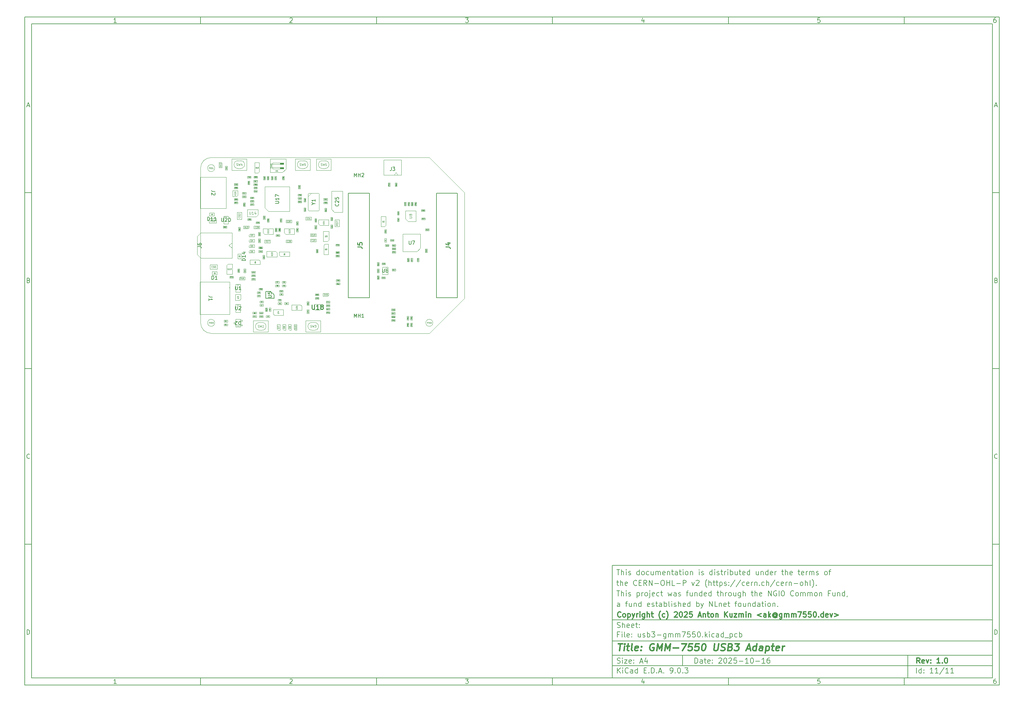
<source format=gbr>
%TF.GenerationSoftware,KiCad,Pcbnew,9.0.3*%
%TF.CreationDate,2025-10-16T10:39:48+02:00*%
%TF.ProjectId,usb3-gmm7550,75736233-2d67-46d6-9d37-3535302e6b69,1.0*%
%TF.SameCoordinates,Original*%
%TF.FileFunction,AssemblyDrawing,Top*%
%FSLAX46Y46*%
G04 Gerber Fmt 4.6, Leading zero omitted, Abs format (unit mm)*
G04 Created by KiCad (PCBNEW 9.0.3) date 2025-10-16 10:39:48*
%MOMM*%
%LPD*%
G01*
G04 APERTURE LIST*
%ADD10C,0.100000*%
%ADD11C,0.150000*%
%ADD12C,0.300000*%
%ADD13C,0.400000*%
%ADD14C,0.040000*%
%ADD15C,0.060000*%
%ADD16C,0.110000*%
%ADD17C,0.050000*%
%ADD18C,0.080000*%
%ADD19C,0.090000*%
%ADD20C,0.068250*%
%ADD21C,0.254000*%
%ADD22C,0.025400*%
%ADD23C,0.200000*%
%TA.AperFunction,Profile*%
%ADD24C,0.100000*%
%TD*%
G04 APERTURE END LIST*
D10*
D11*
X177002200Y-166007200D02*
X285002200Y-166007200D01*
X285002200Y-198007200D01*
X177002200Y-198007200D01*
X177002200Y-166007200D01*
D10*
D11*
X10000000Y-10000000D02*
X287002200Y-10000000D01*
X287002200Y-200007200D01*
X10000000Y-200007200D01*
X10000000Y-10000000D01*
D10*
D11*
X12000000Y-12000000D02*
X285002200Y-12000000D01*
X285002200Y-198007200D01*
X12000000Y-198007200D01*
X12000000Y-12000000D01*
D10*
D11*
X60000000Y-12000000D02*
X60000000Y-10000000D01*
D10*
D11*
X110000000Y-12000000D02*
X110000000Y-10000000D01*
D10*
D11*
X160000000Y-12000000D02*
X160000000Y-10000000D01*
D10*
D11*
X210000000Y-12000000D02*
X210000000Y-10000000D01*
D10*
D11*
X260000000Y-12000000D02*
X260000000Y-10000000D01*
D10*
D11*
X36089160Y-11593604D02*
X35346303Y-11593604D01*
X35717731Y-11593604D02*
X35717731Y-10293604D01*
X35717731Y-10293604D02*
X35593922Y-10479319D01*
X35593922Y-10479319D02*
X35470112Y-10603128D01*
X35470112Y-10603128D02*
X35346303Y-10665033D01*
D10*
D11*
X85346303Y-10417414D02*
X85408207Y-10355509D01*
X85408207Y-10355509D02*
X85532017Y-10293604D01*
X85532017Y-10293604D02*
X85841541Y-10293604D01*
X85841541Y-10293604D02*
X85965350Y-10355509D01*
X85965350Y-10355509D02*
X86027255Y-10417414D01*
X86027255Y-10417414D02*
X86089160Y-10541223D01*
X86089160Y-10541223D02*
X86089160Y-10665033D01*
X86089160Y-10665033D02*
X86027255Y-10850747D01*
X86027255Y-10850747D02*
X85284398Y-11593604D01*
X85284398Y-11593604D02*
X86089160Y-11593604D01*
D10*
D11*
X135284398Y-10293604D02*
X136089160Y-10293604D01*
X136089160Y-10293604D02*
X135655826Y-10788842D01*
X135655826Y-10788842D02*
X135841541Y-10788842D01*
X135841541Y-10788842D02*
X135965350Y-10850747D01*
X135965350Y-10850747D02*
X136027255Y-10912652D01*
X136027255Y-10912652D02*
X136089160Y-11036461D01*
X136089160Y-11036461D02*
X136089160Y-11345985D01*
X136089160Y-11345985D02*
X136027255Y-11469795D01*
X136027255Y-11469795D02*
X135965350Y-11531700D01*
X135965350Y-11531700D02*
X135841541Y-11593604D01*
X135841541Y-11593604D02*
X135470112Y-11593604D01*
X135470112Y-11593604D02*
X135346303Y-11531700D01*
X135346303Y-11531700D02*
X135284398Y-11469795D01*
D10*
D11*
X185965350Y-10726938D02*
X185965350Y-11593604D01*
X185655826Y-10231700D02*
X185346303Y-11160271D01*
X185346303Y-11160271D02*
X186151064Y-11160271D01*
D10*
D11*
X236027255Y-10293604D02*
X235408207Y-10293604D01*
X235408207Y-10293604D02*
X235346303Y-10912652D01*
X235346303Y-10912652D02*
X235408207Y-10850747D01*
X235408207Y-10850747D02*
X235532017Y-10788842D01*
X235532017Y-10788842D02*
X235841541Y-10788842D01*
X235841541Y-10788842D02*
X235965350Y-10850747D01*
X235965350Y-10850747D02*
X236027255Y-10912652D01*
X236027255Y-10912652D02*
X236089160Y-11036461D01*
X236089160Y-11036461D02*
X236089160Y-11345985D01*
X236089160Y-11345985D02*
X236027255Y-11469795D01*
X236027255Y-11469795D02*
X235965350Y-11531700D01*
X235965350Y-11531700D02*
X235841541Y-11593604D01*
X235841541Y-11593604D02*
X235532017Y-11593604D01*
X235532017Y-11593604D02*
X235408207Y-11531700D01*
X235408207Y-11531700D02*
X235346303Y-11469795D01*
D10*
D11*
X285965350Y-10293604D02*
X285717731Y-10293604D01*
X285717731Y-10293604D02*
X285593922Y-10355509D01*
X285593922Y-10355509D02*
X285532017Y-10417414D01*
X285532017Y-10417414D02*
X285408207Y-10603128D01*
X285408207Y-10603128D02*
X285346303Y-10850747D01*
X285346303Y-10850747D02*
X285346303Y-11345985D01*
X285346303Y-11345985D02*
X285408207Y-11469795D01*
X285408207Y-11469795D02*
X285470112Y-11531700D01*
X285470112Y-11531700D02*
X285593922Y-11593604D01*
X285593922Y-11593604D02*
X285841541Y-11593604D01*
X285841541Y-11593604D02*
X285965350Y-11531700D01*
X285965350Y-11531700D02*
X286027255Y-11469795D01*
X286027255Y-11469795D02*
X286089160Y-11345985D01*
X286089160Y-11345985D02*
X286089160Y-11036461D01*
X286089160Y-11036461D02*
X286027255Y-10912652D01*
X286027255Y-10912652D02*
X285965350Y-10850747D01*
X285965350Y-10850747D02*
X285841541Y-10788842D01*
X285841541Y-10788842D02*
X285593922Y-10788842D01*
X285593922Y-10788842D02*
X285470112Y-10850747D01*
X285470112Y-10850747D02*
X285408207Y-10912652D01*
X285408207Y-10912652D02*
X285346303Y-11036461D01*
D10*
D11*
X60000000Y-198007200D02*
X60000000Y-200007200D01*
D10*
D11*
X110000000Y-198007200D02*
X110000000Y-200007200D01*
D10*
D11*
X160000000Y-198007200D02*
X160000000Y-200007200D01*
D10*
D11*
X210000000Y-198007200D02*
X210000000Y-200007200D01*
D10*
D11*
X260000000Y-198007200D02*
X260000000Y-200007200D01*
D10*
D11*
X36089160Y-199600804D02*
X35346303Y-199600804D01*
X35717731Y-199600804D02*
X35717731Y-198300804D01*
X35717731Y-198300804D02*
X35593922Y-198486519D01*
X35593922Y-198486519D02*
X35470112Y-198610328D01*
X35470112Y-198610328D02*
X35346303Y-198672233D01*
D10*
D11*
X85346303Y-198424614D02*
X85408207Y-198362709D01*
X85408207Y-198362709D02*
X85532017Y-198300804D01*
X85532017Y-198300804D02*
X85841541Y-198300804D01*
X85841541Y-198300804D02*
X85965350Y-198362709D01*
X85965350Y-198362709D02*
X86027255Y-198424614D01*
X86027255Y-198424614D02*
X86089160Y-198548423D01*
X86089160Y-198548423D02*
X86089160Y-198672233D01*
X86089160Y-198672233D02*
X86027255Y-198857947D01*
X86027255Y-198857947D02*
X85284398Y-199600804D01*
X85284398Y-199600804D02*
X86089160Y-199600804D01*
D10*
D11*
X135284398Y-198300804D02*
X136089160Y-198300804D01*
X136089160Y-198300804D02*
X135655826Y-198796042D01*
X135655826Y-198796042D02*
X135841541Y-198796042D01*
X135841541Y-198796042D02*
X135965350Y-198857947D01*
X135965350Y-198857947D02*
X136027255Y-198919852D01*
X136027255Y-198919852D02*
X136089160Y-199043661D01*
X136089160Y-199043661D02*
X136089160Y-199353185D01*
X136089160Y-199353185D02*
X136027255Y-199476995D01*
X136027255Y-199476995D02*
X135965350Y-199538900D01*
X135965350Y-199538900D02*
X135841541Y-199600804D01*
X135841541Y-199600804D02*
X135470112Y-199600804D01*
X135470112Y-199600804D02*
X135346303Y-199538900D01*
X135346303Y-199538900D02*
X135284398Y-199476995D01*
D10*
D11*
X185965350Y-198734138D02*
X185965350Y-199600804D01*
X185655826Y-198238900D02*
X185346303Y-199167471D01*
X185346303Y-199167471D02*
X186151064Y-199167471D01*
D10*
D11*
X236027255Y-198300804D02*
X235408207Y-198300804D01*
X235408207Y-198300804D02*
X235346303Y-198919852D01*
X235346303Y-198919852D02*
X235408207Y-198857947D01*
X235408207Y-198857947D02*
X235532017Y-198796042D01*
X235532017Y-198796042D02*
X235841541Y-198796042D01*
X235841541Y-198796042D02*
X235965350Y-198857947D01*
X235965350Y-198857947D02*
X236027255Y-198919852D01*
X236027255Y-198919852D02*
X236089160Y-199043661D01*
X236089160Y-199043661D02*
X236089160Y-199353185D01*
X236089160Y-199353185D02*
X236027255Y-199476995D01*
X236027255Y-199476995D02*
X235965350Y-199538900D01*
X235965350Y-199538900D02*
X235841541Y-199600804D01*
X235841541Y-199600804D02*
X235532017Y-199600804D01*
X235532017Y-199600804D02*
X235408207Y-199538900D01*
X235408207Y-199538900D02*
X235346303Y-199476995D01*
D10*
D11*
X285965350Y-198300804D02*
X285717731Y-198300804D01*
X285717731Y-198300804D02*
X285593922Y-198362709D01*
X285593922Y-198362709D02*
X285532017Y-198424614D01*
X285532017Y-198424614D02*
X285408207Y-198610328D01*
X285408207Y-198610328D02*
X285346303Y-198857947D01*
X285346303Y-198857947D02*
X285346303Y-199353185D01*
X285346303Y-199353185D02*
X285408207Y-199476995D01*
X285408207Y-199476995D02*
X285470112Y-199538900D01*
X285470112Y-199538900D02*
X285593922Y-199600804D01*
X285593922Y-199600804D02*
X285841541Y-199600804D01*
X285841541Y-199600804D02*
X285965350Y-199538900D01*
X285965350Y-199538900D02*
X286027255Y-199476995D01*
X286027255Y-199476995D02*
X286089160Y-199353185D01*
X286089160Y-199353185D02*
X286089160Y-199043661D01*
X286089160Y-199043661D02*
X286027255Y-198919852D01*
X286027255Y-198919852D02*
X285965350Y-198857947D01*
X285965350Y-198857947D02*
X285841541Y-198796042D01*
X285841541Y-198796042D02*
X285593922Y-198796042D01*
X285593922Y-198796042D02*
X285470112Y-198857947D01*
X285470112Y-198857947D02*
X285408207Y-198919852D01*
X285408207Y-198919852D02*
X285346303Y-199043661D01*
D10*
D11*
X10000000Y-60000000D02*
X12000000Y-60000000D01*
D10*
D11*
X10000000Y-110000000D02*
X12000000Y-110000000D01*
D10*
D11*
X10000000Y-160000000D02*
X12000000Y-160000000D01*
D10*
D11*
X10690476Y-35222176D02*
X11309523Y-35222176D01*
X10566666Y-35593604D02*
X10999999Y-34293604D01*
X10999999Y-34293604D02*
X11433333Y-35593604D01*
D10*
D11*
X11092857Y-84912652D02*
X11278571Y-84974557D01*
X11278571Y-84974557D02*
X11340476Y-85036461D01*
X11340476Y-85036461D02*
X11402380Y-85160271D01*
X11402380Y-85160271D02*
X11402380Y-85345985D01*
X11402380Y-85345985D02*
X11340476Y-85469795D01*
X11340476Y-85469795D02*
X11278571Y-85531700D01*
X11278571Y-85531700D02*
X11154761Y-85593604D01*
X11154761Y-85593604D02*
X10659523Y-85593604D01*
X10659523Y-85593604D02*
X10659523Y-84293604D01*
X10659523Y-84293604D02*
X11092857Y-84293604D01*
X11092857Y-84293604D02*
X11216666Y-84355509D01*
X11216666Y-84355509D02*
X11278571Y-84417414D01*
X11278571Y-84417414D02*
X11340476Y-84541223D01*
X11340476Y-84541223D02*
X11340476Y-84665033D01*
X11340476Y-84665033D02*
X11278571Y-84788842D01*
X11278571Y-84788842D02*
X11216666Y-84850747D01*
X11216666Y-84850747D02*
X11092857Y-84912652D01*
X11092857Y-84912652D02*
X10659523Y-84912652D01*
D10*
D11*
X11402380Y-135469795D02*
X11340476Y-135531700D01*
X11340476Y-135531700D02*
X11154761Y-135593604D01*
X11154761Y-135593604D02*
X11030952Y-135593604D01*
X11030952Y-135593604D02*
X10845238Y-135531700D01*
X10845238Y-135531700D02*
X10721428Y-135407890D01*
X10721428Y-135407890D02*
X10659523Y-135284080D01*
X10659523Y-135284080D02*
X10597619Y-135036461D01*
X10597619Y-135036461D02*
X10597619Y-134850747D01*
X10597619Y-134850747D02*
X10659523Y-134603128D01*
X10659523Y-134603128D02*
X10721428Y-134479319D01*
X10721428Y-134479319D02*
X10845238Y-134355509D01*
X10845238Y-134355509D02*
X11030952Y-134293604D01*
X11030952Y-134293604D02*
X11154761Y-134293604D01*
X11154761Y-134293604D02*
X11340476Y-134355509D01*
X11340476Y-134355509D02*
X11402380Y-134417414D01*
D10*
D11*
X10659523Y-185593604D02*
X10659523Y-184293604D01*
X10659523Y-184293604D02*
X10969047Y-184293604D01*
X10969047Y-184293604D02*
X11154761Y-184355509D01*
X11154761Y-184355509D02*
X11278571Y-184479319D01*
X11278571Y-184479319D02*
X11340476Y-184603128D01*
X11340476Y-184603128D02*
X11402380Y-184850747D01*
X11402380Y-184850747D02*
X11402380Y-185036461D01*
X11402380Y-185036461D02*
X11340476Y-185284080D01*
X11340476Y-185284080D02*
X11278571Y-185407890D01*
X11278571Y-185407890D02*
X11154761Y-185531700D01*
X11154761Y-185531700D02*
X10969047Y-185593604D01*
X10969047Y-185593604D02*
X10659523Y-185593604D01*
D10*
D11*
X287002200Y-60000000D02*
X285002200Y-60000000D01*
D10*
D11*
X287002200Y-110000000D02*
X285002200Y-110000000D01*
D10*
D11*
X287002200Y-160000000D02*
X285002200Y-160000000D01*
D10*
D11*
X285692676Y-35222176D02*
X286311723Y-35222176D01*
X285568866Y-35593604D02*
X286002199Y-34293604D01*
X286002199Y-34293604D02*
X286435533Y-35593604D01*
D10*
D11*
X286095057Y-84912652D02*
X286280771Y-84974557D01*
X286280771Y-84974557D02*
X286342676Y-85036461D01*
X286342676Y-85036461D02*
X286404580Y-85160271D01*
X286404580Y-85160271D02*
X286404580Y-85345985D01*
X286404580Y-85345985D02*
X286342676Y-85469795D01*
X286342676Y-85469795D02*
X286280771Y-85531700D01*
X286280771Y-85531700D02*
X286156961Y-85593604D01*
X286156961Y-85593604D02*
X285661723Y-85593604D01*
X285661723Y-85593604D02*
X285661723Y-84293604D01*
X285661723Y-84293604D02*
X286095057Y-84293604D01*
X286095057Y-84293604D02*
X286218866Y-84355509D01*
X286218866Y-84355509D02*
X286280771Y-84417414D01*
X286280771Y-84417414D02*
X286342676Y-84541223D01*
X286342676Y-84541223D02*
X286342676Y-84665033D01*
X286342676Y-84665033D02*
X286280771Y-84788842D01*
X286280771Y-84788842D02*
X286218866Y-84850747D01*
X286218866Y-84850747D02*
X286095057Y-84912652D01*
X286095057Y-84912652D02*
X285661723Y-84912652D01*
D10*
D11*
X286404580Y-135469795D02*
X286342676Y-135531700D01*
X286342676Y-135531700D02*
X286156961Y-135593604D01*
X286156961Y-135593604D02*
X286033152Y-135593604D01*
X286033152Y-135593604D02*
X285847438Y-135531700D01*
X285847438Y-135531700D02*
X285723628Y-135407890D01*
X285723628Y-135407890D02*
X285661723Y-135284080D01*
X285661723Y-135284080D02*
X285599819Y-135036461D01*
X285599819Y-135036461D02*
X285599819Y-134850747D01*
X285599819Y-134850747D02*
X285661723Y-134603128D01*
X285661723Y-134603128D02*
X285723628Y-134479319D01*
X285723628Y-134479319D02*
X285847438Y-134355509D01*
X285847438Y-134355509D02*
X286033152Y-134293604D01*
X286033152Y-134293604D02*
X286156961Y-134293604D01*
X286156961Y-134293604D02*
X286342676Y-134355509D01*
X286342676Y-134355509D02*
X286404580Y-134417414D01*
D10*
D11*
X285661723Y-185593604D02*
X285661723Y-184293604D01*
X285661723Y-184293604D02*
X285971247Y-184293604D01*
X285971247Y-184293604D02*
X286156961Y-184355509D01*
X286156961Y-184355509D02*
X286280771Y-184479319D01*
X286280771Y-184479319D02*
X286342676Y-184603128D01*
X286342676Y-184603128D02*
X286404580Y-184850747D01*
X286404580Y-184850747D02*
X286404580Y-185036461D01*
X286404580Y-185036461D02*
X286342676Y-185284080D01*
X286342676Y-185284080D02*
X286280771Y-185407890D01*
X286280771Y-185407890D02*
X286156961Y-185531700D01*
X286156961Y-185531700D02*
X285971247Y-185593604D01*
X285971247Y-185593604D02*
X285661723Y-185593604D01*
D10*
D11*
X200458026Y-193793328D02*
X200458026Y-192293328D01*
X200458026Y-192293328D02*
X200815169Y-192293328D01*
X200815169Y-192293328D02*
X201029455Y-192364757D01*
X201029455Y-192364757D02*
X201172312Y-192507614D01*
X201172312Y-192507614D02*
X201243741Y-192650471D01*
X201243741Y-192650471D02*
X201315169Y-192936185D01*
X201315169Y-192936185D02*
X201315169Y-193150471D01*
X201315169Y-193150471D02*
X201243741Y-193436185D01*
X201243741Y-193436185D02*
X201172312Y-193579042D01*
X201172312Y-193579042D02*
X201029455Y-193721900D01*
X201029455Y-193721900D02*
X200815169Y-193793328D01*
X200815169Y-193793328D02*
X200458026Y-193793328D01*
X202600884Y-193793328D02*
X202600884Y-193007614D01*
X202600884Y-193007614D02*
X202529455Y-192864757D01*
X202529455Y-192864757D02*
X202386598Y-192793328D01*
X202386598Y-192793328D02*
X202100884Y-192793328D01*
X202100884Y-192793328D02*
X201958026Y-192864757D01*
X202600884Y-193721900D02*
X202458026Y-193793328D01*
X202458026Y-193793328D02*
X202100884Y-193793328D01*
X202100884Y-193793328D02*
X201958026Y-193721900D01*
X201958026Y-193721900D02*
X201886598Y-193579042D01*
X201886598Y-193579042D02*
X201886598Y-193436185D01*
X201886598Y-193436185D02*
X201958026Y-193293328D01*
X201958026Y-193293328D02*
X202100884Y-193221900D01*
X202100884Y-193221900D02*
X202458026Y-193221900D01*
X202458026Y-193221900D02*
X202600884Y-193150471D01*
X203100884Y-192793328D02*
X203672312Y-192793328D01*
X203315169Y-192293328D02*
X203315169Y-193579042D01*
X203315169Y-193579042D02*
X203386598Y-193721900D01*
X203386598Y-193721900D02*
X203529455Y-193793328D01*
X203529455Y-193793328D02*
X203672312Y-193793328D01*
X204743741Y-193721900D02*
X204600884Y-193793328D01*
X204600884Y-193793328D02*
X204315170Y-193793328D01*
X204315170Y-193793328D02*
X204172312Y-193721900D01*
X204172312Y-193721900D02*
X204100884Y-193579042D01*
X204100884Y-193579042D02*
X204100884Y-193007614D01*
X204100884Y-193007614D02*
X204172312Y-192864757D01*
X204172312Y-192864757D02*
X204315170Y-192793328D01*
X204315170Y-192793328D02*
X204600884Y-192793328D01*
X204600884Y-192793328D02*
X204743741Y-192864757D01*
X204743741Y-192864757D02*
X204815170Y-193007614D01*
X204815170Y-193007614D02*
X204815170Y-193150471D01*
X204815170Y-193150471D02*
X204100884Y-193293328D01*
X205458026Y-193650471D02*
X205529455Y-193721900D01*
X205529455Y-193721900D02*
X205458026Y-193793328D01*
X205458026Y-193793328D02*
X205386598Y-193721900D01*
X205386598Y-193721900D02*
X205458026Y-193650471D01*
X205458026Y-193650471D02*
X205458026Y-193793328D01*
X205458026Y-192864757D02*
X205529455Y-192936185D01*
X205529455Y-192936185D02*
X205458026Y-193007614D01*
X205458026Y-193007614D02*
X205386598Y-192936185D01*
X205386598Y-192936185D02*
X205458026Y-192864757D01*
X205458026Y-192864757D02*
X205458026Y-193007614D01*
X207243741Y-192436185D02*
X207315169Y-192364757D01*
X207315169Y-192364757D02*
X207458027Y-192293328D01*
X207458027Y-192293328D02*
X207815169Y-192293328D01*
X207815169Y-192293328D02*
X207958027Y-192364757D01*
X207958027Y-192364757D02*
X208029455Y-192436185D01*
X208029455Y-192436185D02*
X208100884Y-192579042D01*
X208100884Y-192579042D02*
X208100884Y-192721900D01*
X208100884Y-192721900D02*
X208029455Y-192936185D01*
X208029455Y-192936185D02*
X207172312Y-193793328D01*
X207172312Y-193793328D02*
X208100884Y-193793328D01*
X209029455Y-192293328D02*
X209172312Y-192293328D01*
X209172312Y-192293328D02*
X209315169Y-192364757D01*
X209315169Y-192364757D02*
X209386598Y-192436185D01*
X209386598Y-192436185D02*
X209458026Y-192579042D01*
X209458026Y-192579042D02*
X209529455Y-192864757D01*
X209529455Y-192864757D02*
X209529455Y-193221900D01*
X209529455Y-193221900D02*
X209458026Y-193507614D01*
X209458026Y-193507614D02*
X209386598Y-193650471D01*
X209386598Y-193650471D02*
X209315169Y-193721900D01*
X209315169Y-193721900D02*
X209172312Y-193793328D01*
X209172312Y-193793328D02*
X209029455Y-193793328D01*
X209029455Y-193793328D02*
X208886598Y-193721900D01*
X208886598Y-193721900D02*
X208815169Y-193650471D01*
X208815169Y-193650471D02*
X208743740Y-193507614D01*
X208743740Y-193507614D02*
X208672312Y-193221900D01*
X208672312Y-193221900D02*
X208672312Y-192864757D01*
X208672312Y-192864757D02*
X208743740Y-192579042D01*
X208743740Y-192579042D02*
X208815169Y-192436185D01*
X208815169Y-192436185D02*
X208886598Y-192364757D01*
X208886598Y-192364757D02*
X209029455Y-192293328D01*
X210100883Y-192436185D02*
X210172311Y-192364757D01*
X210172311Y-192364757D02*
X210315169Y-192293328D01*
X210315169Y-192293328D02*
X210672311Y-192293328D01*
X210672311Y-192293328D02*
X210815169Y-192364757D01*
X210815169Y-192364757D02*
X210886597Y-192436185D01*
X210886597Y-192436185D02*
X210958026Y-192579042D01*
X210958026Y-192579042D02*
X210958026Y-192721900D01*
X210958026Y-192721900D02*
X210886597Y-192936185D01*
X210886597Y-192936185D02*
X210029454Y-193793328D01*
X210029454Y-193793328D02*
X210958026Y-193793328D01*
X212315168Y-192293328D02*
X211600882Y-192293328D01*
X211600882Y-192293328D02*
X211529454Y-193007614D01*
X211529454Y-193007614D02*
X211600882Y-192936185D01*
X211600882Y-192936185D02*
X211743740Y-192864757D01*
X211743740Y-192864757D02*
X212100882Y-192864757D01*
X212100882Y-192864757D02*
X212243740Y-192936185D01*
X212243740Y-192936185D02*
X212315168Y-193007614D01*
X212315168Y-193007614D02*
X212386597Y-193150471D01*
X212386597Y-193150471D02*
X212386597Y-193507614D01*
X212386597Y-193507614D02*
X212315168Y-193650471D01*
X212315168Y-193650471D02*
X212243740Y-193721900D01*
X212243740Y-193721900D02*
X212100882Y-193793328D01*
X212100882Y-193793328D02*
X211743740Y-193793328D01*
X211743740Y-193793328D02*
X211600882Y-193721900D01*
X211600882Y-193721900D02*
X211529454Y-193650471D01*
X213029453Y-193221900D02*
X214172311Y-193221900D01*
X215672311Y-193793328D02*
X214815168Y-193793328D01*
X215243739Y-193793328D02*
X215243739Y-192293328D01*
X215243739Y-192293328D02*
X215100882Y-192507614D01*
X215100882Y-192507614D02*
X214958025Y-192650471D01*
X214958025Y-192650471D02*
X214815168Y-192721900D01*
X216600882Y-192293328D02*
X216743739Y-192293328D01*
X216743739Y-192293328D02*
X216886596Y-192364757D01*
X216886596Y-192364757D02*
X216958025Y-192436185D01*
X216958025Y-192436185D02*
X217029453Y-192579042D01*
X217029453Y-192579042D02*
X217100882Y-192864757D01*
X217100882Y-192864757D02*
X217100882Y-193221900D01*
X217100882Y-193221900D02*
X217029453Y-193507614D01*
X217029453Y-193507614D02*
X216958025Y-193650471D01*
X216958025Y-193650471D02*
X216886596Y-193721900D01*
X216886596Y-193721900D02*
X216743739Y-193793328D01*
X216743739Y-193793328D02*
X216600882Y-193793328D01*
X216600882Y-193793328D02*
X216458025Y-193721900D01*
X216458025Y-193721900D02*
X216386596Y-193650471D01*
X216386596Y-193650471D02*
X216315167Y-193507614D01*
X216315167Y-193507614D02*
X216243739Y-193221900D01*
X216243739Y-193221900D02*
X216243739Y-192864757D01*
X216243739Y-192864757D02*
X216315167Y-192579042D01*
X216315167Y-192579042D02*
X216386596Y-192436185D01*
X216386596Y-192436185D02*
X216458025Y-192364757D01*
X216458025Y-192364757D02*
X216600882Y-192293328D01*
X217743738Y-193221900D02*
X218886596Y-193221900D01*
X220386596Y-193793328D02*
X219529453Y-193793328D01*
X219958024Y-193793328D02*
X219958024Y-192293328D01*
X219958024Y-192293328D02*
X219815167Y-192507614D01*
X219815167Y-192507614D02*
X219672310Y-192650471D01*
X219672310Y-192650471D02*
X219529453Y-192721900D01*
X221672310Y-192293328D02*
X221386595Y-192293328D01*
X221386595Y-192293328D02*
X221243738Y-192364757D01*
X221243738Y-192364757D02*
X221172310Y-192436185D01*
X221172310Y-192436185D02*
X221029452Y-192650471D01*
X221029452Y-192650471D02*
X220958024Y-192936185D01*
X220958024Y-192936185D02*
X220958024Y-193507614D01*
X220958024Y-193507614D02*
X221029452Y-193650471D01*
X221029452Y-193650471D02*
X221100881Y-193721900D01*
X221100881Y-193721900D02*
X221243738Y-193793328D01*
X221243738Y-193793328D02*
X221529452Y-193793328D01*
X221529452Y-193793328D02*
X221672310Y-193721900D01*
X221672310Y-193721900D02*
X221743738Y-193650471D01*
X221743738Y-193650471D02*
X221815167Y-193507614D01*
X221815167Y-193507614D02*
X221815167Y-193150471D01*
X221815167Y-193150471D02*
X221743738Y-193007614D01*
X221743738Y-193007614D02*
X221672310Y-192936185D01*
X221672310Y-192936185D02*
X221529452Y-192864757D01*
X221529452Y-192864757D02*
X221243738Y-192864757D01*
X221243738Y-192864757D02*
X221100881Y-192936185D01*
X221100881Y-192936185D02*
X221029452Y-193007614D01*
X221029452Y-193007614D02*
X220958024Y-193150471D01*
D10*
D11*
X177002200Y-194507200D02*
X285002200Y-194507200D01*
D10*
D11*
X178458026Y-196593328D02*
X178458026Y-195093328D01*
X179315169Y-196593328D02*
X178672312Y-195736185D01*
X179315169Y-195093328D02*
X178458026Y-195950471D01*
X179958026Y-196593328D02*
X179958026Y-195593328D01*
X179958026Y-195093328D02*
X179886598Y-195164757D01*
X179886598Y-195164757D02*
X179958026Y-195236185D01*
X179958026Y-195236185D02*
X180029455Y-195164757D01*
X180029455Y-195164757D02*
X179958026Y-195093328D01*
X179958026Y-195093328D02*
X179958026Y-195236185D01*
X181529455Y-196450471D02*
X181458027Y-196521900D01*
X181458027Y-196521900D02*
X181243741Y-196593328D01*
X181243741Y-196593328D02*
X181100884Y-196593328D01*
X181100884Y-196593328D02*
X180886598Y-196521900D01*
X180886598Y-196521900D02*
X180743741Y-196379042D01*
X180743741Y-196379042D02*
X180672312Y-196236185D01*
X180672312Y-196236185D02*
X180600884Y-195950471D01*
X180600884Y-195950471D02*
X180600884Y-195736185D01*
X180600884Y-195736185D02*
X180672312Y-195450471D01*
X180672312Y-195450471D02*
X180743741Y-195307614D01*
X180743741Y-195307614D02*
X180886598Y-195164757D01*
X180886598Y-195164757D02*
X181100884Y-195093328D01*
X181100884Y-195093328D02*
X181243741Y-195093328D01*
X181243741Y-195093328D02*
X181458027Y-195164757D01*
X181458027Y-195164757D02*
X181529455Y-195236185D01*
X182815170Y-196593328D02*
X182815170Y-195807614D01*
X182815170Y-195807614D02*
X182743741Y-195664757D01*
X182743741Y-195664757D02*
X182600884Y-195593328D01*
X182600884Y-195593328D02*
X182315170Y-195593328D01*
X182315170Y-195593328D02*
X182172312Y-195664757D01*
X182815170Y-196521900D02*
X182672312Y-196593328D01*
X182672312Y-196593328D02*
X182315170Y-196593328D01*
X182315170Y-196593328D02*
X182172312Y-196521900D01*
X182172312Y-196521900D02*
X182100884Y-196379042D01*
X182100884Y-196379042D02*
X182100884Y-196236185D01*
X182100884Y-196236185D02*
X182172312Y-196093328D01*
X182172312Y-196093328D02*
X182315170Y-196021900D01*
X182315170Y-196021900D02*
X182672312Y-196021900D01*
X182672312Y-196021900D02*
X182815170Y-195950471D01*
X184172313Y-196593328D02*
X184172313Y-195093328D01*
X184172313Y-196521900D02*
X184029455Y-196593328D01*
X184029455Y-196593328D02*
X183743741Y-196593328D01*
X183743741Y-196593328D02*
X183600884Y-196521900D01*
X183600884Y-196521900D02*
X183529455Y-196450471D01*
X183529455Y-196450471D02*
X183458027Y-196307614D01*
X183458027Y-196307614D02*
X183458027Y-195879042D01*
X183458027Y-195879042D02*
X183529455Y-195736185D01*
X183529455Y-195736185D02*
X183600884Y-195664757D01*
X183600884Y-195664757D02*
X183743741Y-195593328D01*
X183743741Y-195593328D02*
X184029455Y-195593328D01*
X184029455Y-195593328D02*
X184172313Y-195664757D01*
X186029455Y-195807614D02*
X186529455Y-195807614D01*
X186743741Y-196593328D02*
X186029455Y-196593328D01*
X186029455Y-196593328D02*
X186029455Y-195093328D01*
X186029455Y-195093328D02*
X186743741Y-195093328D01*
X187386598Y-196450471D02*
X187458027Y-196521900D01*
X187458027Y-196521900D02*
X187386598Y-196593328D01*
X187386598Y-196593328D02*
X187315170Y-196521900D01*
X187315170Y-196521900D02*
X187386598Y-196450471D01*
X187386598Y-196450471D02*
X187386598Y-196593328D01*
X188100884Y-196593328D02*
X188100884Y-195093328D01*
X188100884Y-195093328D02*
X188458027Y-195093328D01*
X188458027Y-195093328D02*
X188672313Y-195164757D01*
X188672313Y-195164757D02*
X188815170Y-195307614D01*
X188815170Y-195307614D02*
X188886599Y-195450471D01*
X188886599Y-195450471D02*
X188958027Y-195736185D01*
X188958027Y-195736185D02*
X188958027Y-195950471D01*
X188958027Y-195950471D02*
X188886599Y-196236185D01*
X188886599Y-196236185D02*
X188815170Y-196379042D01*
X188815170Y-196379042D02*
X188672313Y-196521900D01*
X188672313Y-196521900D02*
X188458027Y-196593328D01*
X188458027Y-196593328D02*
X188100884Y-196593328D01*
X189600884Y-196450471D02*
X189672313Y-196521900D01*
X189672313Y-196521900D02*
X189600884Y-196593328D01*
X189600884Y-196593328D02*
X189529456Y-196521900D01*
X189529456Y-196521900D02*
X189600884Y-196450471D01*
X189600884Y-196450471D02*
X189600884Y-196593328D01*
X190243742Y-196164757D02*
X190958028Y-196164757D01*
X190100885Y-196593328D02*
X190600885Y-195093328D01*
X190600885Y-195093328D02*
X191100885Y-196593328D01*
X191600884Y-196450471D02*
X191672313Y-196521900D01*
X191672313Y-196521900D02*
X191600884Y-196593328D01*
X191600884Y-196593328D02*
X191529456Y-196521900D01*
X191529456Y-196521900D02*
X191600884Y-196450471D01*
X191600884Y-196450471D02*
X191600884Y-196593328D01*
X193529456Y-196593328D02*
X193815170Y-196593328D01*
X193815170Y-196593328D02*
X193958027Y-196521900D01*
X193958027Y-196521900D02*
X194029456Y-196450471D01*
X194029456Y-196450471D02*
X194172313Y-196236185D01*
X194172313Y-196236185D02*
X194243742Y-195950471D01*
X194243742Y-195950471D02*
X194243742Y-195379042D01*
X194243742Y-195379042D02*
X194172313Y-195236185D01*
X194172313Y-195236185D02*
X194100885Y-195164757D01*
X194100885Y-195164757D02*
X193958027Y-195093328D01*
X193958027Y-195093328D02*
X193672313Y-195093328D01*
X193672313Y-195093328D02*
X193529456Y-195164757D01*
X193529456Y-195164757D02*
X193458027Y-195236185D01*
X193458027Y-195236185D02*
X193386599Y-195379042D01*
X193386599Y-195379042D02*
X193386599Y-195736185D01*
X193386599Y-195736185D02*
X193458027Y-195879042D01*
X193458027Y-195879042D02*
X193529456Y-195950471D01*
X193529456Y-195950471D02*
X193672313Y-196021900D01*
X193672313Y-196021900D02*
X193958027Y-196021900D01*
X193958027Y-196021900D02*
X194100885Y-195950471D01*
X194100885Y-195950471D02*
X194172313Y-195879042D01*
X194172313Y-195879042D02*
X194243742Y-195736185D01*
X194886598Y-196450471D02*
X194958027Y-196521900D01*
X194958027Y-196521900D02*
X194886598Y-196593328D01*
X194886598Y-196593328D02*
X194815170Y-196521900D01*
X194815170Y-196521900D02*
X194886598Y-196450471D01*
X194886598Y-196450471D02*
X194886598Y-196593328D01*
X195886599Y-195093328D02*
X196029456Y-195093328D01*
X196029456Y-195093328D02*
X196172313Y-195164757D01*
X196172313Y-195164757D02*
X196243742Y-195236185D01*
X196243742Y-195236185D02*
X196315170Y-195379042D01*
X196315170Y-195379042D02*
X196386599Y-195664757D01*
X196386599Y-195664757D02*
X196386599Y-196021900D01*
X196386599Y-196021900D02*
X196315170Y-196307614D01*
X196315170Y-196307614D02*
X196243742Y-196450471D01*
X196243742Y-196450471D02*
X196172313Y-196521900D01*
X196172313Y-196521900D02*
X196029456Y-196593328D01*
X196029456Y-196593328D02*
X195886599Y-196593328D01*
X195886599Y-196593328D02*
X195743742Y-196521900D01*
X195743742Y-196521900D02*
X195672313Y-196450471D01*
X195672313Y-196450471D02*
X195600884Y-196307614D01*
X195600884Y-196307614D02*
X195529456Y-196021900D01*
X195529456Y-196021900D02*
X195529456Y-195664757D01*
X195529456Y-195664757D02*
X195600884Y-195379042D01*
X195600884Y-195379042D02*
X195672313Y-195236185D01*
X195672313Y-195236185D02*
X195743742Y-195164757D01*
X195743742Y-195164757D02*
X195886599Y-195093328D01*
X197029455Y-196450471D02*
X197100884Y-196521900D01*
X197100884Y-196521900D02*
X197029455Y-196593328D01*
X197029455Y-196593328D02*
X196958027Y-196521900D01*
X196958027Y-196521900D02*
X197029455Y-196450471D01*
X197029455Y-196450471D02*
X197029455Y-196593328D01*
X197600884Y-195093328D02*
X198529456Y-195093328D01*
X198529456Y-195093328D02*
X198029456Y-195664757D01*
X198029456Y-195664757D02*
X198243741Y-195664757D01*
X198243741Y-195664757D02*
X198386599Y-195736185D01*
X198386599Y-195736185D02*
X198458027Y-195807614D01*
X198458027Y-195807614D02*
X198529456Y-195950471D01*
X198529456Y-195950471D02*
X198529456Y-196307614D01*
X198529456Y-196307614D02*
X198458027Y-196450471D01*
X198458027Y-196450471D02*
X198386599Y-196521900D01*
X198386599Y-196521900D02*
X198243741Y-196593328D01*
X198243741Y-196593328D02*
X197815170Y-196593328D01*
X197815170Y-196593328D02*
X197672313Y-196521900D01*
X197672313Y-196521900D02*
X197600884Y-196450471D01*
D10*
D11*
X177002200Y-191507200D02*
X285002200Y-191507200D01*
D10*
D12*
X264413853Y-193785528D02*
X263913853Y-193071242D01*
X263556710Y-193785528D02*
X263556710Y-192285528D01*
X263556710Y-192285528D02*
X264128139Y-192285528D01*
X264128139Y-192285528D02*
X264270996Y-192356957D01*
X264270996Y-192356957D02*
X264342425Y-192428385D01*
X264342425Y-192428385D02*
X264413853Y-192571242D01*
X264413853Y-192571242D02*
X264413853Y-192785528D01*
X264413853Y-192785528D02*
X264342425Y-192928385D01*
X264342425Y-192928385D02*
X264270996Y-192999814D01*
X264270996Y-192999814D02*
X264128139Y-193071242D01*
X264128139Y-193071242D02*
X263556710Y-193071242D01*
X265628139Y-193714100D02*
X265485282Y-193785528D01*
X265485282Y-193785528D02*
X265199568Y-193785528D01*
X265199568Y-193785528D02*
X265056710Y-193714100D01*
X265056710Y-193714100D02*
X264985282Y-193571242D01*
X264985282Y-193571242D02*
X264985282Y-192999814D01*
X264985282Y-192999814D02*
X265056710Y-192856957D01*
X265056710Y-192856957D02*
X265199568Y-192785528D01*
X265199568Y-192785528D02*
X265485282Y-192785528D01*
X265485282Y-192785528D02*
X265628139Y-192856957D01*
X265628139Y-192856957D02*
X265699568Y-192999814D01*
X265699568Y-192999814D02*
X265699568Y-193142671D01*
X265699568Y-193142671D02*
X264985282Y-193285528D01*
X266199567Y-192785528D02*
X266556710Y-193785528D01*
X266556710Y-193785528D02*
X266913853Y-192785528D01*
X267485281Y-193642671D02*
X267556710Y-193714100D01*
X267556710Y-193714100D02*
X267485281Y-193785528D01*
X267485281Y-193785528D02*
X267413853Y-193714100D01*
X267413853Y-193714100D02*
X267485281Y-193642671D01*
X267485281Y-193642671D02*
X267485281Y-193785528D01*
X267485281Y-192856957D02*
X267556710Y-192928385D01*
X267556710Y-192928385D02*
X267485281Y-192999814D01*
X267485281Y-192999814D02*
X267413853Y-192928385D01*
X267413853Y-192928385D02*
X267485281Y-192856957D01*
X267485281Y-192856957D02*
X267485281Y-192999814D01*
X270128139Y-193785528D02*
X269270996Y-193785528D01*
X269699567Y-193785528D02*
X269699567Y-192285528D01*
X269699567Y-192285528D02*
X269556710Y-192499814D01*
X269556710Y-192499814D02*
X269413853Y-192642671D01*
X269413853Y-192642671D02*
X269270996Y-192714100D01*
X270770995Y-193642671D02*
X270842424Y-193714100D01*
X270842424Y-193714100D02*
X270770995Y-193785528D01*
X270770995Y-193785528D02*
X270699567Y-193714100D01*
X270699567Y-193714100D02*
X270770995Y-193642671D01*
X270770995Y-193642671D02*
X270770995Y-193785528D01*
X271770996Y-192285528D02*
X271913853Y-192285528D01*
X271913853Y-192285528D02*
X272056710Y-192356957D01*
X272056710Y-192356957D02*
X272128139Y-192428385D01*
X272128139Y-192428385D02*
X272199567Y-192571242D01*
X272199567Y-192571242D02*
X272270996Y-192856957D01*
X272270996Y-192856957D02*
X272270996Y-193214100D01*
X272270996Y-193214100D02*
X272199567Y-193499814D01*
X272199567Y-193499814D02*
X272128139Y-193642671D01*
X272128139Y-193642671D02*
X272056710Y-193714100D01*
X272056710Y-193714100D02*
X271913853Y-193785528D01*
X271913853Y-193785528D02*
X271770996Y-193785528D01*
X271770996Y-193785528D02*
X271628139Y-193714100D01*
X271628139Y-193714100D02*
X271556710Y-193642671D01*
X271556710Y-193642671D02*
X271485281Y-193499814D01*
X271485281Y-193499814D02*
X271413853Y-193214100D01*
X271413853Y-193214100D02*
X271413853Y-192856957D01*
X271413853Y-192856957D02*
X271485281Y-192571242D01*
X271485281Y-192571242D02*
X271556710Y-192428385D01*
X271556710Y-192428385D02*
X271628139Y-192356957D01*
X271628139Y-192356957D02*
X271770996Y-192285528D01*
D10*
D11*
X178386598Y-193721900D02*
X178600884Y-193793328D01*
X178600884Y-193793328D02*
X178958026Y-193793328D01*
X178958026Y-193793328D02*
X179100884Y-193721900D01*
X179100884Y-193721900D02*
X179172312Y-193650471D01*
X179172312Y-193650471D02*
X179243741Y-193507614D01*
X179243741Y-193507614D02*
X179243741Y-193364757D01*
X179243741Y-193364757D02*
X179172312Y-193221900D01*
X179172312Y-193221900D02*
X179100884Y-193150471D01*
X179100884Y-193150471D02*
X178958026Y-193079042D01*
X178958026Y-193079042D02*
X178672312Y-193007614D01*
X178672312Y-193007614D02*
X178529455Y-192936185D01*
X178529455Y-192936185D02*
X178458026Y-192864757D01*
X178458026Y-192864757D02*
X178386598Y-192721900D01*
X178386598Y-192721900D02*
X178386598Y-192579042D01*
X178386598Y-192579042D02*
X178458026Y-192436185D01*
X178458026Y-192436185D02*
X178529455Y-192364757D01*
X178529455Y-192364757D02*
X178672312Y-192293328D01*
X178672312Y-192293328D02*
X179029455Y-192293328D01*
X179029455Y-192293328D02*
X179243741Y-192364757D01*
X179886597Y-193793328D02*
X179886597Y-192793328D01*
X179886597Y-192293328D02*
X179815169Y-192364757D01*
X179815169Y-192364757D02*
X179886597Y-192436185D01*
X179886597Y-192436185D02*
X179958026Y-192364757D01*
X179958026Y-192364757D02*
X179886597Y-192293328D01*
X179886597Y-192293328D02*
X179886597Y-192436185D01*
X180458026Y-192793328D02*
X181243741Y-192793328D01*
X181243741Y-192793328D02*
X180458026Y-193793328D01*
X180458026Y-193793328D02*
X181243741Y-193793328D01*
X182386598Y-193721900D02*
X182243741Y-193793328D01*
X182243741Y-193793328D02*
X181958027Y-193793328D01*
X181958027Y-193793328D02*
X181815169Y-193721900D01*
X181815169Y-193721900D02*
X181743741Y-193579042D01*
X181743741Y-193579042D02*
X181743741Y-193007614D01*
X181743741Y-193007614D02*
X181815169Y-192864757D01*
X181815169Y-192864757D02*
X181958027Y-192793328D01*
X181958027Y-192793328D02*
X182243741Y-192793328D01*
X182243741Y-192793328D02*
X182386598Y-192864757D01*
X182386598Y-192864757D02*
X182458027Y-193007614D01*
X182458027Y-193007614D02*
X182458027Y-193150471D01*
X182458027Y-193150471D02*
X181743741Y-193293328D01*
X183100883Y-193650471D02*
X183172312Y-193721900D01*
X183172312Y-193721900D02*
X183100883Y-193793328D01*
X183100883Y-193793328D02*
X183029455Y-193721900D01*
X183029455Y-193721900D02*
X183100883Y-193650471D01*
X183100883Y-193650471D02*
X183100883Y-193793328D01*
X183100883Y-192864757D02*
X183172312Y-192936185D01*
X183172312Y-192936185D02*
X183100883Y-193007614D01*
X183100883Y-193007614D02*
X183029455Y-192936185D01*
X183029455Y-192936185D02*
X183100883Y-192864757D01*
X183100883Y-192864757D02*
X183100883Y-193007614D01*
X184886598Y-193364757D02*
X185600884Y-193364757D01*
X184743741Y-193793328D02*
X185243741Y-192293328D01*
X185243741Y-192293328D02*
X185743741Y-193793328D01*
X186886598Y-192793328D02*
X186886598Y-193793328D01*
X186529455Y-192221900D02*
X186172312Y-193293328D01*
X186172312Y-193293328D02*
X187100883Y-193293328D01*
D10*
D11*
X263458026Y-196593328D02*
X263458026Y-195093328D01*
X264815170Y-196593328D02*
X264815170Y-195093328D01*
X264815170Y-196521900D02*
X264672312Y-196593328D01*
X264672312Y-196593328D02*
X264386598Y-196593328D01*
X264386598Y-196593328D02*
X264243741Y-196521900D01*
X264243741Y-196521900D02*
X264172312Y-196450471D01*
X264172312Y-196450471D02*
X264100884Y-196307614D01*
X264100884Y-196307614D02*
X264100884Y-195879042D01*
X264100884Y-195879042D02*
X264172312Y-195736185D01*
X264172312Y-195736185D02*
X264243741Y-195664757D01*
X264243741Y-195664757D02*
X264386598Y-195593328D01*
X264386598Y-195593328D02*
X264672312Y-195593328D01*
X264672312Y-195593328D02*
X264815170Y-195664757D01*
X265529455Y-196450471D02*
X265600884Y-196521900D01*
X265600884Y-196521900D02*
X265529455Y-196593328D01*
X265529455Y-196593328D02*
X265458027Y-196521900D01*
X265458027Y-196521900D02*
X265529455Y-196450471D01*
X265529455Y-196450471D02*
X265529455Y-196593328D01*
X265529455Y-195664757D02*
X265600884Y-195736185D01*
X265600884Y-195736185D02*
X265529455Y-195807614D01*
X265529455Y-195807614D02*
X265458027Y-195736185D01*
X265458027Y-195736185D02*
X265529455Y-195664757D01*
X265529455Y-195664757D02*
X265529455Y-195807614D01*
X268172313Y-196593328D02*
X267315170Y-196593328D01*
X267743741Y-196593328D02*
X267743741Y-195093328D01*
X267743741Y-195093328D02*
X267600884Y-195307614D01*
X267600884Y-195307614D02*
X267458027Y-195450471D01*
X267458027Y-195450471D02*
X267315170Y-195521900D01*
X269600884Y-196593328D02*
X268743741Y-196593328D01*
X269172312Y-196593328D02*
X269172312Y-195093328D01*
X269172312Y-195093328D02*
X269029455Y-195307614D01*
X269029455Y-195307614D02*
X268886598Y-195450471D01*
X268886598Y-195450471D02*
X268743741Y-195521900D01*
X271315169Y-195021900D02*
X270029455Y-196950471D01*
X272600884Y-196593328D02*
X271743741Y-196593328D01*
X272172312Y-196593328D02*
X272172312Y-195093328D01*
X272172312Y-195093328D02*
X272029455Y-195307614D01*
X272029455Y-195307614D02*
X271886598Y-195450471D01*
X271886598Y-195450471D02*
X271743741Y-195521900D01*
X274029455Y-196593328D02*
X273172312Y-196593328D01*
X273600883Y-196593328D02*
X273600883Y-195093328D01*
X273600883Y-195093328D02*
X273458026Y-195307614D01*
X273458026Y-195307614D02*
X273315169Y-195450471D01*
X273315169Y-195450471D02*
X273172312Y-195521900D01*
D10*
D11*
X177002200Y-187507200D02*
X285002200Y-187507200D01*
D10*
D13*
X178693928Y-188211638D02*
X179836785Y-188211638D01*
X179015357Y-190211638D02*
X179265357Y-188211638D01*
X180253452Y-190211638D02*
X180420119Y-188878304D01*
X180503452Y-188211638D02*
X180396309Y-188306876D01*
X180396309Y-188306876D02*
X180479643Y-188402114D01*
X180479643Y-188402114D02*
X180586786Y-188306876D01*
X180586786Y-188306876D02*
X180503452Y-188211638D01*
X180503452Y-188211638D02*
X180479643Y-188402114D01*
X181086786Y-188878304D02*
X181848690Y-188878304D01*
X181455833Y-188211638D02*
X181241548Y-189925923D01*
X181241548Y-189925923D02*
X181312976Y-190116400D01*
X181312976Y-190116400D02*
X181491548Y-190211638D01*
X181491548Y-190211638D02*
X181682024Y-190211638D01*
X182634405Y-190211638D02*
X182455833Y-190116400D01*
X182455833Y-190116400D02*
X182384405Y-189925923D01*
X182384405Y-189925923D02*
X182598690Y-188211638D01*
X184170119Y-190116400D02*
X183967738Y-190211638D01*
X183967738Y-190211638D02*
X183586785Y-190211638D01*
X183586785Y-190211638D02*
X183408214Y-190116400D01*
X183408214Y-190116400D02*
X183336785Y-189925923D01*
X183336785Y-189925923D02*
X183432024Y-189164019D01*
X183432024Y-189164019D02*
X183551071Y-188973542D01*
X183551071Y-188973542D02*
X183753452Y-188878304D01*
X183753452Y-188878304D02*
X184134404Y-188878304D01*
X184134404Y-188878304D02*
X184312976Y-188973542D01*
X184312976Y-188973542D02*
X184384404Y-189164019D01*
X184384404Y-189164019D02*
X184360595Y-189354495D01*
X184360595Y-189354495D02*
X183384404Y-189544971D01*
X185134405Y-190021161D02*
X185217738Y-190116400D01*
X185217738Y-190116400D02*
X185110595Y-190211638D01*
X185110595Y-190211638D02*
X185027262Y-190116400D01*
X185027262Y-190116400D02*
X185134405Y-190021161D01*
X185134405Y-190021161D02*
X185110595Y-190211638D01*
X185265357Y-188973542D02*
X185348690Y-189068780D01*
X185348690Y-189068780D02*
X185241548Y-189164019D01*
X185241548Y-189164019D02*
X185158214Y-189068780D01*
X185158214Y-189068780D02*
X185265357Y-188973542D01*
X185265357Y-188973542D02*
X185241548Y-189164019D01*
X188872501Y-188306876D02*
X188693929Y-188211638D01*
X188693929Y-188211638D02*
X188408215Y-188211638D01*
X188408215Y-188211638D02*
X188110596Y-188306876D01*
X188110596Y-188306876D02*
X187896310Y-188497352D01*
X187896310Y-188497352D02*
X187777262Y-188687828D01*
X187777262Y-188687828D02*
X187634405Y-189068780D01*
X187634405Y-189068780D02*
X187598691Y-189354495D01*
X187598691Y-189354495D02*
X187646310Y-189735447D01*
X187646310Y-189735447D02*
X187717739Y-189925923D01*
X187717739Y-189925923D02*
X187884405Y-190116400D01*
X187884405Y-190116400D02*
X188158215Y-190211638D01*
X188158215Y-190211638D02*
X188348691Y-190211638D01*
X188348691Y-190211638D02*
X188646310Y-190116400D01*
X188646310Y-190116400D02*
X188753453Y-190021161D01*
X188753453Y-190021161D02*
X188836786Y-189354495D01*
X188836786Y-189354495D02*
X188455834Y-189354495D01*
X189586786Y-190211638D02*
X189836786Y-188211638D01*
X189836786Y-188211638D02*
X190324881Y-189640209D01*
X190324881Y-189640209D02*
X191170120Y-188211638D01*
X191170120Y-188211638D02*
X190920120Y-190211638D01*
X191872500Y-190211638D02*
X192122500Y-188211638D01*
X192122500Y-188211638D02*
X192610595Y-189640209D01*
X192610595Y-189640209D02*
X193455834Y-188211638D01*
X193455834Y-188211638D02*
X193205834Y-190211638D01*
X194253452Y-189449733D02*
X195777262Y-189449733D01*
X196693928Y-188211638D02*
X198027261Y-188211638D01*
X198027261Y-188211638D02*
X196920119Y-190211638D01*
X199741547Y-188211638D02*
X198789166Y-188211638D01*
X198789166Y-188211638D02*
X198574881Y-189164019D01*
X198574881Y-189164019D02*
X198682023Y-189068780D01*
X198682023Y-189068780D02*
X198884404Y-188973542D01*
X198884404Y-188973542D02*
X199360595Y-188973542D01*
X199360595Y-188973542D02*
X199539166Y-189068780D01*
X199539166Y-189068780D02*
X199622500Y-189164019D01*
X199622500Y-189164019D02*
X199693928Y-189354495D01*
X199693928Y-189354495D02*
X199634404Y-189830685D01*
X199634404Y-189830685D02*
X199515357Y-190021161D01*
X199515357Y-190021161D02*
X199408214Y-190116400D01*
X199408214Y-190116400D02*
X199205833Y-190211638D01*
X199205833Y-190211638D02*
X198729642Y-190211638D01*
X198729642Y-190211638D02*
X198551071Y-190116400D01*
X198551071Y-190116400D02*
X198467738Y-190021161D01*
X201646309Y-188211638D02*
X200693928Y-188211638D01*
X200693928Y-188211638D02*
X200479643Y-189164019D01*
X200479643Y-189164019D02*
X200586785Y-189068780D01*
X200586785Y-189068780D02*
X200789166Y-188973542D01*
X200789166Y-188973542D02*
X201265357Y-188973542D01*
X201265357Y-188973542D02*
X201443928Y-189068780D01*
X201443928Y-189068780D02*
X201527262Y-189164019D01*
X201527262Y-189164019D02*
X201598690Y-189354495D01*
X201598690Y-189354495D02*
X201539166Y-189830685D01*
X201539166Y-189830685D02*
X201420119Y-190021161D01*
X201420119Y-190021161D02*
X201312976Y-190116400D01*
X201312976Y-190116400D02*
X201110595Y-190211638D01*
X201110595Y-190211638D02*
X200634404Y-190211638D01*
X200634404Y-190211638D02*
X200455833Y-190116400D01*
X200455833Y-190116400D02*
X200372500Y-190021161D01*
X202979643Y-188211638D02*
X203170119Y-188211638D01*
X203170119Y-188211638D02*
X203348690Y-188306876D01*
X203348690Y-188306876D02*
X203432024Y-188402114D01*
X203432024Y-188402114D02*
X203503452Y-188592590D01*
X203503452Y-188592590D02*
X203551071Y-188973542D01*
X203551071Y-188973542D02*
X203491547Y-189449733D01*
X203491547Y-189449733D02*
X203348690Y-189830685D01*
X203348690Y-189830685D02*
X203229643Y-190021161D01*
X203229643Y-190021161D02*
X203122500Y-190116400D01*
X203122500Y-190116400D02*
X202920119Y-190211638D01*
X202920119Y-190211638D02*
X202729643Y-190211638D01*
X202729643Y-190211638D02*
X202551071Y-190116400D01*
X202551071Y-190116400D02*
X202467738Y-190021161D01*
X202467738Y-190021161D02*
X202396309Y-189830685D01*
X202396309Y-189830685D02*
X202348690Y-189449733D01*
X202348690Y-189449733D02*
X202408214Y-188973542D01*
X202408214Y-188973542D02*
X202551071Y-188592590D01*
X202551071Y-188592590D02*
X202670119Y-188402114D01*
X202670119Y-188402114D02*
X202777262Y-188306876D01*
X202777262Y-188306876D02*
X202979643Y-188211638D01*
X206027262Y-188211638D02*
X205824881Y-189830685D01*
X205824881Y-189830685D02*
X205896310Y-190021161D01*
X205896310Y-190021161D02*
X205979643Y-190116400D01*
X205979643Y-190116400D02*
X206158215Y-190211638D01*
X206158215Y-190211638D02*
X206539167Y-190211638D01*
X206539167Y-190211638D02*
X206741548Y-190116400D01*
X206741548Y-190116400D02*
X206848691Y-190021161D01*
X206848691Y-190021161D02*
X206967738Y-189830685D01*
X206967738Y-189830685D02*
X207170119Y-188211638D01*
X207789167Y-190116400D02*
X208062976Y-190211638D01*
X208062976Y-190211638D02*
X208539167Y-190211638D01*
X208539167Y-190211638D02*
X208741548Y-190116400D01*
X208741548Y-190116400D02*
X208848691Y-190021161D01*
X208848691Y-190021161D02*
X208967738Y-189830685D01*
X208967738Y-189830685D02*
X208991548Y-189640209D01*
X208991548Y-189640209D02*
X208920119Y-189449733D01*
X208920119Y-189449733D02*
X208836786Y-189354495D01*
X208836786Y-189354495D02*
X208658215Y-189259257D01*
X208658215Y-189259257D02*
X208289167Y-189164019D01*
X208289167Y-189164019D02*
X208110595Y-189068780D01*
X208110595Y-189068780D02*
X208027262Y-188973542D01*
X208027262Y-188973542D02*
X207955834Y-188783066D01*
X207955834Y-188783066D02*
X207979643Y-188592590D01*
X207979643Y-188592590D02*
X208098691Y-188402114D01*
X208098691Y-188402114D02*
X208205834Y-188306876D01*
X208205834Y-188306876D02*
X208408215Y-188211638D01*
X208408215Y-188211638D02*
X208884405Y-188211638D01*
X208884405Y-188211638D02*
X209158215Y-188306876D01*
X210574881Y-189164019D02*
X210848691Y-189259257D01*
X210848691Y-189259257D02*
X210932024Y-189354495D01*
X210932024Y-189354495D02*
X211003453Y-189544971D01*
X211003453Y-189544971D02*
X210967738Y-189830685D01*
X210967738Y-189830685D02*
X210848691Y-190021161D01*
X210848691Y-190021161D02*
X210741548Y-190116400D01*
X210741548Y-190116400D02*
X210539167Y-190211638D01*
X210539167Y-190211638D02*
X209777262Y-190211638D01*
X209777262Y-190211638D02*
X210027262Y-188211638D01*
X210027262Y-188211638D02*
X210693929Y-188211638D01*
X210693929Y-188211638D02*
X210872500Y-188306876D01*
X210872500Y-188306876D02*
X210955834Y-188402114D01*
X210955834Y-188402114D02*
X211027262Y-188592590D01*
X211027262Y-188592590D02*
X211003453Y-188783066D01*
X211003453Y-188783066D02*
X210884405Y-188973542D01*
X210884405Y-188973542D02*
X210777262Y-189068780D01*
X210777262Y-189068780D02*
X210574881Y-189164019D01*
X210574881Y-189164019D02*
X209908215Y-189164019D01*
X211836786Y-188211638D02*
X213074881Y-188211638D01*
X213074881Y-188211638D02*
X212312977Y-188973542D01*
X212312977Y-188973542D02*
X212598691Y-188973542D01*
X212598691Y-188973542D02*
X212777262Y-189068780D01*
X212777262Y-189068780D02*
X212860596Y-189164019D01*
X212860596Y-189164019D02*
X212932024Y-189354495D01*
X212932024Y-189354495D02*
X212872500Y-189830685D01*
X212872500Y-189830685D02*
X212753453Y-190021161D01*
X212753453Y-190021161D02*
X212646310Y-190116400D01*
X212646310Y-190116400D02*
X212443929Y-190211638D01*
X212443929Y-190211638D02*
X211872500Y-190211638D01*
X211872500Y-190211638D02*
X211693929Y-190116400D01*
X211693929Y-190116400D02*
X211610596Y-190021161D01*
X215182025Y-189640209D02*
X216134406Y-189640209D01*
X214920120Y-190211638D02*
X215836787Y-188211638D01*
X215836787Y-188211638D02*
X216253453Y-190211638D01*
X217777263Y-190211638D02*
X218027263Y-188211638D01*
X217789168Y-190116400D02*
X217586787Y-190211638D01*
X217586787Y-190211638D02*
X217205835Y-190211638D01*
X217205835Y-190211638D02*
X217027263Y-190116400D01*
X217027263Y-190116400D02*
X216943930Y-190021161D01*
X216943930Y-190021161D02*
X216872501Y-189830685D01*
X216872501Y-189830685D02*
X216943930Y-189259257D01*
X216943930Y-189259257D02*
X217062977Y-189068780D01*
X217062977Y-189068780D02*
X217170120Y-188973542D01*
X217170120Y-188973542D02*
X217372501Y-188878304D01*
X217372501Y-188878304D02*
X217753454Y-188878304D01*
X217753454Y-188878304D02*
X217932025Y-188973542D01*
X219586787Y-190211638D02*
X219717739Y-189164019D01*
X219717739Y-189164019D02*
X219646311Y-188973542D01*
X219646311Y-188973542D02*
X219467739Y-188878304D01*
X219467739Y-188878304D02*
X219086787Y-188878304D01*
X219086787Y-188878304D02*
X218884406Y-188973542D01*
X219598692Y-190116400D02*
X219396311Y-190211638D01*
X219396311Y-190211638D02*
X218920120Y-190211638D01*
X218920120Y-190211638D02*
X218741549Y-190116400D01*
X218741549Y-190116400D02*
X218670120Y-189925923D01*
X218670120Y-189925923D02*
X218693930Y-189735447D01*
X218693930Y-189735447D02*
X218812978Y-189544971D01*
X218812978Y-189544971D02*
X219015359Y-189449733D01*
X219015359Y-189449733D02*
X219491549Y-189449733D01*
X219491549Y-189449733D02*
X219693930Y-189354495D01*
X220705835Y-188878304D02*
X220455835Y-190878304D01*
X220693930Y-188973542D02*
X220896311Y-188878304D01*
X220896311Y-188878304D02*
X221277263Y-188878304D01*
X221277263Y-188878304D02*
X221455835Y-188973542D01*
X221455835Y-188973542D02*
X221539168Y-189068780D01*
X221539168Y-189068780D02*
X221610597Y-189259257D01*
X221610597Y-189259257D02*
X221539168Y-189830685D01*
X221539168Y-189830685D02*
X221420121Y-190021161D01*
X221420121Y-190021161D02*
X221312978Y-190116400D01*
X221312978Y-190116400D02*
X221110597Y-190211638D01*
X221110597Y-190211638D02*
X220729644Y-190211638D01*
X220729644Y-190211638D02*
X220551073Y-190116400D01*
X222229645Y-188878304D02*
X222991549Y-188878304D01*
X222598692Y-188211638D02*
X222384407Y-189925923D01*
X222384407Y-189925923D02*
X222455835Y-190116400D01*
X222455835Y-190116400D02*
X222634407Y-190211638D01*
X222634407Y-190211638D02*
X222824883Y-190211638D01*
X224265359Y-190116400D02*
X224062978Y-190211638D01*
X224062978Y-190211638D02*
X223682025Y-190211638D01*
X223682025Y-190211638D02*
X223503454Y-190116400D01*
X223503454Y-190116400D02*
X223432025Y-189925923D01*
X223432025Y-189925923D02*
X223527264Y-189164019D01*
X223527264Y-189164019D02*
X223646311Y-188973542D01*
X223646311Y-188973542D02*
X223848692Y-188878304D01*
X223848692Y-188878304D02*
X224229644Y-188878304D01*
X224229644Y-188878304D02*
X224408216Y-188973542D01*
X224408216Y-188973542D02*
X224479644Y-189164019D01*
X224479644Y-189164019D02*
X224455835Y-189354495D01*
X224455835Y-189354495D02*
X223479644Y-189544971D01*
X225205835Y-190211638D02*
X225372502Y-188878304D01*
X225324883Y-189259257D02*
X225443930Y-189068780D01*
X225443930Y-189068780D02*
X225551073Y-188973542D01*
X225551073Y-188973542D02*
X225753454Y-188878304D01*
X225753454Y-188878304D02*
X225943930Y-188878304D01*
D10*
D11*
X178958026Y-185607614D02*
X178458026Y-185607614D01*
X178458026Y-186393328D02*
X178458026Y-184893328D01*
X178458026Y-184893328D02*
X179172312Y-184893328D01*
X179743740Y-186393328D02*
X179743740Y-185393328D01*
X179743740Y-184893328D02*
X179672312Y-184964757D01*
X179672312Y-184964757D02*
X179743740Y-185036185D01*
X179743740Y-185036185D02*
X179815169Y-184964757D01*
X179815169Y-184964757D02*
X179743740Y-184893328D01*
X179743740Y-184893328D02*
X179743740Y-185036185D01*
X180672312Y-186393328D02*
X180529455Y-186321900D01*
X180529455Y-186321900D02*
X180458026Y-186179042D01*
X180458026Y-186179042D02*
X180458026Y-184893328D01*
X181815169Y-186321900D02*
X181672312Y-186393328D01*
X181672312Y-186393328D02*
X181386598Y-186393328D01*
X181386598Y-186393328D02*
X181243740Y-186321900D01*
X181243740Y-186321900D02*
X181172312Y-186179042D01*
X181172312Y-186179042D02*
X181172312Y-185607614D01*
X181172312Y-185607614D02*
X181243740Y-185464757D01*
X181243740Y-185464757D02*
X181386598Y-185393328D01*
X181386598Y-185393328D02*
X181672312Y-185393328D01*
X181672312Y-185393328D02*
X181815169Y-185464757D01*
X181815169Y-185464757D02*
X181886598Y-185607614D01*
X181886598Y-185607614D02*
X181886598Y-185750471D01*
X181886598Y-185750471D02*
X181172312Y-185893328D01*
X182529454Y-186250471D02*
X182600883Y-186321900D01*
X182600883Y-186321900D02*
X182529454Y-186393328D01*
X182529454Y-186393328D02*
X182458026Y-186321900D01*
X182458026Y-186321900D02*
X182529454Y-186250471D01*
X182529454Y-186250471D02*
X182529454Y-186393328D01*
X182529454Y-185464757D02*
X182600883Y-185536185D01*
X182600883Y-185536185D02*
X182529454Y-185607614D01*
X182529454Y-185607614D02*
X182458026Y-185536185D01*
X182458026Y-185536185D02*
X182529454Y-185464757D01*
X182529454Y-185464757D02*
X182529454Y-185607614D01*
X185029455Y-185393328D02*
X185029455Y-186393328D01*
X184386597Y-185393328D02*
X184386597Y-186179042D01*
X184386597Y-186179042D02*
X184458026Y-186321900D01*
X184458026Y-186321900D02*
X184600883Y-186393328D01*
X184600883Y-186393328D02*
X184815169Y-186393328D01*
X184815169Y-186393328D02*
X184958026Y-186321900D01*
X184958026Y-186321900D02*
X185029455Y-186250471D01*
X185672312Y-186321900D02*
X185815169Y-186393328D01*
X185815169Y-186393328D02*
X186100883Y-186393328D01*
X186100883Y-186393328D02*
X186243740Y-186321900D01*
X186243740Y-186321900D02*
X186315169Y-186179042D01*
X186315169Y-186179042D02*
X186315169Y-186107614D01*
X186315169Y-186107614D02*
X186243740Y-185964757D01*
X186243740Y-185964757D02*
X186100883Y-185893328D01*
X186100883Y-185893328D02*
X185886598Y-185893328D01*
X185886598Y-185893328D02*
X185743740Y-185821900D01*
X185743740Y-185821900D02*
X185672312Y-185679042D01*
X185672312Y-185679042D02*
X185672312Y-185607614D01*
X185672312Y-185607614D02*
X185743740Y-185464757D01*
X185743740Y-185464757D02*
X185886598Y-185393328D01*
X185886598Y-185393328D02*
X186100883Y-185393328D01*
X186100883Y-185393328D02*
X186243740Y-185464757D01*
X186958026Y-186393328D02*
X186958026Y-184893328D01*
X186958026Y-185464757D02*
X187100884Y-185393328D01*
X187100884Y-185393328D02*
X187386598Y-185393328D01*
X187386598Y-185393328D02*
X187529455Y-185464757D01*
X187529455Y-185464757D02*
X187600884Y-185536185D01*
X187600884Y-185536185D02*
X187672312Y-185679042D01*
X187672312Y-185679042D02*
X187672312Y-186107614D01*
X187672312Y-186107614D02*
X187600884Y-186250471D01*
X187600884Y-186250471D02*
X187529455Y-186321900D01*
X187529455Y-186321900D02*
X187386598Y-186393328D01*
X187386598Y-186393328D02*
X187100884Y-186393328D01*
X187100884Y-186393328D02*
X186958026Y-186321900D01*
X188172312Y-184893328D02*
X189100884Y-184893328D01*
X189100884Y-184893328D02*
X188600884Y-185464757D01*
X188600884Y-185464757D02*
X188815169Y-185464757D01*
X188815169Y-185464757D02*
X188958027Y-185536185D01*
X188958027Y-185536185D02*
X189029455Y-185607614D01*
X189029455Y-185607614D02*
X189100884Y-185750471D01*
X189100884Y-185750471D02*
X189100884Y-186107614D01*
X189100884Y-186107614D02*
X189029455Y-186250471D01*
X189029455Y-186250471D02*
X188958027Y-186321900D01*
X188958027Y-186321900D02*
X188815169Y-186393328D01*
X188815169Y-186393328D02*
X188386598Y-186393328D01*
X188386598Y-186393328D02*
X188243741Y-186321900D01*
X188243741Y-186321900D02*
X188172312Y-186250471D01*
X189743740Y-185821900D02*
X190886598Y-185821900D01*
X192243741Y-185393328D02*
X192243741Y-186607614D01*
X192243741Y-186607614D02*
X192172312Y-186750471D01*
X192172312Y-186750471D02*
X192100883Y-186821900D01*
X192100883Y-186821900D02*
X191958026Y-186893328D01*
X191958026Y-186893328D02*
X191743741Y-186893328D01*
X191743741Y-186893328D02*
X191600883Y-186821900D01*
X192243741Y-186321900D02*
X192100883Y-186393328D01*
X192100883Y-186393328D02*
X191815169Y-186393328D01*
X191815169Y-186393328D02*
X191672312Y-186321900D01*
X191672312Y-186321900D02*
X191600883Y-186250471D01*
X191600883Y-186250471D02*
X191529455Y-186107614D01*
X191529455Y-186107614D02*
X191529455Y-185679042D01*
X191529455Y-185679042D02*
X191600883Y-185536185D01*
X191600883Y-185536185D02*
X191672312Y-185464757D01*
X191672312Y-185464757D02*
X191815169Y-185393328D01*
X191815169Y-185393328D02*
X192100883Y-185393328D01*
X192100883Y-185393328D02*
X192243741Y-185464757D01*
X192958026Y-186393328D02*
X192958026Y-185393328D01*
X192958026Y-185536185D02*
X193029455Y-185464757D01*
X193029455Y-185464757D02*
X193172312Y-185393328D01*
X193172312Y-185393328D02*
X193386598Y-185393328D01*
X193386598Y-185393328D02*
X193529455Y-185464757D01*
X193529455Y-185464757D02*
X193600884Y-185607614D01*
X193600884Y-185607614D02*
X193600884Y-186393328D01*
X193600884Y-185607614D02*
X193672312Y-185464757D01*
X193672312Y-185464757D02*
X193815169Y-185393328D01*
X193815169Y-185393328D02*
X194029455Y-185393328D01*
X194029455Y-185393328D02*
X194172312Y-185464757D01*
X194172312Y-185464757D02*
X194243741Y-185607614D01*
X194243741Y-185607614D02*
X194243741Y-186393328D01*
X194958026Y-186393328D02*
X194958026Y-185393328D01*
X194958026Y-185536185D02*
X195029455Y-185464757D01*
X195029455Y-185464757D02*
X195172312Y-185393328D01*
X195172312Y-185393328D02*
X195386598Y-185393328D01*
X195386598Y-185393328D02*
X195529455Y-185464757D01*
X195529455Y-185464757D02*
X195600884Y-185607614D01*
X195600884Y-185607614D02*
X195600884Y-186393328D01*
X195600884Y-185607614D02*
X195672312Y-185464757D01*
X195672312Y-185464757D02*
X195815169Y-185393328D01*
X195815169Y-185393328D02*
X196029455Y-185393328D01*
X196029455Y-185393328D02*
X196172312Y-185464757D01*
X196172312Y-185464757D02*
X196243741Y-185607614D01*
X196243741Y-185607614D02*
X196243741Y-186393328D01*
X196815169Y-184893328D02*
X197815169Y-184893328D01*
X197815169Y-184893328D02*
X197172312Y-186393328D01*
X199100883Y-184893328D02*
X198386597Y-184893328D01*
X198386597Y-184893328D02*
X198315169Y-185607614D01*
X198315169Y-185607614D02*
X198386597Y-185536185D01*
X198386597Y-185536185D02*
X198529455Y-185464757D01*
X198529455Y-185464757D02*
X198886597Y-185464757D01*
X198886597Y-185464757D02*
X199029455Y-185536185D01*
X199029455Y-185536185D02*
X199100883Y-185607614D01*
X199100883Y-185607614D02*
X199172312Y-185750471D01*
X199172312Y-185750471D02*
X199172312Y-186107614D01*
X199172312Y-186107614D02*
X199100883Y-186250471D01*
X199100883Y-186250471D02*
X199029455Y-186321900D01*
X199029455Y-186321900D02*
X198886597Y-186393328D01*
X198886597Y-186393328D02*
X198529455Y-186393328D01*
X198529455Y-186393328D02*
X198386597Y-186321900D01*
X198386597Y-186321900D02*
X198315169Y-186250471D01*
X200529454Y-184893328D02*
X199815168Y-184893328D01*
X199815168Y-184893328D02*
X199743740Y-185607614D01*
X199743740Y-185607614D02*
X199815168Y-185536185D01*
X199815168Y-185536185D02*
X199958026Y-185464757D01*
X199958026Y-185464757D02*
X200315168Y-185464757D01*
X200315168Y-185464757D02*
X200458026Y-185536185D01*
X200458026Y-185536185D02*
X200529454Y-185607614D01*
X200529454Y-185607614D02*
X200600883Y-185750471D01*
X200600883Y-185750471D02*
X200600883Y-186107614D01*
X200600883Y-186107614D02*
X200529454Y-186250471D01*
X200529454Y-186250471D02*
X200458026Y-186321900D01*
X200458026Y-186321900D02*
X200315168Y-186393328D01*
X200315168Y-186393328D02*
X199958026Y-186393328D01*
X199958026Y-186393328D02*
X199815168Y-186321900D01*
X199815168Y-186321900D02*
X199743740Y-186250471D01*
X201529454Y-184893328D02*
X201672311Y-184893328D01*
X201672311Y-184893328D02*
X201815168Y-184964757D01*
X201815168Y-184964757D02*
X201886597Y-185036185D01*
X201886597Y-185036185D02*
X201958025Y-185179042D01*
X201958025Y-185179042D02*
X202029454Y-185464757D01*
X202029454Y-185464757D02*
X202029454Y-185821900D01*
X202029454Y-185821900D02*
X201958025Y-186107614D01*
X201958025Y-186107614D02*
X201886597Y-186250471D01*
X201886597Y-186250471D02*
X201815168Y-186321900D01*
X201815168Y-186321900D02*
X201672311Y-186393328D01*
X201672311Y-186393328D02*
X201529454Y-186393328D01*
X201529454Y-186393328D02*
X201386597Y-186321900D01*
X201386597Y-186321900D02*
X201315168Y-186250471D01*
X201315168Y-186250471D02*
X201243739Y-186107614D01*
X201243739Y-186107614D02*
X201172311Y-185821900D01*
X201172311Y-185821900D02*
X201172311Y-185464757D01*
X201172311Y-185464757D02*
X201243739Y-185179042D01*
X201243739Y-185179042D02*
X201315168Y-185036185D01*
X201315168Y-185036185D02*
X201386597Y-184964757D01*
X201386597Y-184964757D02*
X201529454Y-184893328D01*
X202672310Y-186250471D02*
X202743739Y-186321900D01*
X202743739Y-186321900D02*
X202672310Y-186393328D01*
X202672310Y-186393328D02*
X202600882Y-186321900D01*
X202600882Y-186321900D02*
X202672310Y-186250471D01*
X202672310Y-186250471D02*
X202672310Y-186393328D01*
X203386596Y-186393328D02*
X203386596Y-184893328D01*
X203529454Y-185821900D02*
X203958025Y-186393328D01*
X203958025Y-185393328D02*
X203386596Y-185964757D01*
X204600882Y-186393328D02*
X204600882Y-185393328D01*
X204600882Y-184893328D02*
X204529454Y-184964757D01*
X204529454Y-184964757D02*
X204600882Y-185036185D01*
X204600882Y-185036185D02*
X204672311Y-184964757D01*
X204672311Y-184964757D02*
X204600882Y-184893328D01*
X204600882Y-184893328D02*
X204600882Y-185036185D01*
X205958026Y-186321900D02*
X205815168Y-186393328D01*
X205815168Y-186393328D02*
X205529454Y-186393328D01*
X205529454Y-186393328D02*
X205386597Y-186321900D01*
X205386597Y-186321900D02*
X205315168Y-186250471D01*
X205315168Y-186250471D02*
X205243740Y-186107614D01*
X205243740Y-186107614D02*
X205243740Y-185679042D01*
X205243740Y-185679042D02*
X205315168Y-185536185D01*
X205315168Y-185536185D02*
X205386597Y-185464757D01*
X205386597Y-185464757D02*
X205529454Y-185393328D01*
X205529454Y-185393328D02*
X205815168Y-185393328D01*
X205815168Y-185393328D02*
X205958026Y-185464757D01*
X207243740Y-186393328D02*
X207243740Y-185607614D01*
X207243740Y-185607614D02*
X207172311Y-185464757D01*
X207172311Y-185464757D02*
X207029454Y-185393328D01*
X207029454Y-185393328D02*
X206743740Y-185393328D01*
X206743740Y-185393328D02*
X206600882Y-185464757D01*
X207243740Y-186321900D02*
X207100882Y-186393328D01*
X207100882Y-186393328D02*
X206743740Y-186393328D01*
X206743740Y-186393328D02*
X206600882Y-186321900D01*
X206600882Y-186321900D02*
X206529454Y-186179042D01*
X206529454Y-186179042D02*
X206529454Y-186036185D01*
X206529454Y-186036185D02*
X206600882Y-185893328D01*
X206600882Y-185893328D02*
X206743740Y-185821900D01*
X206743740Y-185821900D02*
X207100882Y-185821900D01*
X207100882Y-185821900D02*
X207243740Y-185750471D01*
X208600883Y-186393328D02*
X208600883Y-184893328D01*
X208600883Y-186321900D02*
X208458025Y-186393328D01*
X208458025Y-186393328D02*
X208172311Y-186393328D01*
X208172311Y-186393328D02*
X208029454Y-186321900D01*
X208029454Y-186321900D02*
X207958025Y-186250471D01*
X207958025Y-186250471D02*
X207886597Y-186107614D01*
X207886597Y-186107614D02*
X207886597Y-185679042D01*
X207886597Y-185679042D02*
X207958025Y-185536185D01*
X207958025Y-185536185D02*
X208029454Y-185464757D01*
X208029454Y-185464757D02*
X208172311Y-185393328D01*
X208172311Y-185393328D02*
X208458025Y-185393328D01*
X208458025Y-185393328D02*
X208600883Y-185464757D01*
X208958026Y-186536185D02*
X210100883Y-186536185D01*
X210458025Y-185393328D02*
X210458025Y-186893328D01*
X210458025Y-185464757D02*
X210600883Y-185393328D01*
X210600883Y-185393328D02*
X210886597Y-185393328D01*
X210886597Y-185393328D02*
X211029454Y-185464757D01*
X211029454Y-185464757D02*
X211100883Y-185536185D01*
X211100883Y-185536185D02*
X211172311Y-185679042D01*
X211172311Y-185679042D02*
X211172311Y-186107614D01*
X211172311Y-186107614D02*
X211100883Y-186250471D01*
X211100883Y-186250471D02*
X211029454Y-186321900D01*
X211029454Y-186321900D02*
X210886597Y-186393328D01*
X210886597Y-186393328D02*
X210600883Y-186393328D01*
X210600883Y-186393328D02*
X210458025Y-186321900D01*
X212458026Y-186321900D02*
X212315168Y-186393328D01*
X212315168Y-186393328D02*
X212029454Y-186393328D01*
X212029454Y-186393328D02*
X211886597Y-186321900D01*
X211886597Y-186321900D02*
X211815168Y-186250471D01*
X211815168Y-186250471D02*
X211743740Y-186107614D01*
X211743740Y-186107614D02*
X211743740Y-185679042D01*
X211743740Y-185679042D02*
X211815168Y-185536185D01*
X211815168Y-185536185D02*
X211886597Y-185464757D01*
X211886597Y-185464757D02*
X212029454Y-185393328D01*
X212029454Y-185393328D02*
X212315168Y-185393328D01*
X212315168Y-185393328D02*
X212458026Y-185464757D01*
X213100882Y-186393328D02*
X213100882Y-184893328D01*
X213100882Y-185464757D02*
X213243740Y-185393328D01*
X213243740Y-185393328D02*
X213529454Y-185393328D01*
X213529454Y-185393328D02*
X213672311Y-185464757D01*
X213672311Y-185464757D02*
X213743740Y-185536185D01*
X213743740Y-185536185D02*
X213815168Y-185679042D01*
X213815168Y-185679042D02*
X213815168Y-186107614D01*
X213815168Y-186107614D02*
X213743740Y-186250471D01*
X213743740Y-186250471D02*
X213672311Y-186321900D01*
X213672311Y-186321900D02*
X213529454Y-186393328D01*
X213529454Y-186393328D02*
X213243740Y-186393328D01*
X213243740Y-186393328D02*
X213100882Y-186321900D01*
D10*
D11*
X177002200Y-181507200D02*
X285002200Y-181507200D01*
D10*
D11*
X178386598Y-183621900D02*
X178600884Y-183693328D01*
X178600884Y-183693328D02*
X178958026Y-183693328D01*
X178958026Y-183693328D02*
X179100884Y-183621900D01*
X179100884Y-183621900D02*
X179172312Y-183550471D01*
X179172312Y-183550471D02*
X179243741Y-183407614D01*
X179243741Y-183407614D02*
X179243741Y-183264757D01*
X179243741Y-183264757D02*
X179172312Y-183121900D01*
X179172312Y-183121900D02*
X179100884Y-183050471D01*
X179100884Y-183050471D02*
X178958026Y-182979042D01*
X178958026Y-182979042D02*
X178672312Y-182907614D01*
X178672312Y-182907614D02*
X178529455Y-182836185D01*
X178529455Y-182836185D02*
X178458026Y-182764757D01*
X178458026Y-182764757D02*
X178386598Y-182621900D01*
X178386598Y-182621900D02*
X178386598Y-182479042D01*
X178386598Y-182479042D02*
X178458026Y-182336185D01*
X178458026Y-182336185D02*
X178529455Y-182264757D01*
X178529455Y-182264757D02*
X178672312Y-182193328D01*
X178672312Y-182193328D02*
X179029455Y-182193328D01*
X179029455Y-182193328D02*
X179243741Y-182264757D01*
X179886597Y-183693328D02*
X179886597Y-182193328D01*
X180529455Y-183693328D02*
X180529455Y-182907614D01*
X180529455Y-182907614D02*
X180458026Y-182764757D01*
X180458026Y-182764757D02*
X180315169Y-182693328D01*
X180315169Y-182693328D02*
X180100883Y-182693328D01*
X180100883Y-182693328D02*
X179958026Y-182764757D01*
X179958026Y-182764757D02*
X179886597Y-182836185D01*
X181815169Y-183621900D02*
X181672312Y-183693328D01*
X181672312Y-183693328D02*
X181386598Y-183693328D01*
X181386598Y-183693328D02*
X181243740Y-183621900D01*
X181243740Y-183621900D02*
X181172312Y-183479042D01*
X181172312Y-183479042D02*
X181172312Y-182907614D01*
X181172312Y-182907614D02*
X181243740Y-182764757D01*
X181243740Y-182764757D02*
X181386598Y-182693328D01*
X181386598Y-182693328D02*
X181672312Y-182693328D01*
X181672312Y-182693328D02*
X181815169Y-182764757D01*
X181815169Y-182764757D02*
X181886598Y-182907614D01*
X181886598Y-182907614D02*
X181886598Y-183050471D01*
X181886598Y-183050471D02*
X181172312Y-183193328D01*
X183100883Y-183621900D02*
X182958026Y-183693328D01*
X182958026Y-183693328D02*
X182672312Y-183693328D01*
X182672312Y-183693328D02*
X182529454Y-183621900D01*
X182529454Y-183621900D02*
X182458026Y-183479042D01*
X182458026Y-183479042D02*
X182458026Y-182907614D01*
X182458026Y-182907614D02*
X182529454Y-182764757D01*
X182529454Y-182764757D02*
X182672312Y-182693328D01*
X182672312Y-182693328D02*
X182958026Y-182693328D01*
X182958026Y-182693328D02*
X183100883Y-182764757D01*
X183100883Y-182764757D02*
X183172312Y-182907614D01*
X183172312Y-182907614D02*
X183172312Y-183050471D01*
X183172312Y-183050471D02*
X182458026Y-183193328D01*
X183600883Y-182693328D02*
X184172311Y-182693328D01*
X183815168Y-182193328D02*
X183815168Y-183479042D01*
X183815168Y-183479042D02*
X183886597Y-183621900D01*
X183886597Y-183621900D02*
X184029454Y-183693328D01*
X184029454Y-183693328D02*
X184172311Y-183693328D01*
X184672311Y-183550471D02*
X184743740Y-183621900D01*
X184743740Y-183621900D02*
X184672311Y-183693328D01*
X184672311Y-183693328D02*
X184600883Y-183621900D01*
X184600883Y-183621900D02*
X184672311Y-183550471D01*
X184672311Y-183550471D02*
X184672311Y-183693328D01*
X184672311Y-182764757D02*
X184743740Y-182836185D01*
X184743740Y-182836185D02*
X184672311Y-182907614D01*
X184672311Y-182907614D02*
X184600883Y-182836185D01*
X184600883Y-182836185D02*
X184672311Y-182764757D01*
X184672311Y-182764757D02*
X184672311Y-182907614D01*
D10*
D12*
X179413853Y-180542671D02*
X179342425Y-180614100D01*
X179342425Y-180614100D02*
X179128139Y-180685528D01*
X179128139Y-180685528D02*
X178985282Y-180685528D01*
X178985282Y-180685528D02*
X178770996Y-180614100D01*
X178770996Y-180614100D02*
X178628139Y-180471242D01*
X178628139Y-180471242D02*
X178556710Y-180328385D01*
X178556710Y-180328385D02*
X178485282Y-180042671D01*
X178485282Y-180042671D02*
X178485282Y-179828385D01*
X178485282Y-179828385D02*
X178556710Y-179542671D01*
X178556710Y-179542671D02*
X178628139Y-179399814D01*
X178628139Y-179399814D02*
X178770996Y-179256957D01*
X178770996Y-179256957D02*
X178985282Y-179185528D01*
X178985282Y-179185528D02*
X179128139Y-179185528D01*
X179128139Y-179185528D02*
X179342425Y-179256957D01*
X179342425Y-179256957D02*
X179413853Y-179328385D01*
X180270996Y-180685528D02*
X180128139Y-180614100D01*
X180128139Y-180614100D02*
X180056710Y-180542671D01*
X180056710Y-180542671D02*
X179985282Y-180399814D01*
X179985282Y-180399814D02*
X179985282Y-179971242D01*
X179985282Y-179971242D02*
X180056710Y-179828385D01*
X180056710Y-179828385D02*
X180128139Y-179756957D01*
X180128139Y-179756957D02*
X180270996Y-179685528D01*
X180270996Y-179685528D02*
X180485282Y-179685528D01*
X180485282Y-179685528D02*
X180628139Y-179756957D01*
X180628139Y-179756957D02*
X180699568Y-179828385D01*
X180699568Y-179828385D02*
X180770996Y-179971242D01*
X180770996Y-179971242D02*
X180770996Y-180399814D01*
X180770996Y-180399814D02*
X180699568Y-180542671D01*
X180699568Y-180542671D02*
X180628139Y-180614100D01*
X180628139Y-180614100D02*
X180485282Y-180685528D01*
X180485282Y-180685528D02*
X180270996Y-180685528D01*
X181413853Y-179685528D02*
X181413853Y-181185528D01*
X181413853Y-179756957D02*
X181556711Y-179685528D01*
X181556711Y-179685528D02*
X181842425Y-179685528D01*
X181842425Y-179685528D02*
X181985282Y-179756957D01*
X181985282Y-179756957D02*
X182056711Y-179828385D01*
X182056711Y-179828385D02*
X182128139Y-179971242D01*
X182128139Y-179971242D02*
X182128139Y-180399814D01*
X182128139Y-180399814D02*
X182056711Y-180542671D01*
X182056711Y-180542671D02*
X181985282Y-180614100D01*
X181985282Y-180614100D02*
X181842425Y-180685528D01*
X181842425Y-180685528D02*
X181556711Y-180685528D01*
X181556711Y-180685528D02*
X181413853Y-180614100D01*
X182628139Y-179685528D02*
X182985282Y-180685528D01*
X183342425Y-179685528D02*
X182985282Y-180685528D01*
X182985282Y-180685528D02*
X182842425Y-181042671D01*
X182842425Y-181042671D02*
X182770996Y-181114100D01*
X182770996Y-181114100D02*
X182628139Y-181185528D01*
X183913853Y-180685528D02*
X183913853Y-179685528D01*
X183913853Y-179971242D02*
X183985282Y-179828385D01*
X183985282Y-179828385D02*
X184056711Y-179756957D01*
X184056711Y-179756957D02*
X184199568Y-179685528D01*
X184199568Y-179685528D02*
X184342425Y-179685528D01*
X184842424Y-180685528D02*
X184842424Y-179685528D01*
X184842424Y-179185528D02*
X184770996Y-179256957D01*
X184770996Y-179256957D02*
X184842424Y-179328385D01*
X184842424Y-179328385D02*
X184913853Y-179256957D01*
X184913853Y-179256957D02*
X184842424Y-179185528D01*
X184842424Y-179185528D02*
X184842424Y-179328385D01*
X186199568Y-179685528D02*
X186199568Y-180899814D01*
X186199568Y-180899814D02*
X186128139Y-181042671D01*
X186128139Y-181042671D02*
X186056710Y-181114100D01*
X186056710Y-181114100D02*
X185913853Y-181185528D01*
X185913853Y-181185528D02*
X185699568Y-181185528D01*
X185699568Y-181185528D02*
X185556710Y-181114100D01*
X186199568Y-180614100D02*
X186056710Y-180685528D01*
X186056710Y-180685528D02*
X185770996Y-180685528D01*
X185770996Y-180685528D02*
X185628139Y-180614100D01*
X185628139Y-180614100D02*
X185556710Y-180542671D01*
X185556710Y-180542671D02*
X185485282Y-180399814D01*
X185485282Y-180399814D02*
X185485282Y-179971242D01*
X185485282Y-179971242D02*
X185556710Y-179828385D01*
X185556710Y-179828385D02*
X185628139Y-179756957D01*
X185628139Y-179756957D02*
X185770996Y-179685528D01*
X185770996Y-179685528D02*
X186056710Y-179685528D01*
X186056710Y-179685528D02*
X186199568Y-179756957D01*
X186913853Y-180685528D02*
X186913853Y-179185528D01*
X187556711Y-180685528D02*
X187556711Y-179899814D01*
X187556711Y-179899814D02*
X187485282Y-179756957D01*
X187485282Y-179756957D02*
X187342425Y-179685528D01*
X187342425Y-179685528D02*
X187128139Y-179685528D01*
X187128139Y-179685528D02*
X186985282Y-179756957D01*
X186985282Y-179756957D02*
X186913853Y-179828385D01*
X188056711Y-179685528D02*
X188628139Y-179685528D01*
X188270996Y-179185528D02*
X188270996Y-180471242D01*
X188270996Y-180471242D02*
X188342425Y-180614100D01*
X188342425Y-180614100D02*
X188485282Y-180685528D01*
X188485282Y-180685528D02*
X188628139Y-180685528D01*
X190699568Y-181256957D02*
X190628139Y-181185528D01*
X190628139Y-181185528D02*
X190485282Y-180971242D01*
X190485282Y-180971242D02*
X190413854Y-180828385D01*
X190413854Y-180828385D02*
X190342425Y-180614100D01*
X190342425Y-180614100D02*
X190270996Y-180256957D01*
X190270996Y-180256957D02*
X190270996Y-179971242D01*
X190270996Y-179971242D02*
X190342425Y-179614100D01*
X190342425Y-179614100D02*
X190413854Y-179399814D01*
X190413854Y-179399814D02*
X190485282Y-179256957D01*
X190485282Y-179256957D02*
X190628139Y-179042671D01*
X190628139Y-179042671D02*
X190699568Y-178971242D01*
X191913854Y-180614100D02*
X191770996Y-180685528D01*
X191770996Y-180685528D02*
X191485282Y-180685528D01*
X191485282Y-180685528D02*
X191342425Y-180614100D01*
X191342425Y-180614100D02*
X191270996Y-180542671D01*
X191270996Y-180542671D02*
X191199568Y-180399814D01*
X191199568Y-180399814D02*
X191199568Y-179971242D01*
X191199568Y-179971242D02*
X191270996Y-179828385D01*
X191270996Y-179828385D02*
X191342425Y-179756957D01*
X191342425Y-179756957D02*
X191485282Y-179685528D01*
X191485282Y-179685528D02*
X191770996Y-179685528D01*
X191770996Y-179685528D02*
X191913854Y-179756957D01*
X192413853Y-181256957D02*
X192485282Y-181185528D01*
X192485282Y-181185528D02*
X192628139Y-180971242D01*
X192628139Y-180971242D02*
X192699568Y-180828385D01*
X192699568Y-180828385D02*
X192770996Y-180614100D01*
X192770996Y-180614100D02*
X192842425Y-180256957D01*
X192842425Y-180256957D02*
X192842425Y-179971242D01*
X192842425Y-179971242D02*
X192770996Y-179614100D01*
X192770996Y-179614100D02*
X192699568Y-179399814D01*
X192699568Y-179399814D02*
X192628139Y-179256957D01*
X192628139Y-179256957D02*
X192485282Y-179042671D01*
X192485282Y-179042671D02*
X192413853Y-178971242D01*
X194628139Y-179328385D02*
X194699567Y-179256957D01*
X194699567Y-179256957D02*
X194842425Y-179185528D01*
X194842425Y-179185528D02*
X195199567Y-179185528D01*
X195199567Y-179185528D02*
X195342425Y-179256957D01*
X195342425Y-179256957D02*
X195413853Y-179328385D01*
X195413853Y-179328385D02*
X195485282Y-179471242D01*
X195485282Y-179471242D02*
X195485282Y-179614100D01*
X195485282Y-179614100D02*
X195413853Y-179828385D01*
X195413853Y-179828385D02*
X194556710Y-180685528D01*
X194556710Y-180685528D02*
X195485282Y-180685528D01*
X196413853Y-179185528D02*
X196556710Y-179185528D01*
X196556710Y-179185528D02*
X196699567Y-179256957D01*
X196699567Y-179256957D02*
X196770996Y-179328385D01*
X196770996Y-179328385D02*
X196842424Y-179471242D01*
X196842424Y-179471242D02*
X196913853Y-179756957D01*
X196913853Y-179756957D02*
X196913853Y-180114100D01*
X196913853Y-180114100D02*
X196842424Y-180399814D01*
X196842424Y-180399814D02*
X196770996Y-180542671D01*
X196770996Y-180542671D02*
X196699567Y-180614100D01*
X196699567Y-180614100D02*
X196556710Y-180685528D01*
X196556710Y-180685528D02*
X196413853Y-180685528D01*
X196413853Y-180685528D02*
X196270996Y-180614100D01*
X196270996Y-180614100D02*
X196199567Y-180542671D01*
X196199567Y-180542671D02*
X196128138Y-180399814D01*
X196128138Y-180399814D02*
X196056710Y-180114100D01*
X196056710Y-180114100D02*
X196056710Y-179756957D01*
X196056710Y-179756957D02*
X196128138Y-179471242D01*
X196128138Y-179471242D02*
X196199567Y-179328385D01*
X196199567Y-179328385D02*
X196270996Y-179256957D01*
X196270996Y-179256957D02*
X196413853Y-179185528D01*
X197485281Y-179328385D02*
X197556709Y-179256957D01*
X197556709Y-179256957D02*
X197699567Y-179185528D01*
X197699567Y-179185528D02*
X198056709Y-179185528D01*
X198056709Y-179185528D02*
X198199567Y-179256957D01*
X198199567Y-179256957D02*
X198270995Y-179328385D01*
X198270995Y-179328385D02*
X198342424Y-179471242D01*
X198342424Y-179471242D02*
X198342424Y-179614100D01*
X198342424Y-179614100D02*
X198270995Y-179828385D01*
X198270995Y-179828385D02*
X197413852Y-180685528D01*
X197413852Y-180685528D02*
X198342424Y-180685528D01*
X199699566Y-179185528D02*
X198985280Y-179185528D01*
X198985280Y-179185528D02*
X198913852Y-179899814D01*
X198913852Y-179899814D02*
X198985280Y-179828385D01*
X198985280Y-179828385D02*
X199128138Y-179756957D01*
X199128138Y-179756957D02*
X199485280Y-179756957D01*
X199485280Y-179756957D02*
X199628138Y-179828385D01*
X199628138Y-179828385D02*
X199699566Y-179899814D01*
X199699566Y-179899814D02*
X199770995Y-180042671D01*
X199770995Y-180042671D02*
X199770995Y-180399814D01*
X199770995Y-180399814D02*
X199699566Y-180542671D01*
X199699566Y-180542671D02*
X199628138Y-180614100D01*
X199628138Y-180614100D02*
X199485280Y-180685528D01*
X199485280Y-180685528D02*
X199128138Y-180685528D01*
X199128138Y-180685528D02*
X198985280Y-180614100D01*
X198985280Y-180614100D02*
X198913852Y-180542671D01*
X201485280Y-180256957D02*
X202199566Y-180256957D01*
X201342423Y-180685528D02*
X201842423Y-179185528D01*
X201842423Y-179185528D02*
X202342423Y-180685528D01*
X202842422Y-179685528D02*
X202842422Y-180685528D01*
X202842422Y-179828385D02*
X202913851Y-179756957D01*
X202913851Y-179756957D02*
X203056708Y-179685528D01*
X203056708Y-179685528D02*
X203270994Y-179685528D01*
X203270994Y-179685528D02*
X203413851Y-179756957D01*
X203413851Y-179756957D02*
X203485280Y-179899814D01*
X203485280Y-179899814D02*
X203485280Y-180685528D01*
X203985280Y-179685528D02*
X204556708Y-179685528D01*
X204199565Y-179185528D02*
X204199565Y-180471242D01*
X204199565Y-180471242D02*
X204270994Y-180614100D01*
X204270994Y-180614100D02*
X204413851Y-180685528D01*
X204413851Y-180685528D02*
X204556708Y-180685528D01*
X205270994Y-180685528D02*
X205128137Y-180614100D01*
X205128137Y-180614100D02*
X205056708Y-180542671D01*
X205056708Y-180542671D02*
X204985280Y-180399814D01*
X204985280Y-180399814D02*
X204985280Y-179971242D01*
X204985280Y-179971242D02*
X205056708Y-179828385D01*
X205056708Y-179828385D02*
X205128137Y-179756957D01*
X205128137Y-179756957D02*
X205270994Y-179685528D01*
X205270994Y-179685528D02*
X205485280Y-179685528D01*
X205485280Y-179685528D02*
X205628137Y-179756957D01*
X205628137Y-179756957D02*
X205699566Y-179828385D01*
X205699566Y-179828385D02*
X205770994Y-179971242D01*
X205770994Y-179971242D02*
X205770994Y-180399814D01*
X205770994Y-180399814D02*
X205699566Y-180542671D01*
X205699566Y-180542671D02*
X205628137Y-180614100D01*
X205628137Y-180614100D02*
X205485280Y-180685528D01*
X205485280Y-180685528D02*
X205270994Y-180685528D01*
X206413851Y-179685528D02*
X206413851Y-180685528D01*
X206413851Y-179828385D02*
X206485280Y-179756957D01*
X206485280Y-179756957D02*
X206628137Y-179685528D01*
X206628137Y-179685528D02*
X206842423Y-179685528D01*
X206842423Y-179685528D02*
X206985280Y-179756957D01*
X206985280Y-179756957D02*
X207056709Y-179899814D01*
X207056709Y-179899814D02*
X207056709Y-180685528D01*
X208913851Y-180685528D02*
X208913851Y-179185528D01*
X209770994Y-180685528D02*
X209128137Y-179828385D01*
X209770994Y-179185528D02*
X208913851Y-180042671D01*
X211056709Y-179685528D02*
X211056709Y-180685528D01*
X210413851Y-179685528D02*
X210413851Y-180471242D01*
X210413851Y-180471242D02*
X210485280Y-180614100D01*
X210485280Y-180614100D02*
X210628137Y-180685528D01*
X210628137Y-180685528D02*
X210842423Y-180685528D01*
X210842423Y-180685528D02*
X210985280Y-180614100D01*
X210985280Y-180614100D02*
X211056709Y-180542671D01*
X211628137Y-179685528D02*
X212413852Y-179685528D01*
X212413852Y-179685528D02*
X211628137Y-180685528D01*
X211628137Y-180685528D02*
X212413852Y-180685528D01*
X212985280Y-180685528D02*
X212985280Y-179685528D01*
X212985280Y-179828385D02*
X213056709Y-179756957D01*
X213056709Y-179756957D02*
X213199566Y-179685528D01*
X213199566Y-179685528D02*
X213413852Y-179685528D01*
X213413852Y-179685528D02*
X213556709Y-179756957D01*
X213556709Y-179756957D02*
X213628138Y-179899814D01*
X213628138Y-179899814D02*
X213628138Y-180685528D01*
X213628138Y-179899814D02*
X213699566Y-179756957D01*
X213699566Y-179756957D02*
X213842423Y-179685528D01*
X213842423Y-179685528D02*
X214056709Y-179685528D01*
X214056709Y-179685528D02*
X214199566Y-179756957D01*
X214199566Y-179756957D02*
X214270995Y-179899814D01*
X214270995Y-179899814D02*
X214270995Y-180685528D01*
X214985280Y-180685528D02*
X214985280Y-179685528D01*
X214985280Y-179185528D02*
X214913852Y-179256957D01*
X214913852Y-179256957D02*
X214985280Y-179328385D01*
X214985280Y-179328385D02*
X215056709Y-179256957D01*
X215056709Y-179256957D02*
X214985280Y-179185528D01*
X214985280Y-179185528D02*
X214985280Y-179328385D01*
X215699566Y-179685528D02*
X215699566Y-180685528D01*
X215699566Y-179828385D02*
X215770995Y-179756957D01*
X215770995Y-179756957D02*
X215913852Y-179685528D01*
X215913852Y-179685528D02*
X216128138Y-179685528D01*
X216128138Y-179685528D02*
X216270995Y-179756957D01*
X216270995Y-179756957D02*
X216342424Y-179899814D01*
X216342424Y-179899814D02*
X216342424Y-180685528D01*
X219342424Y-179685528D02*
X218199566Y-180114100D01*
X218199566Y-180114100D02*
X219342424Y-180542671D01*
X220699567Y-180685528D02*
X220699567Y-179899814D01*
X220699567Y-179899814D02*
X220628138Y-179756957D01*
X220628138Y-179756957D02*
X220485281Y-179685528D01*
X220485281Y-179685528D02*
X220199567Y-179685528D01*
X220199567Y-179685528D02*
X220056709Y-179756957D01*
X220699567Y-180614100D02*
X220556709Y-180685528D01*
X220556709Y-180685528D02*
X220199567Y-180685528D01*
X220199567Y-180685528D02*
X220056709Y-180614100D01*
X220056709Y-180614100D02*
X219985281Y-180471242D01*
X219985281Y-180471242D02*
X219985281Y-180328385D01*
X219985281Y-180328385D02*
X220056709Y-180185528D01*
X220056709Y-180185528D02*
X220199567Y-180114100D01*
X220199567Y-180114100D02*
X220556709Y-180114100D01*
X220556709Y-180114100D02*
X220699567Y-180042671D01*
X221413852Y-180685528D02*
X221413852Y-179185528D01*
X221556710Y-180114100D02*
X221985281Y-180685528D01*
X221985281Y-179685528D02*
X221413852Y-180256957D01*
X223556710Y-179971242D02*
X223485281Y-179899814D01*
X223485281Y-179899814D02*
X223342424Y-179828385D01*
X223342424Y-179828385D02*
X223199567Y-179828385D01*
X223199567Y-179828385D02*
X223056710Y-179899814D01*
X223056710Y-179899814D02*
X222985281Y-179971242D01*
X222985281Y-179971242D02*
X222913853Y-180114100D01*
X222913853Y-180114100D02*
X222913853Y-180256957D01*
X222913853Y-180256957D02*
X222985281Y-180399814D01*
X222985281Y-180399814D02*
X223056710Y-180471242D01*
X223056710Y-180471242D02*
X223199567Y-180542671D01*
X223199567Y-180542671D02*
X223342424Y-180542671D01*
X223342424Y-180542671D02*
X223485281Y-180471242D01*
X223485281Y-180471242D02*
X223556710Y-180399814D01*
X223556710Y-179828385D02*
X223556710Y-180399814D01*
X223556710Y-180399814D02*
X223628138Y-180471242D01*
X223628138Y-180471242D02*
X223699567Y-180471242D01*
X223699567Y-180471242D02*
X223842424Y-180399814D01*
X223842424Y-180399814D02*
X223913853Y-180256957D01*
X223913853Y-180256957D02*
X223913853Y-179899814D01*
X223913853Y-179899814D02*
X223770996Y-179685528D01*
X223770996Y-179685528D02*
X223556710Y-179542671D01*
X223556710Y-179542671D02*
X223270996Y-179471242D01*
X223270996Y-179471242D02*
X222985281Y-179542671D01*
X222985281Y-179542671D02*
X222770996Y-179685528D01*
X222770996Y-179685528D02*
X222628138Y-179899814D01*
X222628138Y-179899814D02*
X222556710Y-180185528D01*
X222556710Y-180185528D02*
X222628138Y-180471242D01*
X222628138Y-180471242D02*
X222770996Y-180685528D01*
X222770996Y-180685528D02*
X222985281Y-180828385D01*
X222985281Y-180828385D02*
X223270996Y-180899814D01*
X223270996Y-180899814D02*
X223556710Y-180828385D01*
X223556710Y-180828385D02*
X223770996Y-180685528D01*
X225199567Y-179685528D02*
X225199567Y-180899814D01*
X225199567Y-180899814D02*
X225128138Y-181042671D01*
X225128138Y-181042671D02*
X225056709Y-181114100D01*
X225056709Y-181114100D02*
X224913852Y-181185528D01*
X224913852Y-181185528D02*
X224699567Y-181185528D01*
X224699567Y-181185528D02*
X224556709Y-181114100D01*
X225199567Y-180614100D02*
X225056709Y-180685528D01*
X225056709Y-180685528D02*
X224770995Y-180685528D01*
X224770995Y-180685528D02*
X224628138Y-180614100D01*
X224628138Y-180614100D02*
X224556709Y-180542671D01*
X224556709Y-180542671D02*
X224485281Y-180399814D01*
X224485281Y-180399814D02*
X224485281Y-179971242D01*
X224485281Y-179971242D02*
X224556709Y-179828385D01*
X224556709Y-179828385D02*
X224628138Y-179756957D01*
X224628138Y-179756957D02*
X224770995Y-179685528D01*
X224770995Y-179685528D02*
X225056709Y-179685528D01*
X225056709Y-179685528D02*
X225199567Y-179756957D01*
X225913852Y-180685528D02*
X225913852Y-179685528D01*
X225913852Y-179828385D02*
X225985281Y-179756957D01*
X225985281Y-179756957D02*
X226128138Y-179685528D01*
X226128138Y-179685528D02*
X226342424Y-179685528D01*
X226342424Y-179685528D02*
X226485281Y-179756957D01*
X226485281Y-179756957D02*
X226556710Y-179899814D01*
X226556710Y-179899814D02*
X226556710Y-180685528D01*
X226556710Y-179899814D02*
X226628138Y-179756957D01*
X226628138Y-179756957D02*
X226770995Y-179685528D01*
X226770995Y-179685528D02*
X226985281Y-179685528D01*
X226985281Y-179685528D02*
X227128138Y-179756957D01*
X227128138Y-179756957D02*
X227199567Y-179899814D01*
X227199567Y-179899814D02*
X227199567Y-180685528D01*
X227913852Y-180685528D02*
X227913852Y-179685528D01*
X227913852Y-179828385D02*
X227985281Y-179756957D01*
X227985281Y-179756957D02*
X228128138Y-179685528D01*
X228128138Y-179685528D02*
X228342424Y-179685528D01*
X228342424Y-179685528D02*
X228485281Y-179756957D01*
X228485281Y-179756957D02*
X228556710Y-179899814D01*
X228556710Y-179899814D02*
X228556710Y-180685528D01*
X228556710Y-179899814D02*
X228628138Y-179756957D01*
X228628138Y-179756957D02*
X228770995Y-179685528D01*
X228770995Y-179685528D02*
X228985281Y-179685528D01*
X228985281Y-179685528D02*
X229128138Y-179756957D01*
X229128138Y-179756957D02*
X229199567Y-179899814D01*
X229199567Y-179899814D02*
X229199567Y-180685528D01*
X229770995Y-179185528D02*
X230770995Y-179185528D01*
X230770995Y-179185528D02*
X230128138Y-180685528D01*
X232056709Y-179185528D02*
X231342423Y-179185528D01*
X231342423Y-179185528D02*
X231270995Y-179899814D01*
X231270995Y-179899814D02*
X231342423Y-179828385D01*
X231342423Y-179828385D02*
X231485281Y-179756957D01*
X231485281Y-179756957D02*
X231842423Y-179756957D01*
X231842423Y-179756957D02*
X231985281Y-179828385D01*
X231985281Y-179828385D02*
X232056709Y-179899814D01*
X232056709Y-179899814D02*
X232128138Y-180042671D01*
X232128138Y-180042671D02*
X232128138Y-180399814D01*
X232128138Y-180399814D02*
X232056709Y-180542671D01*
X232056709Y-180542671D02*
X231985281Y-180614100D01*
X231985281Y-180614100D02*
X231842423Y-180685528D01*
X231842423Y-180685528D02*
X231485281Y-180685528D01*
X231485281Y-180685528D02*
X231342423Y-180614100D01*
X231342423Y-180614100D02*
X231270995Y-180542671D01*
X233485280Y-179185528D02*
X232770994Y-179185528D01*
X232770994Y-179185528D02*
X232699566Y-179899814D01*
X232699566Y-179899814D02*
X232770994Y-179828385D01*
X232770994Y-179828385D02*
X232913852Y-179756957D01*
X232913852Y-179756957D02*
X233270994Y-179756957D01*
X233270994Y-179756957D02*
X233413852Y-179828385D01*
X233413852Y-179828385D02*
X233485280Y-179899814D01*
X233485280Y-179899814D02*
X233556709Y-180042671D01*
X233556709Y-180042671D02*
X233556709Y-180399814D01*
X233556709Y-180399814D02*
X233485280Y-180542671D01*
X233485280Y-180542671D02*
X233413852Y-180614100D01*
X233413852Y-180614100D02*
X233270994Y-180685528D01*
X233270994Y-180685528D02*
X232913852Y-180685528D01*
X232913852Y-180685528D02*
X232770994Y-180614100D01*
X232770994Y-180614100D02*
X232699566Y-180542671D01*
X234485280Y-179185528D02*
X234628137Y-179185528D01*
X234628137Y-179185528D02*
X234770994Y-179256957D01*
X234770994Y-179256957D02*
X234842423Y-179328385D01*
X234842423Y-179328385D02*
X234913851Y-179471242D01*
X234913851Y-179471242D02*
X234985280Y-179756957D01*
X234985280Y-179756957D02*
X234985280Y-180114100D01*
X234985280Y-180114100D02*
X234913851Y-180399814D01*
X234913851Y-180399814D02*
X234842423Y-180542671D01*
X234842423Y-180542671D02*
X234770994Y-180614100D01*
X234770994Y-180614100D02*
X234628137Y-180685528D01*
X234628137Y-180685528D02*
X234485280Y-180685528D01*
X234485280Y-180685528D02*
X234342423Y-180614100D01*
X234342423Y-180614100D02*
X234270994Y-180542671D01*
X234270994Y-180542671D02*
X234199565Y-180399814D01*
X234199565Y-180399814D02*
X234128137Y-180114100D01*
X234128137Y-180114100D02*
X234128137Y-179756957D01*
X234128137Y-179756957D02*
X234199565Y-179471242D01*
X234199565Y-179471242D02*
X234270994Y-179328385D01*
X234270994Y-179328385D02*
X234342423Y-179256957D01*
X234342423Y-179256957D02*
X234485280Y-179185528D01*
X235628136Y-180542671D02*
X235699565Y-180614100D01*
X235699565Y-180614100D02*
X235628136Y-180685528D01*
X235628136Y-180685528D02*
X235556708Y-180614100D01*
X235556708Y-180614100D02*
X235628136Y-180542671D01*
X235628136Y-180542671D02*
X235628136Y-180685528D01*
X236985280Y-180685528D02*
X236985280Y-179185528D01*
X236985280Y-180614100D02*
X236842422Y-180685528D01*
X236842422Y-180685528D02*
X236556708Y-180685528D01*
X236556708Y-180685528D02*
X236413851Y-180614100D01*
X236413851Y-180614100D02*
X236342422Y-180542671D01*
X236342422Y-180542671D02*
X236270994Y-180399814D01*
X236270994Y-180399814D02*
X236270994Y-179971242D01*
X236270994Y-179971242D02*
X236342422Y-179828385D01*
X236342422Y-179828385D02*
X236413851Y-179756957D01*
X236413851Y-179756957D02*
X236556708Y-179685528D01*
X236556708Y-179685528D02*
X236842422Y-179685528D01*
X236842422Y-179685528D02*
X236985280Y-179756957D01*
X238270994Y-180614100D02*
X238128137Y-180685528D01*
X238128137Y-180685528D02*
X237842423Y-180685528D01*
X237842423Y-180685528D02*
X237699565Y-180614100D01*
X237699565Y-180614100D02*
X237628137Y-180471242D01*
X237628137Y-180471242D02*
X237628137Y-179899814D01*
X237628137Y-179899814D02*
X237699565Y-179756957D01*
X237699565Y-179756957D02*
X237842423Y-179685528D01*
X237842423Y-179685528D02*
X238128137Y-179685528D01*
X238128137Y-179685528D02*
X238270994Y-179756957D01*
X238270994Y-179756957D02*
X238342423Y-179899814D01*
X238342423Y-179899814D02*
X238342423Y-180042671D01*
X238342423Y-180042671D02*
X237628137Y-180185528D01*
X238842422Y-179685528D02*
X239199565Y-180685528D01*
X239199565Y-180685528D02*
X239556708Y-179685528D01*
X240128136Y-179685528D02*
X241270994Y-180114100D01*
X241270994Y-180114100D02*
X240128136Y-180542671D01*
D10*
D11*
X179100884Y-177693328D02*
X179100884Y-176907614D01*
X179100884Y-176907614D02*
X179029455Y-176764757D01*
X179029455Y-176764757D02*
X178886598Y-176693328D01*
X178886598Y-176693328D02*
X178600884Y-176693328D01*
X178600884Y-176693328D02*
X178458026Y-176764757D01*
X179100884Y-177621900D02*
X178958026Y-177693328D01*
X178958026Y-177693328D02*
X178600884Y-177693328D01*
X178600884Y-177693328D02*
X178458026Y-177621900D01*
X178458026Y-177621900D02*
X178386598Y-177479042D01*
X178386598Y-177479042D02*
X178386598Y-177336185D01*
X178386598Y-177336185D02*
X178458026Y-177193328D01*
X178458026Y-177193328D02*
X178600884Y-177121900D01*
X178600884Y-177121900D02*
X178958026Y-177121900D01*
X178958026Y-177121900D02*
X179100884Y-177050471D01*
X180743741Y-176693328D02*
X181315169Y-176693328D01*
X180958026Y-177693328D02*
X180958026Y-176407614D01*
X180958026Y-176407614D02*
X181029455Y-176264757D01*
X181029455Y-176264757D02*
X181172312Y-176193328D01*
X181172312Y-176193328D02*
X181315169Y-176193328D01*
X182458027Y-176693328D02*
X182458027Y-177693328D01*
X181815169Y-176693328D02*
X181815169Y-177479042D01*
X181815169Y-177479042D02*
X181886598Y-177621900D01*
X181886598Y-177621900D02*
X182029455Y-177693328D01*
X182029455Y-177693328D02*
X182243741Y-177693328D01*
X182243741Y-177693328D02*
X182386598Y-177621900D01*
X182386598Y-177621900D02*
X182458027Y-177550471D01*
X183172312Y-176693328D02*
X183172312Y-177693328D01*
X183172312Y-176836185D02*
X183243741Y-176764757D01*
X183243741Y-176764757D02*
X183386598Y-176693328D01*
X183386598Y-176693328D02*
X183600884Y-176693328D01*
X183600884Y-176693328D02*
X183743741Y-176764757D01*
X183743741Y-176764757D02*
X183815170Y-176907614D01*
X183815170Y-176907614D02*
X183815170Y-177693328D01*
X185172313Y-177693328D02*
X185172313Y-176193328D01*
X185172313Y-177621900D02*
X185029455Y-177693328D01*
X185029455Y-177693328D02*
X184743741Y-177693328D01*
X184743741Y-177693328D02*
X184600884Y-177621900D01*
X184600884Y-177621900D02*
X184529455Y-177550471D01*
X184529455Y-177550471D02*
X184458027Y-177407614D01*
X184458027Y-177407614D02*
X184458027Y-176979042D01*
X184458027Y-176979042D02*
X184529455Y-176836185D01*
X184529455Y-176836185D02*
X184600884Y-176764757D01*
X184600884Y-176764757D02*
X184743741Y-176693328D01*
X184743741Y-176693328D02*
X185029455Y-176693328D01*
X185029455Y-176693328D02*
X185172313Y-176764757D01*
X187600884Y-177621900D02*
X187458027Y-177693328D01*
X187458027Y-177693328D02*
X187172313Y-177693328D01*
X187172313Y-177693328D02*
X187029455Y-177621900D01*
X187029455Y-177621900D02*
X186958027Y-177479042D01*
X186958027Y-177479042D02*
X186958027Y-176907614D01*
X186958027Y-176907614D02*
X187029455Y-176764757D01*
X187029455Y-176764757D02*
X187172313Y-176693328D01*
X187172313Y-176693328D02*
X187458027Y-176693328D01*
X187458027Y-176693328D02*
X187600884Y-176764757D01*
X187600884Y-176764757D02*
X187672313Y-176907614D01*
X187672313Y-176907614D02*
X187672313Y-177050471D01*
X187672313Y-177050471D02*
X186958027Y-177193328D01*
X188243741Y-177621900D02*
X188386598Y-177693328D01*
X188386598Y-177693328D02*
X188672312Y-177693328D01*
X188672312Y-177693328D02*
X188815169Y-177621900D01*
X188815169Y-177621900D02*
X188886598Y-177479042D01*
X188886598Y-177479042D02*
X188886598Y-177407614D01*
X188886598Y-177407614D02*
X188815169Y-177264757D01*
X188815169Y-177264757D02*
X188672312Y-177193328D01*
X188672312Y-177193328D02*
X188458027Y-177193328D01*
X188458027Y-177193328D02*
X188315169Y-177121900D01*
X188315169Y-177121900D02*
X188243741Y-176979042D01*
X188243741Y-176979042D02*
X188243741Y-176907614D01*
X188243741Y-176907614D02*
X188315169Y-176764757D01*
X188315169Y-176764757D02*
X188458027Y-176693328D01*
X188458027Y-176693328D02*
X188672312Y-176693328D01*
X188672312Y-176693328D02*
X188815169Y-176764757D01*
X189315170Y-176693328D02*
X189886598Y-176693328D01*
X189529455Y-176193328D02*
X189529455Y-177479042D01*
X189529455Y-177479042D02*
X189600884Y-177621900D01*
X189600884Y-177621900D02*
X189743741Y-177693328D01*
X189743741Y-177693328D02*
X189886598Y-177693328D01*
X191029456Y-177693328D02*
X191029456Y-176907614D01*
X191029456Y-176907614D02*
X190958027Y-176764757D01*
X190958027Y-176764757D02*
X190815170Y-176693328D01*
X190815170Y-176693328D02*
X190529456Y-176693328D01*
X190529456Y-176693328D02*
X190386598Y-176764757D01*
X191029456Y-177621900D02*
X190886598Y-177693328D01*
X190886598Y-177693328D02*
X190529456Y-177693328D01*
X190529456Y-177693328D02*
X190386598Y-177621900D01*
X190386598Y-177621900D02*
X190315170Y-177479042D01*
X190315170Y-177479042D02*
X190315170Y-177336185D01*
X190315170Y-177336185D02*
X190386598Y-177193328D01*
X190386598Y-177193328D02*
X190529456Y-177121900D01*
X190529456Y-177121900D02*
X190886598Y-177121900D01*
X190886598Y-177121900D02*
X191029456Y-177050471D01*
X191743741Y-177693328D02*
X191743741Y-176193328D01*
X191743741Y-176764757D02*
X191886599Y-176693328D01*
X191886599Y-176693328D02*
X192172313Y-176693328D01*
X192172313Y-176693328D02*
X192315170Y-176764757D01*
X192315170Y-176764757D02*
X192386599Y-176836185D01*
X192386599Y-176836185D02*
X192458027Y-176979042D01*
X192458027Y-176979042D02*
X192458027Y-177407614D01*
X192458027Y-177407614D02*
X192386599Y-177550471D01*
X192386599Y-177550471D02*
X192315170Y-177621900D01*
X192315170Y-177621900D02*
X192172313Y-177693328D01*
X192172313Y-177693328D02*
X191886599Y-177693328D01*
X191886599Y-177693328D02*
X191743741Y-177621900D01*
X193315170Y-177693328D02*
X193172313Y-177621900D01*
X193172313Y-177621900D02*
X193100884Y-177479042D01*
X193100884Y-177479042D02*
X193100884Y-176193328D01*
X193886598Y-177693328D02*
X193886598Y-176693328D01*
X193886598Y-176193328D02*
X193815170Y-176264757D01*
X193815170Y-176264757D02*
X193886598Y-176336185D01*
X193886598Y-176336185D02*
X193958027Y-176264757D01*
X193958027Y-176264757D02*
X193886598Y-176193328D01*
X193886598Y-176193328D02*
X193886598Y-176336185D01*
X194529456Y-177621900D02*
X194672313Y-177693328D01*
X194672313Y-177693328D02*
X194958027Y-177693328D01*
X194958027Y-177693328D02*
X195100884Y-177621900D01*
X195100884Y-177621900D02*
X195172313Y-177479042D01*
X195172313Y-177479042D02*
X195172313Y-177407614D01*
X195172313Y-177407614D02*
X195100884Y-177264757D01*
X195100884Y-177264757D02*
X194958027Y-177193328D01*
X194958027Y-177193328D02*
X194743742Y-177193328D01*
X194743742Y-177193328D02*
X194600884Y-177121900D01*
X194600884Y-177121900D02*
X194529456Y-176979042D01*
X194529456Y-176979042D02*
X194529456Y-176907614D01*
X194529456Y-176907614D02*
X194600884Y-176764757D01*
X194600884Y-176764757D02*
X194743742Y-176693328D01*
X194743742Y-176693328D02*
X194958027Y-176693328D01*
X194958027Y-176693328D02*
X195100884Y-176764757D01*
X195815170Y-177693328D02*
X195815170Y-176193328D01*
X196458028Y-177693328D02*
X196458028Y-176907614D01*
X196458028Y-176907614D02*
X196386599Y-176764757D01*
X196386599Y-176764757D02*
X196243742Y-176693328D01*
X196243742Y-176693328D02*
X196029456Y-176693328D01*
X196029456Y-176693328D02*
X195886599Y-176764757D01*
X195886599Y-176764757D02*
X195815170Y-176836185D01*
X197743742Y-177621900D02*
X197600885Y-177693328D01*
X197600885Y-177693328D02*
X197315171Y-177693328D01*
X197315171Y-177693328D02*
X197172313Y-177621900D01*
X197172313Y-177621900D02*
X197100885Y-177479042D01*
X197100885Y-177479042D02*
X197100885Y-176907614D01*
X197100885Y-176907614D02*
X197172313Y-176764757D01*
X197172313Y-176764757D02*
X197315171Y-176693328D01*
X197315171Y-176693328D02*
X197600885Y-176693328D01*
X197600885Y-176693328D02*
X197743742Y-176764757D01*
X197743742Y-176764757D02*
X197815171Y-176907614D01*
X197815171Y-176907614D02*
X197815171Y-177050471D01*
X197815171Y-177050471D02*
X197100885Y-177193328D01*
X199100885Y-177693328D02*
X199100885Y-176193328D01*
X199100885Y-177621900D02*
X198958027Y-177693328D01*
X198958027Y-177693328D02*
X198672313Y-177693328D01*
X198672313Y-177693328D02*
X198529456Y-177621900D01*
X198529456Y-177621900D02*
X198458027Y-177550471D01*
X198458027Y-177550471D02*
X198386599Y-177407614D01*
X198386599Y-177407614D02*
X198386599Y-176979042D01*
X198386599Y-176979042D02*
X198458027Y-176836185D01*
X198458027Y-176836185D02*
X198529456Y-176764757D01*
X198529456Y-176764757D02*
X198672313Y-176693328D01*
X198672313Y-176693328D02*
X198958027Y-176693328D01*
X198958027Y-176693328D02*
X199100885Y-176764757D01*
X200958027Y-177693328D02*
X200958027Y-176193328D01*
X200958027Y-176764757D02*
X201100885Y-176693328D01*
X201100885Y-176693328D02*
X201386599Y-176693328D01*
X201386599Y-176693328D02*
X201529456Y-176764757D01*
X201529456Y-176764757D02*
X201600885Y-176836185D01*
X201600885Y-176836185D02*
X201672313Y-176979042D01*
X201672313Y-176979042D02*
X201672313Y-177407614D01*
X201672313Y-177407614D02*
X201600885Y-177550471D01*
X201600885Y-177550471D02*
X201529456Y-177621900D01*
X201529456Y-177621900D02*
X201386599Y-177693328D01*
X201386599Y-177693328D02*
X201100885Y-177693328D01*
X201100885Y-177693328D02*
X200958027Y-177621900D01*
X202172313Y-176693328D02*
X202529456Y-177693328D01*
X202886599Y-176693328D02*
X202529456Y-177693328D01*
X202529456Y-177693328D02*
X202386599Y-178050471D01*
X202386599Y-178050471D02*
X202315170Y-178121900D01*
X202315170Y-178121900D02*
X202172313Y-178193328D01*
X204600884Y-177693328D02*
X204600884Y-176193328D01*
X204600884Y-176193328D02*
X205458027Y-177693328D01*
X205458027Y-177693328D02*
X205458027Y-176193328D01*
X206886599Y-177693328D02*
X206172313Y-177693328D01*
X206172313Y-177693328D02*
X206172313Y-176193328D01*
X207386599Y-176693328D02*
X207386599Y-177693328D01*
X207386599Y-176836185D02*
X207458028Y-176764757D01*
X207458028Y-176764757D02*
X207600885Y-176693328D01*
X207600885Y-176693328D02*
X207815171Y-176693328D01*
X207815171Y-176693328D02*
X207958028Y-176764757D01*
X207958028Y-176764757D02*
X208029457Y-176907614D01*
X208029457Y-176907614D02*
X208029457Y-177693328D01*
X209315171Y-177621900D02*
X209172314Y-177693328D01*
X209172314Y-177693328D02*
X208886600Y-177693328D01*
X208886600Y-177693328D02*
X208743742Y-177621900D01*
X208743742Y-177621900D02*
X208672314Y-177479042D01*
X208672314Y-177479042D02*
X208672314Y-176907614D01*
X208672314Y-176907614D02*
X208743742Y-176764757D01*
X208743742Y-176764757D02*
X208886600Y-176693328D01*
X208886600Y-176693328D02*
X209172314Y-176693328D01*
X209172314Y-176693328D02*
X209315171Y-176764757D01*
X209315171Y-176764757D02*
X209386600Y-176907614D01*
X209386600Y-176907614D02*
X209386600Y-177050471D01*
X209386600Y-177050471D02*
X208672314Y-177193328D01*
X209815171Y-176693328D02*
X210386599Y-176693328D01*
X210029456Y-176193328D02*
X210029456Y-177479042D01*
X210029456Y-177479042D02*
X210100885Y-177621900D01*
X210100885Y-177621900D02*
X210243742Y-177693328D01*
X210243742Y-177693328D02*
X210386599Y-177693328D01*
X211815171Y-176693328D02*
X212386599Y-176693328D01*
X212029456Y-177693328D02*
X212029456Y-176407614D01*
X212029456Y-176407614D02*
X212100885Y-176264757D01*
X212100885Y-176264757D02*
X212243742Y-176193328D01*
X212243742Y-176193328D02*
X212386599Y-176193328D01*
X213100885Y-177693328D02*
X212958028Y-177621900D01*
X212958028Y-177621900D02*
X212886599Y-177550471D01*
X212886599Y-177550471D02*
X212815171Y-177407614D01*
X212815171Y-177407614D02*
X212815171Y-176979042D01*
X212815171Y-176979042D02*
X212886599Y-176836185D01*
X212886599Y-176836185D02*
X212958028Y-176764757D01*
X212958028Y-176764757D02*
X213100885Y-176693328D01*
X213100885Y-176693328D02*
X213315171Y-176693328D01*
X213315171Y-176693328D02*
X213458028Y-176764757D01*
X213458028Y-176764757D02*
X213529457Y-176836185D01*
X213529457Y-176836185D02*
X213600885Y-176979042D01*
X213600885Y-176979042D02*
X213600885Y-177407614D01*
X213600885Y-177407614D02*
X213529457Y-177550471D01*
X213529457Y-177550471D02*
X213458028Y-177621900D01*
X213458028Y-177621900D02*
X213315171Y-177693328D01*
X213315171Y-177693328D02*
X213100885Y-177693328D01*
X214886600Y-176693328D02*
X214886600Y-177693328D01*
X214243742Y-176693328D02*
X214243742Y-177479042D01*
X214243742Y-177479042D02*
X214315171Y-177621900D01*
X214315171Y-177621900D02*
X214458028Y-177693328D01*
X214458028Y-177693328D02*
X214672314Y-177693328D01*
X214672314Y-177693328D02*
X214815171Y-177621900D01*
X214815171Y-177621900D02*
X214886600Y-177550471D01*
X215600885Y-176693328D02*
X215600885Y-177693328D01*
X215600885Y-176836185D02*
X215672314Y-176764757D01*
X215672314Y-176764757D02*
X215815171Y-176693328D01*
X215815171Y-176693328D02*
X216029457Y-176693328D01*
X216029457Y-176693328D02*
X216172314Y-176764757D01*
X216172314Y-176764757D02*
X216243743Y-176907614D01*
X216243743Y-176907614D02*
X216243743Y-177693328D01*
X217600886Y-177693328D02*
X217600886Y-176193328D01*
X217600886Y-177621900D02*
X217458028Y-177693328D01*
X217458028Y-177693328D02*
X217172314Y-177693328D01*
X217172314Y-177693328D02*
X217029457Y-177621900D01*
X217029457Y-177621900D02*
X216958028Y-177550471D01*
X216958028Y-177550471D02*
X216886600Y-177407614D01*
X216886600Y-177407614D02*
X216886600Y-176979042D01*
X216886600Y-176979042D02*
X216958028Y-176836185D01*
X216958028Y-176836185D02*
X217029457Y-176764757D01*
X217029457Y-176764757D02*
X217172314Y-176693328D01*
X217172314Y-176693328D02*
X217458028Y-176693328D01*
X217458028Y-176693328D02*
X217600886Y-176764757D01*
X218958029Y-177693328D02*
X218958029Y-176907614D01*
X218958029Y-176907614D02*
X218886600Y-176764757D01*
X218886600Y-176764757D02*
X218743743Y-176693328D01*
X218743743Y-176693328D02*
X218458029Y-176693328D01*
X218458029Y-176693328D02*
X218315171Y-176764757D01*
X218958029Y-177621900D02*
X218815171Y-177693328D01*
X218815171Y-177693328D02*
X218458029Y-177693328D01*
X218458029Y-177693328D02*
X218315171Y-177621900D01*
X218315171Y-177621900D02*
X218243743Y-177479042D01*
X218243743Y-177479042D02*
X218243743Y-177336185D01*
X218243743Y-177336185D02*
X218315171Y-177193328D01*
X218315171Y-177193328D02*
X218458029Y-177121900D01*
X218458029Y-177121900D02*
X218815171Y-177121900D01*
X218815171Y-177121900D02*
X218958029Y-177050471D01*
X219458029Y-176693328D02*
X220029457Y-176693328D01*
X219672314Y-176193328D02*
X219672314Y-177479042D01*
X219672314Y-177479042D02*
X219743743Y-177621900D01*
X219743743Y-177621900D02*
X219886600Y-177693328D01*
X219886600Y-177693328D02*
X220029457Y-177693328D01*
X220529457Y-177693328D02*
X220529457Y-176693328D01*
X220529457Y-176193328D02*
X220458029Y-176264757D01*
X220458029Y-176264757D02*
X220529457Y-176336185D01*
X220529457Y-176336185D02*
X220600886Y-176264757D01*
X220600886Y-176264757D02*
X220529457Y-176193328D01*
X220529457Y-176193328D02*
X220529457Y-176336185D01*
X221458029Y-177693328D02*
X221315172Y-177621900D01*
X221315172Y-177621900D02*
X221243743Y-177550471D01*
X221243743Y-177550471D02*
X221172315Y-177407614D01*
X221172315Y-177407614D02*
X221172315Y-176979042D01*
X221172315Y-176979042D02*
X221243743Y-176836185D01*
X221243743Y-176836185D02*
X221315172Y-176764757D01*
X221315172Y-176764757D02*
X221458029Y-176693328D01*
X221458029Y-176693328D02*
X221672315Y-176693328D01*
X221672315Y-176693328D02*
X221815172Y-176764757D01*
X221815172Y-176764757D02*
X221886601Y-176836185D01*
X221886601Y-176836185D02*
X221958029Y-176979042D01*
X221958029Y-176979042D02*
X221958029Y-177407614D01*
X221958029Y-177407614D02*
X221886601Y-177550471D01*
X221886601Y-177550471D02*
X221815172Y-177621900D01*
X221815172Y-177621900D02*
X221672315Y-177693328D01*
X221672315Y-177693328D02*
X221458029Y-177693328D01*
X222600886Y-176693328D02*
X222600886Y-177693328D01*
X222600886Y-176836185D02*
X222672315Y-176764757D01*
X222672315Y-176764757D02*
X222815172Y-176693328D01*
X222815172Y-176693328D02*
X223029458Y-176693328D01*
X223029458Y-176693328D02*
X223172315Y-176764757D01*
X223172315Y-176764757D02*
X223243744Y-176907614D01*
X223243744Y-176907614D02*
X223243744Y-177693328D01*
X223958029Y-177550471D02*
X224029458Y-177621900D01*
X224029458Y-177621900D02*
X223958029Y-177693328D01*
X223958029Y-177693328D02*
X223886601Y-177621900D01*
X223886601Y-177621900D02*
X223958029Y-177550471D01*
X223958029Y-177550471D02*
X223958029Y-177693328D01*
D10*
D11*
X178243741Y-173193328D02*
X179100884Y-173193328D01*
X178672312Y-174693328D02*
X178672312Y-173193328D01*
X179600883Y-174693328D02*
X179600883Y-173193328D01*
X180243741Y-174693328D02*
X180243741Y-173907614D01*
X180243741Y-173907614D02*
X180172312Y-173764757D01*
X180172312Y-173764757D02*
X180029455Y-173693328D01*
X180029455Y-173693328D02*
X179815169Y-173693328D01*
X179815169Y-173693328D02*
X179672312Y-173764757D01*
X179672312Y-173764757D02*
X179600883Y-173836185D01*
X180958026Y-174693328D02*
X180958026Y-173693328D01*
X180958026Y-173193328D02*
X180886598Y-173264757D01*
X180886598Y-173264757D02*
X180958026Y-173336185D01*
X180958026Y-173336185D02*
X181029455Y-173264757D01*
X181029455Y-173264757D02*
X180958026Y-173193328D01*
X180958026Y-173193328D02*
X180958026Y-173336185D01*
X181600884Y-174621900D02*
X181743741Y-174693328D01*
X181743741Y-174693328D02*
X182029455Y-174693328D01*
X182029455Y-174693328D02*
X182172312Y-174621900D01*
X182172312Y-174621900D02*
X182243741Y-174479042D01*
X182243741Y-174479042D02*
X182243741Y-174407614D01*
X182243741Y-174407614D02*
X182172312Y-174264757D01*
X182172312Y-174264757D02*
X182029455Y-174193328D01*
X182029455Y-174193328D02*
X181815170Y-174193328D01*
X181815170Y-174193328D02*
X181672312Y-174121900D01*
X181672312Y-174121900D02*
X181600884Y-173979042D01*
X181600884Y-173979042D02*
X181600884Y-173907614D01*
X181600884Y-173907614D02*
X181672312Y-173764757D01*
X181672312Y-173764757D02*
X181815170Y-173693328D01*
X181815170Y-173693328D02*
X182029455Y-173693328D01*
X182029455Y-173693328D02*
X182172312Y-173764757D01*
X184029455Y-173693328D02*
X184029455Y-175193328D01*
X184029455Y-173764757D02*
X184172313Y-173693328D01*
X184172313Y-173693328D02*
X184458027Y-173693328D01*
X184458027Y-173693328D02*
X184600884Y-173764757D01*
X184600884Y-173764757D02*
X184672313Y-173836185D01*
X184672313Y-173836185D02*
X184743741Y-173979042D01*
X184743741Y-173979042D02*
X184743741Y-174407614D01*
X184743741Y-174407614D02*
X184672313Y-174550471D01*
X184672313Y-174550471D02*
X184600884Y-174621900D01*
X184600884Y-174621900D02*
X184458027Y-174693328D01*
X184458027Y-174693328D02*
X184172313Y-174693328D01*
X184172313Y-174693328D02*
X184029455Y-174621900D01*
X185386598Y-174693328D02*
X185386598Y-173693328D01*
X185386598Y-173979042D02*
X185458027Y-173836185D01*
X185458027Y-173836185D02*
X185529456Y-173764757D01*
X185529456Y-173764757D02*
X185672313Y-173693328D01*
X185672313Y-173693328D02*
X185815170Y-173693328D01*
X186529455Y-174693328D02*
X186386598Y-174621900D01*
X186386598Y-174621900D02*
X186315169Y-174550471D01*
X186315169Y-174550471D02*
X186243741Y-174407614D01*
X186243741Y-174407614D02*
X186243741Y-173979042D01*
X186243741Y-173979042D02*
X186315169Y-173836185D01*
X186315169Y-173836185D02*
X186386598Y-173764757D01*
X186386598Y-173764757D02*
X186529455Y-173693328D01*
X186529455Y-173693328D02*
X186743741Y-173693328D01*
X186743741Y-173693328D02*
X186886598Y-173764757D01*
X186886598Y-173764757D02*
X186958027Y-173836185D01*
X186958027Y-173836185D02*
X187029455Y-173979042D01*
X187029455Y-173979042D02*
X187029455Y-174407614D01*
X187029455Y-174407614D02*
X186958027Y-174550471D01*
X186958027Y-174550471D02*
X186886598Y-174621900D01*
X186886598Y-174621900D02*
X186743741Y-174693328D01*
X186743741Y-174693328D02*
X186529455Y-174693328D01*
X187672312Y-173693328D02*
X187672312Y-174979042D01*
X187672312Y-174979042D02*
X187600884Y-175121900D01*
X187600884Y-175121900D02*
X187458027Y-175193328D01*
X187458027Y-175193328D02*
X187386598Y-175193328D01*
X187672312Y-173193328D02*
X187600884Y-173264757D01*
X187600884Y-173264757D02*
X187672312Y-173336185D01*
X187672312Y-173336185D02*
X187743741Y-173264757D01*
X187743741Y-173264757D02*
X187672312Y-173193328D01*
X187672312Y-173193328D02*
X187672312Y-173336185D01*
X188958027Y-174621900D02*
X188815170Y-174693328D01*
X188815170Y-174693328D02*
X188529456Y-174693328D01*
X188529456Y-174693328D02*
X188386598Y-174621900D01*
X188386598Y-174621900D02*
X188315170Y-174479042D01*
X188315170Y-174479042D02*
X188315170Y-173907614D01*
X188315170Y-173907614D02*
X188386598Y-173764757D01*
X188386598Y-173764757D02*
X188529456Y-173693328D01*
X188529456Y-173693328D02*
X188815170Y-173693328D01*
X188815170Y-173693328D02*
X188958027Y-173764757D01*
X188958027Y-173764757D02*
X189029456Y-173907614D01*
X189029456Y-173907614D02*
X189029456Y-174050471D01*
X189029456Y-174050471D02*
X188315170Y-174193328D01*
X190315170Y-174621900D02*
X190172312Y-174693328D01*
X190172312Y-174693328D02*
X189886598Y-174693328D01*
X189886598Y-174693328D02*
X189743741Y-174621900D01*
X189743741Y-174621900D02*
X189672312Y-174550471D01*
X189672312Y-174550471D02*
X189600884Y-174407614D01*
X189600884Y-174407614D02*
X189600884Y-173979042D01*
X189600884Y-173979042D02*
X189672312Y-173836185D01*
X189672312Y-173836185D02*
X189743741Y-173764757D01*
X189743741Y-173764757D02*
X189886598Y-173693328D01*
X189886598Y-173693328D02*
X190172312Y-173693328D01*
X190172312Y-173693328D02*
X190315170Y-173764757D01*
X190743741Y-173693328D02*
X191315169Y-173693328D01*
X190958026Y-173193328D02*
X190958026Y-174479042D01*
X190958026Y-174479042D02*
X191029455Y-174621900D01*
X191029455Y-174621900D02*
X191172312Y-174693328D01*
X191172312Y-174693328D02*
X191315169Y-174693328D01*
X192815169Y-173693328D02*
X193100884Y-174693328D01*
X193100884Y-174693328D02*
X193386598Y-173979042D01*
X193386598Y-173979042D02*
X193672312Y-174693328D01*
X193672312Y-174693328D02*
X193958026Y-173693328D01*
X195172313Y-174693328D02*
X195172313Y-173907614D01*
X195172313Y-173907614D02*
X195100884Y-173764757D01*
X195100884Y-173764757D02*
X194958027Y-173693328D01*
X194958027Y-173693328D02*
X194672313Y-173693328D01*
X194672313Y-173693328D02*
X194529455Y-173764757D01*
X195172313Y-174621900D02*
X195029455Y-174693328D01*
X195029455Y-174693328D02*
X194672313Y-174693328D01*
X194672313Y-174693328D02*
X194529455Y-174621900D01*
X194529455Y-174621900D02*
X194458027Y-174479042D01*
X194458027Y-174479042D02*
X194458027Y-174336185D01*
X194458027Y-174336185D02*
X194529455Y-174193328D01*
X194529455Y-174193328D02*
X194672313Y-174121900D01*
X194672313Y-174121900D02*
X195029455Y-174121900D01*
X195029455Y-174121900D02*
X195172313Y-174050471D01*
X195815170Y-174621900D02*
X195958027Y-174693328D01*
X195958027Y-174693328D02*
X196243741Y-174693328D01*
X196243741Y-174693328D02*
X196386598Y-174621900D01*
X196386598Y-174621900D02*
X196458027Y-174479042D01*
X196458027Y-174479042D02*
X196458027Y-174407614D01*
X196458027Y-174407614D02*
X196386598Y-174264757D01*
X196386598Y-174264757D02*
X196243741Y-174193328D01*
X196243741Y-174193328D02*
X196029456Y-174193328D01*
X196029456Y-174193328D02*
X195886598Y-174121900D01*
X195886598Y-174121900D02*
X195815170Y-173979042D01*
X195815170Y-173979042D02*
X195815170Y-173907614D01*
X195815170Y-173907614D02*
X195886598Y-173764757D01*
X195886598Y-173764757D02*
X196029456Y-173693328D01*
X196029456Y-173693328D02*
X196243741Y-173693328D01*
X196243741Y-173693328D02*
X196386598Y-173764757D01*
X198029456Y-173693328D02*
X198600884Y-173693328D01*
X198243741Y-174693328D02*
X198243741Y-173407614D01*
X198243741Y-173407614D02*
X198315170Y-173264757D01*
X198315170Y-173264757D02*
X198458027Y-173193328D01*
X198458027Y-173193328D02*
X198600884Y-173193328D01*
X199743742Y-173693328D02*
X199743742Y-174693328D01*
X199100884Y-173693328D02*
X199100884Y-174479042D01*
X199100884Y-174479042D02*
X199172313Y-174621900D01*
X199172313Y-174621900D02*
X199315170Y-174693328D01*
X199315170Y-174693328D02*
X199529456Y-174693328D01*
X199529456Y-174693328D02*
X199672313Y-174621900D01*
X199672313Y-174621900D02*
X199743742Y-174550471D01*
X200458027Y-173693328D02*
X200458027Y-174693328D01*
X200458027Y-173836185D02*
X200529456Y-173764757D01*
X200529456Y-173764757D02*
X200672313Y-173693328D01*
X200672313Y-173693328D02*
X200886599Y-173693328D01*
X200886599Y-173693328D02*
X201029456Y-173764757D01*
X201029456Y-173764757D02*
X201100885Y-173907614D01*
X201100885Y-173907614D02*
X201100885Y-174693328D01*
X202458028Y-174693328D02*
X202458028Y-173193328D01*
X202458028Y-174621900D02*
X202315170Y-174693328D01*
X202315170Y-174693328D02*
X202029456Y-174693328D01*
X202029456Y-174693328D02*
X201886599Y-174621900D01*
X201886599Y-174621900D02*
X201815170Y-174550471D01*
X201815170Y-174550471D02*
X201743742Y-174407614D01*
X201743742Y-174407614D02*
X201743742Y-173979042D01*
X201743742Y-173979042D02*
X201815170Y-173836185D01*
X201815170Y-173836185D02*
X201886599Y-173764757D01*
X201886599Y-173764757D02*
X202029456Y-173693328D01*
X202029456Y-173693328D02*
X202315170Y-173693328D01*
X202315170Y-173693328D02*
X202458028Y-173764757D01*
X203743742Y-174621900D02*
X203600885Y-174693328D01*
X203600885Y-174693328D02*
X203315171Y-174693328D01*
X203315171Y-174693328D02*
X203172313Y-174621900D01*
X203172313Y-174621900D02*
X203100885Y-174479042D01*
X203100885Y-174479042D02*
X203100885Y-173907614D01*
X203100885Y-173907614D02*
X203172313Y-173764757D01*
X203172313Y-173764757D02*
X203315171Y-173693328D01*
X203315171Y-173693328D02*
X203600885Y-173693328D01*
X203600885Y-173693328D02*
X203743742Y-173764757D01*
X203743742Y-173764757D02*
X203815171Y-173907614D01*
X203815171Y-173907614D02*
X203815171Y-174050471D01*
X203815171Y-174050471D02*
X203100885Y-174193328D01*
X205100885Y-174693328D02*
X205100885Y-173193328D01*
X205100885Y-174621900D02*
X204958027Y-174693328D01*
X204958027Y-174693328D02*
X204672313Y-174693328D01*
X204672313Y-174693328D02*
X204529456Y-174621900D01*
X204529456Y-174621900D02*
X204458027Y-174550471D01*
X204458027Y-174550471D02*
X204386599Y-174407614D01*
X204386599Y-174407614D02*
X204386599Y-173979042D01*
X204386599Y-173979042D02*
X204458027Y-173836185D01*
X204458027Y-173836185D02*
X204529456Y-173764757D01*
X204529456Y-173764757D02*
X204672313Y-173693328D01*
X204672313Y-173693328D02*
X204958027Y-173693328D01*
X204958027Y-173693328D02*
X205100885Y-173764757D01*
X206743742Y-173693328D02*
X207315170Y-173693328D01*
X206958027Y-173193328D02*
X206958027Y-174479042D01*
X206958027Y-174479042D02*
X207029456Y-174621900D01*
X207029456Y-174621900D02*
X207172313Y-174693328D01*
X207172313Y-174693328D02*
X207315170Y-174693328D01*
X207815170Y-174693328D02*
X207815170Y-173193328D01*
X208458028Y-174693328D02*
X208458028Y-173907614D01*
X208458028Y-173907614D02*
X208386599Y-173764757D01*
X208386599Y-173764757D02*
X208243742Y-173693328D01*
X208243742Y-173693328D02*
X208029456Y-173693328D01*
X208029456Y-173693328D02*
X207886599Y-173764757D01*
X207886599Y-173764757D02*
X207815170Y-173836185D01*
X209172313Y-174693328D02*
X209172313Y-173693328D01*
X209172313Y-173979042D02*
X209243742Y-173836185D01*
X209243742Y-173836185D02*
X209315171Y-173764757D01*
X209315171Y-173764757D02*
X209458028Y-173693328D01*
X209458028Y-173693328D02*
X209600885Y-173693328D01*
X210315170Y-174693328D02*
X210172313Y-174621900D01*
X210172313Y-174621900D02*
X210100884Y-174550471D01*
X210100884Y-174550471D02*
X210029456Y-174407614D01*
X210029456Y-174407614D02*
X210029456Y-173979042D01*
X210029456Y-173979042D02*
X210100884Y-173836185D01*
X210100884Y-173836185D02*
X210172313Y-173764757D01*
X210172313Y-173764757D02*
X210315170Y-173693328D01*
X210315170Y-173693328D02*
X210529456Y-173693328D01*
X210529456Y-173693328D02*
X210672313Y-173764757D01*
X210672313Y-173764757D02*
X210743742Y-173836185D01*
X210743742Y-173836185D02*
X210815170Y-173979042D01*
X210815170Y-173979042D02*
X210815170Y-174407614D01*
X210815170Y-174407614D02*
X210743742Y-174550471D01*
X210743742Y-174550471D02*
X210672313Y-174621900D01*
X210672313Y-174621900D02*
X210529456Y-174693328D01*
X210529456Y-174693328D02*
X210315170Y-174693328D01*
X212100885Y-173693328D02*
X212100885Y-174693328D01*
X211458027Y-173693328D02*
X211458027Y-174479042D01*
X211458027Y-174479042D02*
X211529456Y-174621900D01*
X211529456Y-174621900D02*
X211672313Y-174693328D01*
X211672313Y-174693328D02*
X211886599Y-174693328D01*
X211886599Y-174693328D02*
X212029456Y-174621900D01*
X212029456Y-174621900D02*
X212100885Y-174550471D01*
X213458028Y-173693328D02*
X213458028Y-174907614D01*
X213458028Y-174907614D02*
X213386599Y-175050471D01*
X213386599Y-175050471D02*
X213315170Y-175121900D01*
X213315170Y-175121900D02*
X213172313Y-175193328D01*
X213172313Y-175193328D02*
X212958028Y-175193328D01*
X212958028Y-175193328D02*
X212815170Y-175121900D01*
X213458028Y-174621900D02*
X213315170Y-174693328D01*
X213315170Y-174693328D02*
X213029456Y-174693328D01*
X213029456Y-174693328D02*
X212886599Y-174621900D01*
X212886599Y-174621900D02*
X212815170Y-174550471D01*
X212815170Y-174550471D02*
X212743742Y-174407614D01*
X212743742Y-174407614D02*
X212743742Y-173979042D01*
X212743742Y-173979042D02*
X212815170Y-173836185D01*
X212815170Y-173836185D02*
X212886599Y-173764757D01*
X212886599Y-173764757D02*
X213029456Y-173693328D01*
X213029456Y-173693328D02*
X213315170Y-173693328D01*
X213315170Y-173693328D02*
X213458028Y-173764757D01*
X214172313Y-174693328D02*
X214172313Y-173193328D01*
X214815171Y-174693328D02*
X214815171Y-173907614D01*
X214815171Y-173907614D02*
X214743742Y-173764757D01*
X214743742Y-173764757D02*
X214600885Y-173693328D01*
X214600885Y-173693328D02*
X214386599Y-173693328D01*
X214386599Y-173693328D02*
X214243742Y-173764757D01*
X214243742Y-173764757D02*
X214172313Y-173836185D01*
X216458028Y-173693328D02*
X217029456Y-173693328D01*
X216672313Y-173193328D02*
X216672313Y-174479042D01*
X216672313Y-174479042D02*
X216743742Y-174621900D01*
X216743742Y-174621900D02*
X216886599Y-174693328D01*
X216886599Y-174693328D02*
X217029456Y-174693328D01*
X217529456Y-174693328D02*
X217529456Y-173193328D01*
X218172314Y-174693328D02*
X218172314Y-173907614D01*
X218172314Y-173907614D02*
X218100885Y-173764757D01*
X218100885Y-173764757D02*
X217958028Y-173693328D01*
X217958028Y-173693328D02*
X217743742Y-173693328D01*
X217743742Y-173693328D02*
X217600885Y-173764757D01*
X217600885Y-173764757D02*
X217529456Y-173836185D01*
X219458028Y-174621900D02*
X219315171Y-174693328D01*
X219315171Y-174693328D02*
X219029457Y-174693328D01*
X219029457Y-174693328D02*
X218886599Y-174621900D01*
X218886599Y-174621900D02*
X218815171Y-174479042D01*
X218815171Y-174479042D02*
X218815171Y-173907614D01*
X218815171Y-173907614D02*
X218886599Y-173764757D01*
X218886599Y-173764757D02*
X219029457Y-173693328D01*
X219029457Y-173693328D02*
X219315171Y-173693328D01*
X219315171Y-173693328D02*
X219458028Y-173764757D01*
X219458028Y-173764757D02*
X219529457Y-173907614D01*
X219529457Y-173907614D02*
X219529457Y-174050471D01*
X219529457Y-174050471D02*
X218815171Y-174193328D01*
X221315170Y-174693328D02*
X221315170Y-173193328D01*
X221315170Y-173193328D02*
X222172313Y-174693328D01*
X222172313Y-174693328D02*
X222172313Y-173193328D01*
X223672314Y-173264757D02*
X223529457Y-173193328D01*
X223529457Y-173193328D02*
X223315171Y-173193328D01*
X223315171Y-173193328D02*
X223100885Y-173264757D01*
X223100885Y-173264757D02*
X222958028Y-173407614D01*
X222958028Y-173407614D02*
X222886599Y-173550471D01*
X222886599Y-173550471D02*
X222815171Y-173836185D01*
X222815171Y-173836185D02*
X222815171Y-174050471D01*
X222815171Y-174050471D02*
X222886599Y-174336185D01*
X222886599Y-174336185D02*
X222958028Y-174479042D01*
X222958028Y-174479042D02*
X223100885Y-174621900D01*
X223100885Y-174621900D02*
X223315171Y-174693328D01*
X223315171Y-174693328D02*
X223458028Y-174693328D01*
X223458028Y-174693328D02*
X223672314Y-174621900D01*
X223672314Y-174621900D02*
X223743742Y-174550471D01*
X223743742Y-174550471D02*
X223743742Y-174050471D01*
X223743742Y-174050471D02*
X223458028Y-174050471D01*
X224386599Y-174693328D02*
X224386599Y-173193328D01*
X225386600Y-173193328D02*
X225529457Y-173193328D01*
X225529457Y-173193328D02*
X225672314Y-173264757D01*
X225672314Y-173264757D02*
X225743743Y-173336185D01*
X225743743Y-173336185D02*
X225815171Y-173479042D01*
X225815171Y-173479042D02*
X225886600Y-173764757D01*
X225886600Y-173764757D02*
X225886600Y-174121900D01*
X225886600Y-174121900D02*
X225815171Y-174407614D01*
X225815171Y-174407614D02*
X225743743Y-174550471D01*
X225743743Y-174550471D02*
X225672314Y-174621900D01*
X225672314Y-174621900D02*
X225529457Y-174693328D01*
X225529457Y-174693328D02*
X225386600Y-174693328D01*
X225386600Y-174693328D02*
X225243743Y-174621900D01*
X225243743Y-174621900D02*
X225172314Y-174550471D01*
X225172314Y-174550471D02*
X225100885Y-174407614D01*
X225100885Y-174407614D02*
X225029457Y-174121900D01*
X225029457Y-174121900D02*
X225029457Y-173764757D01*
X225029457Y-173764757D02*
X225100885Y-173479042D01*
X225100885Y-173479042D02*
X225172314Y-173336185D01*
X225172314Y-173336185D02*
X225243743Y-173264757D01*
X225243743Y-173264757D02*
X225386600Y-173193328D01*
X228529456Y-174550471D02*
X228458028Y-174621900D01*
X228458028Y-174621900D02*
X228243742Y-174693328D01*
X228243742Y-174693328D02*
X228100885Y-174693328D01*
X228100885Y-174693328D02*
X227886599Y-174621900D01*
X227886599Y-174621900D02*
X227743742Y-174479042D01*
X227743742Y-174479042D02*
X227672313Y-174336185D01*
X227672313Y-174336185D02*
X227600885Y-174050471D01*
X227600885Y-174050471D02*
X227600885Y-173836185D01*
X227600885Y-173836185D02*
X227672313Y-173550471D01*
X227672313Y-173550471D02*
X227743742Y-173407614D01*
X227743742Y-173407614D02*
X227886599Y-173264757D01*
X227886599Y-173264757D02*
X228100885Y-173193328D01*
X228100885Y-173193328D02*
X228243742Y-173193328D01*
X228243742Y-173193328D02*
X228458028Y-173264757D01*
X228458028Y-173264757D02*
X228529456Y-173336185D01*
X229386599Y-174693328D02*
X229243742Y-174621900D01*
X229243742Y-174621900D02*
X229172313Y-174550471D01*
X229172313Y-174550471D02*
X229100885Y-174407614D01*
X229100885Y-174407614D02*
X229100885Y-173979042D01*
X229100885Y-173979042D02*
X229172313Y-173836185D01*
X229172313Y-173836185D02*
X229243742Y-173764757D01*
X229243742Y-173764757D02*
X229386599Y-173693328D01*
X229386599Y-173693328D02*
X229600885Y-173693328D01*
X229600885Y-173693328D02*
X229743742Y-173764757D01*
X229743742Y-173764757D02*
X229815171Y-173836185D01*
X229815171Y-173836185D02*
X229886599Y-173979042D01*
X229886599Y-173979042D02*
X229886599Y-174407614D01*
X229886599Y-174407614D02*
X229815171Y-174550471D01*
X229815171Y-174550471D02*
X229743742Y-174621900D01*
X229743742Y-174621900D02*
X229600885Y-174693328D01*
X229600885Y-174693328D02*
X229386599Y-174693328D01*
X230529456Y-174693328D02*
X230529456Y-173693328D01*
X230529456Y-173836185D02*
X230600885Y-173764757D01*
X230600885Y-173764757D02*
X230743742Y-173693328D01*
X230743742Y-173693328D02*
X230958028Y-173693328D01*
X230958028Y-173693328D02*
X231100885Y-173764757D01*
X231100885Y-173764757D02*
X231172314Y-173907614D01*
X231172314Y-173907614D02*
X231172314Y-174693328D01*
X231172314Y-173907614D02*
X231243742Y-173764757D01*
X231243742Y-173764757D02*
X231386599Y-173693328D01*
X231386599Y-173693328D02*
X231600885Y-173693328D01*
X231600885Y-173693328D02*
X231743742Y-173764757D01*
X231743742Y-173764757D02*
X231815171Y-173907614D01*
X231815171Y-173907614D02*
X231815171Y-174693328D01*
X232529456Y-174693328D02*
X232529456Y-173693328D01*
X232529456Y-173836185D02*
X232600885Y-173764757D01*
X232600885Y-173764757D02*
X232743742Y-173693328D01*
X232743742Y-173693328D02*
X232958028Y-173693328D01*
X232958028Y-173693328D02*
X233100885Y-173764757D01*
X233100885Y-173764757D02*
X233172314Y-173907614D01*
X233172314Y-173907614D02*
X233172314Y-174693328D01*
X233172314Y-173907614D02*
X233243742Y-173764757D01*
X233243742Y-173764757D02*
X233386599Y-173693328D01*
X233386599Y-173693328D02*
X233600885Y-173693328D01*
X233600885Y-173693328D02*
X233743742Y-173764757D01*
X233743742Y-173764757D02*
X233815171Y-173907614D01*
X233815171Y-173907614D02*
X233815171Y-174693328D01*
X234743742Y-174693328D02*
X234600885Y-174621900D01*
X234600885Y-174621900D02*
X234529456Y-174550471D01*
X234529456Y-174550471D02*
X234458028Y-174407614D01*
X234458028Y-174407614D02*
X234458028Y-173979042D01*
X234458028Y-173979042D02*
X234529456Y-173836185D01*
X234529456Y-173836185D02*
X234600885Y-173764757D01*
X234600885Y-173764757D02*
X234743742Y-173693328D01*
X234743742Y-173693328D02*
X234958028Y-173693328D01*
X234958028Y-173693328D02*
X235100885Y-173764757D01*
X235100885Y-173764757D02*
X235172314Y-173836185D01*
X235172314Y-173836185D02*
X235243742Y-173979042D01*
X235243742Y-173979042D02*
X235243742Y-174407614D01*
X235243742Y-174407614D02*
X235172314Y-174550471D01*
X235172314Y-174550471D02*
X235100885Y-174621900D01*
X235100885Y-174621900D02*
X234958028Y-174693328D01*
X234958028Y-174693328D02*
X234743742Y-174693328D01*
X235886599Y-173693328D02*
X235886599Y-174693328D01*
X235886599Y-173836185D02*
X235958028Y-173764757D01*
X235958028Y-173764757D02*
X236100885Y-173693328D01*
X236100885Y-173693328D02*
X236315171Y-173693328D01*
X236315171Y-173693328D02*
X236458028Y-173764757D01*
X236458028Y-173764757D02*
X236529457Y-173907614D01*
X236529457Y-173907614D02*
X236529457Y-174693328D01*
X238886599Y-173907614D02*
X238386599Y-173907614D01*
X238386599Y-174693328D02*
X238386599Y-173193328D01*
X238386599Y-173193328D02*
X239100885Y-173193328D01*
X240315171Y-173693328D02*
X240315171Y-174693328D01*
X239672313Y-173693328D02*
X239672313Y-174479042D01*
X239672313Y-174479042D02*
X239743742Y-174621900D01*
X239743742Y-174621900D02*
X239886599Y-174693328D01*
X239886599Y-174693328D02*
X240100885Y-174693328D01*
X240100885Y-174693328D02*
X240243742Y-174621900D01*
X240243742Y-174621900D02*
X240315171Y-174550471D01*
X241029456Y-173693328D02*
X241029456Y-174693328D01*
X241029456Y-173836185D02*
X241100885Y-173764757D01*
X241100885Y-173764757D02*
X241243742Y-173693328D01*
X241243742Y-173693328D02*
X241458028Y-173693328D01*
X241458028Y-173693328D02*
X241600885Y-173764757D01*
X241600885Y-173764757D02*
X241672314Y-173907614D01*
X241672314Y-173907614D02*
X241672314Y-174693328D01*
X243029457Y-174693328D02*
X243029457Y-173193328D01*
X243029457Y-174621900D02*
X242886599Y-174693328D01*
X242886599Y-174693328D02*
X242600885Y-174693328D01*
X242600885Y-174693328D02*
X242458028Y-174621900D01*
X242458028Y-174621900D02*
X242386599Y-174550471D01*
X242386599Y-174550471D02*
X242315171Y-174407614D01*
X242315171Y-174407614D02*
X242315171Y-173979042D01*
X242315171Y-173979042D02*
X242386599Y-173836185D01*
X242386599Y-173836185D02*
X242458028Y-173764757D01*
X242458028Y-173764757D02*
X242600885Y-173693328D01*
X242600885Y-173693328D02*
X242886599Y-173693328D01*
X242886599Y-173693328D02*
X243029457Y-173764757D01*
X243815171Y-174621900D02*
X243815171Y-174693328D01*
X243815171Y-174693328D02*
X243743742Y-174836185D01*
X243743742Y-174836185D02*
X243672314Y-174907614D01*
D10*
D11*
X178243741Y-170693328D02*
X178815169Y-170693328D01*
X178458026Y-170193328D02*
X178458026Y-171479042D01*
X178458026Y-171479042D02*
X178529455Y-171621900D01*
X178529455Y-171621900D02*
X178672312Y-171693328D01*
X178672312Y-171693328D02*
X178815169Y-171693328D01*
X179315169Y-171693328D02*
X179315169Y-170193328D01*
X179958027Y-171693328D02*
X179958027Y-170907614D01*
X179958027Y-170907614D02*
X179886598Y-170764757D01*
X179886598Y-170764757D02*
X179743741Y-170693328D01*
X179743741Y-170693328D02*
X179529455Y-170693328D01*
X179529455Y-170693328D02*
X179386598Y-170764757D01*
X179386598Y-170764757D02*
X179315169Y-170836185D01*
X181243741Y-171621900D02*
X181100884Y-171693328D01*
X181100884Y-171693328D02*
X180815170Y-171693328D01*
X180815170Y-171693328D02*
X180672312Y-171621900D01*
X180672312Y-171621900D02*
X180600884Y-171479042D01*
X180600884Y-171479042D02*
X180600884Y-170907614D01*
X180600884Y-170907614D02*
X180672312Y-170764757D01*
X180672312Y-170764757D02*
X180815170Y-170693328D01*
X180815170Y-170693328D02*
X181100884Y-170693328D01*
X181100884Y-170693328D02*
X181243741Y-170764757D01*
X181243741Y-170764757D02*
X181315170Y-170907614D01*
X181315170Y-170907614D02*
X181315170Y-171050471D01*
X181315170Y-171050471D02*
X180600884Y-171193328D01*
X183958026Y-171550471D02*
X183886598Y-171621900D01*
X183886598Y-171621900D02*
X183672312Y-171693328D01*
X183672312Y-171693328D02*
X183529455Y-171693328D01*
X183529455Y-171693328D02*
X183315169Y-171621900D01*
X183315169Y-171621900D02*
X183172312Y-171479042D01*
X183172312Y-171479042D02*
X183100883Y-171336185D01*
X183100883Y-171336185D02*
X183029455Y-171050471D01*
X183029455Y-171050471D02*
X183029455Y-170836185D01*
X183029455Y-170836185D02*
X183100883Y-170550471D01*
X183100883Y-170550471D02*
X183172312Y-170407614D01*
X183172312Y-170407614D02*
X183315169Y-170264757D01*
X183315169Y-170264757D02*
X183529455Y-170193328D01*
X183529455Y-170193328D02*
X183672312Y-170193328D01*
X183672312Y-170193328D02*
X183886598Y-170264757D01*
X183886598Y-170264757D02*
X183958026Y-170336185D01*
X184600883Y-170907614D02*
X185100883Y-170907614D01*
X185315169Y-171693328D02*
X184600883Y-171693328D01*
X184600883Y-171693328D02*
X184600883Y-170193328D01*
X184600883Y-170193328D02*
X185315169Y-170193328D01*
X186815169Y-171693328D02*
X186315169Y-170979042D01*
X185958026Y-171693328D02*
X185958026Y-170193328D01*
X185958026Y-170193328D02*
X186529455Y-170193328D01*
X186529455Y-170193328D02*
X186672312Y-170264757D01*
X186672312Y-170264757D02*
X186743741Y-170336185D01*
X186743741Y-170336185D02*
X186815169Y-170479042D01*
X186815169Y-170479042D02*
X186815169Y-170693328D01*
X186815169Y-170693328D02*
X186743741Y-170836185D01*
X186743741Y-170836185D02*
X186672312Y-170907614D01*
X186672312Y-170907614D02*
X186529455Y-170979042D01*
X186529455Y-170979042D02*
X185958026Y-170979042D01*
X187458026Y-171693328D02*
X187458026Y-170193328D01*
X187458026Y-170193328D02*
X188315169Y-171693328D01*
X188315169Y-171693328D02*
X188315169Y-170193328D01*
X189029455Y-171121900D02*
X190172313Y-171121900D01*
X191172313Y-170193328D02*
X191458027Y-170193328D01*
X191458027Y-170193328D02*
X191600884Y-170264757D01*
X191600884Y-170264757D02*
X191743741Y-170407614D01*
X191743741Y-170407614D02*
X191815170Y-170693328D01*
X191815170Y-170693328D02*
X191815170Y-171193328D01*
X191815170Y-171193328D02*
X191743741Y-171479042D01*
X191743741Y-171479042D02*
X191600884Y-171621900D01*
X191600884Y-171621900D02*
X191458027Y-171693328D01*
X191458027Y-171693328D02*
X191172313Y-171693328D01*
X191172313Y-171693328D02*
X191029456Y-171621900D01*
X191029456Y-171621900D02*
X190886598Y-171479042D01*
X190886598Y-171479042D02*
X190815170Y-171193328D01*
X190815170Y-171193328D02*
X190815170Y-170693328D01*
X190815170Y-170693328D02*
X190886598Y-170407614D01*
X190886598Y-170407614D02*
X191029456Y-170264757D01*
X191029456Y-170264757D02*
X191172313Y-170193328D01*
X192458027Y-171693328D02*
X192458027Y-170193328D01*
X192458027Y-170907614D02*
X193315170Y-170907614D01*
X193315170Y-171693328D02*
X193315170Y-170193328D01*
X194743742Y-171693328D02*
X194029456Y-171693328D01*
X194029456Y-171693328D02*
X194029456Y-170193328D01*
X195243742Y-171121900D02*
X196386600Y-171121900D01*
X197100885Y-171693328D02*
X197100885Y-170193328D01*
X197100885Y-170193328D02*
X197672314Y-170193328D01*
X197672314Y-170193328D02*
X197815171Y-170264757D01*
X197815171Y-170264757D02*
X197886600Y-170336185D01*
X197886600Y-170336185D02*
X197958028Y-170479042D01*
X197958028Y-170479042D02*
X197958028Y-170693328D01*
X197958028Y-170693328D02*
X197886600Y-170836185D01*
X197886600Y-170836185D02*
X197815171Y-170907614D01*
X197815171Y-170907614D02*
X197672314Y-170979042D01*
X197672314Y-170979042D02*
X197100885Y-170979042D01*
X199600885Y-170693328D02*
X199958028Y-171693328D01*
X199958028Y-171693328D02*
X200315171Y-170693328D01*
X200815171Y-170336185D02*
X200886599Y-170264757D01*
X200886599Y-170264757D02*
X201029457Y-170193328D01*
X201029457Y-170193328D02*
X201386599Y-170193328D01*
X201386599Y-170193328D02*
X201529457Y-170264757D01*
X201529457Y-170264757D02*
X201600885Y-170336185D01*
X201600885Y-170336185D02*
X201672314Y-170479042D01*
X201672314Y-170479042D02*
X201672314Y-170621900D01*
X201672314Y-170621900D02*
X201600885Y-170836185D01*
X201600885Y-170836185D02*
X200743742Y-171693328D01*
X200743742Y-171693328D02*
X201672314Y-171693328D01*
X203886599Y-172264757D02*
X203815170Y-172193328D01*
X203815170Y-172193328D02*
X203672313Y-171979042D01*
X203672313Y-171979042D02*
X203600885Y-171836185D01*
X203600885Y-171836185D02*
X203529456Y-171621900D01*
X203529456Y-171621900D02*
X203458027Y-171264757D01*
X203458027Y-171264757D02*
X203458027Y-170979042D01*
X203458027Y-170979042D02*
X203529456Y-170621900D01*
X203529456Y-170621900D02*
X203600885Y-170407614D01*
X203600885Y-170407614D02*
X203672313Y-170264757D01*
X203672313Y-170264757D02*
X203815170Y-170050471D01*
X203815170Y-170050471D02*
X203886599Y-169979042D01*
X204458027Y-171693328D02*
X204458027Y-170193328D01*
X205100885Y-171693328D02*
X205100885Y-170907614D01*
X205100885Y-170907614D02*
X205029456Y-170764757D01*
X205029456Y-170764757D02*
X204886599Y-170693328D01*
X204886599Y-170693328D02*
X204672313Y-170693328D01*
X204672313Y-170693328D02*
X204529456Y-170764757D01*
X204529456Y-170764757D02*
X204458027Y-170836185D01*
X205600885Y-170693328D02*
X206172313Y-170693328D01*
X205815170Y-170193328D02*
X205815170Y-171479042D01*
X205815170Y-171479042D02*
X205886599Y-171621900D01*
X205886599Y-171621900D02*
X206029456Y-171693328D01*
X206029456Y-171693328D02*
X206172313Y-171693328D01*
X206458028Y-170693328D02*
X207029456Y-170693328D01*
X206672313Y-170193328D02*
X206672313Y-171479042D01*
X206672313Y-171479042D02*
X206743742Y-171621900D01*
X206743742Y-171621900D02*
X206886599Y-171693328D01*
X206886599Y-171693328D02*
X207029456Y-171693328D01*
X207529456Y-170693328D02*
X207529456Y-172193328D01*
X207529456Y-170764757D02*
X207672314Y-170693328D01*
X207672314Y-170693328D02*
X207958028Y-170693328D01*
X207958028Y-170693328D02*
X208100885Y-170764757D01*
X208100885Y-170764757D02*
X208172314Y-170836185D01*
X208172314Y-170836185D02*
X208243742Y-170979042D01*
X208243742Y-170979042D02*
X208243742Y-171407614D01*
X208243742Y-171407614D02*
X208172314Y-171550471D01*
X208172314Y-171550471D02*
X208100885Y-171621900D01*
X208100885Y-171621900D02*
X207958028Y-171693328D01*
X207958028Y-171693328D02*
X207672314Y-171693328D01*
X207672314Y-171693328D02*
X207529456Y-171621900D01*
X208815171Y-171621900D02*
X208958028Y-171693328D01*
X208958028Y-171693328D02*
X209243742Y-171693328D01*
X209243742Y-171693328D02*
X209386599Y-171621900D01*
X209386599Y-171621900D02*
X209458028Y-171479042D01*
X209458028Y-171479042D02*
X209458028Y-171407614D01*
X209458028Y-171407614D02*
X209386599Y-171264757D01*
X209386599Y-171264757D02*
X209243742Y-171193328D01*
X209243742Y-171193328D02*
X209029457Y-171193328D01*
X209029457Y-171193328D02*
X208886599Y-171121900D01*
X208886599Y-171121900D02*
X208815171Y-170979042D01*
X208815171Y-170979042D02*
X208815171Y-170907614D01*
X208815171Y-170907614D02*
X208886599Y-170764757D01*
X208886599Y-170764757D02*
X209029457Y-170693328D01*
X209029457Y-170693328D02*
X209243742Y-170693328D01*
X209243742Y-170693328D02*
X209386599Y-170764757D01*
X210100885Y-171550471D02*
X210172314Y-171621900D01*
X210172314Y-171621900D02*
X210100885Y-171693328D01*
X210100885Y-171693328D02*
X210029457Y-171621900D01*
X210029457Y-171621900D02*
X210100885Y-171550471D01*
X210100885Y-171550471D02*
X210100885Y-171693328D01*
X210100885Y-170764757D02*
X210172314Y-170836185D01*
X210172314Y-170836185D02*
X210100885Y-170907614D01*
X210100885Y-170907614D02*
X210029457Y-170836185D01*
X210029457Y-170836185D02*
X210100885Y-170764757D01*
X210100885Y-170764757D02*
X210100885Y-170907614D01*
X211886600Y-170121900D02*
X210600886Y-172050471D01*
X213458029Y-170121900D02*
X212172315Y-172050471D01*
X214600887Y-171621900D02*
X214458029Y-171693328D01*
X214458029Y-171693328D02*
X214172315Y-171693328D01*
X214172315Y-171693328D02*
X214029458Y-171621900D01*
X214029458Y-171621900D02*
X213958029Y-171550471D01*
X213958029Y-171550471D02*
X213886601Y-171407614D01*
X213886601Y-171407614D02*
X213886601Y-170979042D01*
X213886601Y-170979042D02*
X213958029Y-170836185D01*
X213958029Y-170836185D02*
X214029458Y-170764757D01*
X214029458Y-170764757D02*
X214172315Y-170693328D01*
X214172315Y-170693328D02*
X214458029Y-170693328D01*
X214458029Y-170693328D02*
X214600887Y-170764757D01*
X215815172Y-171621900D02*
X215672315Y-171693328D01*
X215672315Y-171693328D02*
X215386601Y-171693328D01*
X215386601Y-171693328D02*
X215243743Y-171621900D01*
X215243743Y-171621900D02*
X215172315Y-171479042D01*
X215172315Y-171479042D02*
X215172315Y-170907614D01*
X215172315Y-170907614D02*
X215243743Y-170764757D01*
X215243743Y-170764757D02*
X215386601Y-170693328D01*
X215386601Y-170693328D02*
X215672315Y-170693328D01*
X215672315Y-170693328D02*
X215815172Y-170764757D01*
X215815172Y-170764757D02*
X215886601Y-170907614D01*
X215886601Y-170907614D02*
X215886601Y-171050471D01*
X215886601Y-171050471D02*
X215172315Y-171193328D01*
X216529457Y-171693328D02*
X216529457Y-170693328D01*
X216529457Y-170979042D02*
X216600886Y-170836185D01*
X216600886Y-170836185D02*
X216672315Y-170764757D01*
X216672315Y-170764757D02*
X216815172Y-170693328D01*
X216815172Y-170693328D02*
X216958029Y-170693328D01*
X217458028Y-170693328D02*
X217458028Y-171693328D01*
X217458028Y-170836185D02*
X217529457Y-170764757D01*
X217529457Y-170764757D02*
X217672314Y-170693328D01*
X217672314Y-170693328D02*
X217886600Y-170693328D01*
X217886600Y-170693328D02*
X218029457Y-170764757D01*
X218029457Y-170764757D02*
X218100886Y-170907614D01*
X218100886Y-170907614D02*
X218100886Y-171693328D01*
X218815171Y-171550471D02*
X218886600Y-171621900D01*
X218886600Y-171621900D02*
X218815171Y-171693328D01*
X218815171Y-171693328D02*
X218743743Y-171621900D01*
X218743743Y-171621900D02*
X218815171Y-171550471D01*
X218815171Y-171550471D02*
X218815171Y-171693328D01*
X220172315Y-171621900D02*
X220029457Y-171693328D01*
X220029457Y-171693328D02*
X219743743Y-171693328D01*
X219743743Y-171693328D02*
X219600886Y-171621900D01*
X219600886Y-171621900D02*
X219529457Y-171550471D01*
X219529457Y-171550471D02*
X219458029Y-171407614D01*
X219458029Y-171407614D02*
X219458029Y-170979042D01*
X219458029Y-170979042D02*
X219529457Y-170836185D01*
X219529457Y-170836185D02*
X219600886Y-170764757D01*
X219600886Y-170764757D02*
X219743743Y-170693328D01*
X219743743Y-170693328D02*
X220029457Y-170693328D01*
X220029457Y-170693328D02*
X220172315Y-170764757D01*
X220815171Y-171693328D02*
X220815171Y-170193328D01*
X221458029Y-171693328D02*
X221458029Y-170907614D01*
X221458029Y-170907614D02*
X221386600Y-170764757D01*
X221386600Y-170764757D02*
X221243743Y-170693328D01*
X221243743Y-170693328D02*
X221029457Y-170693328D01*
X221029457Y-170693328D02*
X220886600Y-170764757D01*
X220886600Y-170764757D02*
X220815171Y-170836185D01*
X223243743Y-170121900D02*
X221958029Y-172050471D01*
X224386601Y-171621900D02*
X224243743Y-171693328D01*
X224243743Y-171693328D02*
X223958029Y-171693328D01*
X223958029Y-171693328D02*
X223815172Y-171621900D01*
X223815172Y-171621900D02*
X223743743Y-171550471D01*
X223743743Y-171550471D02*
X223672315Y-171407614D01*
X223672315Y-171407614D02*
X223672315Y-170979042D01*
X223672315Y-170979042D02*
X223743743Y-170836185D01*
X223743743Y-170836185D02*
X223815172Y-170764757D01*
X223815172Y-170764757D02*
X223958029Y-170693328D01*
X223958029Y-170693328D02*
X224243743Y-170693328D01*
X224243743Y-170693328D02*
X224386601Y-170764757D01*
X225600886Y-171621900D02*
X225458029Y-171693328D01*
X225458029Y-171693328D02*
X225172315Y-171693328D01*
X225172315Y-171693328D02*
X225029457Y-171621900D01*
X225029457Y-171621900D02*
X224958029Y-171479042D01*
X224958029Y-171479042D02*
X224958029Y-170907614D01*
X224958029Y-170907614D02*
X225029457Y-170764757D01*
X225029457Y-170764757D02*
X225172315Y-170693328D01*
X225172315Y-170693328D02*
X225458029Y-170693328D01*
X225458029Y-170693328D02*
X225600886Y-170764757D01*
X225600886Y-170764757D02*
X225672315Y-170907614D01*
X225672315Y-170907614D02*
X225672315Y-171050471D01*
X225672315Y-171050471D02*
X224958029Y-171193328D01*
X226315171Y-171693328D02*
X226315171Y-170693328D01*
X226315171Y-170979042D02*
X226386600Y-170836185D01*
X226386600Y-170836185D02*
X226458029Y-170764757D01*
X226458029Y-170764757D02*
X226600886Y-170693328D01*
X226600886Y-170693328D02*
X226743743Y-170693328D01*
X227243742Y-170693328D02*
X227243742Y-171693328D01*
X227243742Y-170836185D02*
X227315171Y-170764757D01*
X227315171Y-170764757D02*
X227458028Y-170693328D01*
X227458028Y-170693328D02*
X227672314Y-170693328D01*
X227672314Y-170693328D02*
X227815171Y-170764757D01*
X227815171Y-170764757D02*
X227886600Y-170907614D01*
X227886600Y-170907614D02*
X227886600Y-171693328D01*
X228600885Y-171121900D02*
X229743743Y-171121900D01*
X230672314Y-171693328D02*
X230529457Y-171621900D01*
X230529457Y-171621900D02*
X230458028Y-171550471D01*
X230458028Y-171550471D02*
X230386600Y-171407614D01*
X230386600Y-171407614D02*
X230386600Y-170979042D01*
X230386600Y-170979042D02*
X230458028Y-170836185D01*
X230458028Y-170836185D02*
X230529457Y-170764757D01*
X230529457Y-170764757D02*
X230672314Y-170693328D01*
X230672314Y-170693328D02*
X230886600Y-170693328D01*
X230886600Y-170693328D02*
X231029457Y-170764757D01*
X231029457Y-170764757D02*
X231100886Y-170836185D01*
X231100886Y-170836185D02*
X231172314Y-170979042D01*
X231172314Y-170979042D02*
X231172314Y-171407614D01*
X231172314Y-171407614D02*
X231100886Y-171550471D01*
X231100886Y-171550471D02*
X231029457Y-171621900D01*
X231029457Y-171621900D02*
X230886600Y-171693328D01*
X230886600Y-171693328D02*
X230672314Y-171693328D01*
X231815171Y-171693328D02*
X231815171Y-170193328D01*
X232458029Y-171693328D02*
X232458029Y-170907614D01*
X232458029Y-170907614D02*
X232386600Y-170764757D01*
X232386600Y-170764757D02*
X232243743Y-170693328D01*
X232243743Y-170693328D02*
X232029457Y-170693328D01*
X232029457Y-170693328D02*
X231886600Y-170764757D01*
X231886600Y-170764757D02*
X231815171Y-170836185D01*
X233386600Y-171693328D02*
X233243743Y-171621900D01*
X233243743Y-171621900D02*
X233172314Y-171479042D01*
X233172314Y-171479042D02*
X233172314Y-170193328D01*
X233815171Y-172264757D02*
X233886600Y-172193328D01*
X233886600Y-172193328D02*
X234029457Y-171979042D01*
X234029457Y-171979042D02*
X234100886Y-171836185D01*
X234100886Y-171836185D02*
X234172314Y-171621900D01*
X234172314Y-171621900D02*
X234243743Y-171264757D01*
X234243743Y-171264757D02*
X234243743Y-170979042D01*
X234243743Y-170979042D02*
X234172314Y-170621900D01*
X234172314Y-170621900D02*
X234100886Y-170407614D01*
X234100886Y-170407614D02*
X234029457Y-170264757D01*
X234029457Y-170264757D02*
X233886600Y-170050471D01*
X233886600Y-170050471D02*
X233815171Y-169979042D01*
X234958028Y-171550471D02*
X235029457Y-171621900D01*
X235029457Y-171621900D02*
X234958028Y-171693328D01*
X234958028Y-171693328D02*
X234886600Y-171621900D01*
X234886600Y-171621900D02*
X234958028Y-171550471D01*
X234958028Y-171550471D02*
X234958028Y-171693328D01*
D10*
D11*
X178243741Y-167193328D02*
X179100884Y-167193328D01*
X178672312Y-168693328D02*
X178672312Y-167193328D01*
X179600883Y-168693328D02*
X179600883Y-167193328D01*
X180243741Y-168693328D02*
X180243741Y-167907614D01*
X180243741Y-167907614D02*
X180172312Y-167764757D01*
X180172312Y-167764757D02*
X180029455Y-167693328D01*
X180029455Y-167693328D02*
X179815169Y-167693328D01*
X179815169Y-167693328D02*
X179672312Y-167764757D01*
X179672312Y-167764757D02*
X179600883Y-167836185D01*
X180958026Y-168693328D02*
X180958026Y-167693328D01*
X180958026Y-167193328D02*
X180886598Y-167264757D01*
X180886598Y-167264757D02*
X180958026Y-167336185D01*
X180958026Y-167336185D02*
X181029455Y-167264757D01*
X181029455Y-167264757D02*
X180958026Y-167193328D01*
X180958026Y-167193328D02*
X180958026Y-167336185D01*
X181600884Y-168621900D02*
X181743741Y-168693328D01*
X181743741Y-168693328D02*
X182029455Y-168693328D01*
X182029455Y-168693328D02*
X182172312Y-168621900D01*
X182172312Y-168621900D02*
X182243741Y-168479042D01*
X182243741Y-168479042D02*
X182243741Y-168407614D01*
X182243741Y-168407614D02*
X182172312Y-168264757D01*
X182172312Y-168264757D02*
X182029455Y-168193328D01*
X182029455Y-168193328D02*
X181815170Y-168193328D01*
X181815170Y-168193328D02*
X181672312Y-168121900D01*
X181672312Y-168121900D02*
X181600884Y-167979042D01*
X181600884Y-167979042D02*
X181600884Y-167907614D01*
X181600884Y-167907614D02*
X181672312Y-167764757D01*
X181672312Y-167764757D02*
X181815170Y-167693328D01*
X181815170Y-167693328D02*
X182029455Y-167693328D01*
X182029455Y-167693328D02*
X182172312Y-167764757D01*
X184672313Y-168693328D02*
X184672313Y-167193328D01*
X184672313Y-168621900D02*
X184529455Y-168693328D01*
X184529455Y-168693328D02*
X184243741Y-168693328D01*
X184243741Y-168693328D02*
X184100884Y-168621900D01*
X184100884Y-168621900D02*
X184029455Y-168550471D01*
X184029455Y-168550471D02*
X183958027Y-168407614D01*
X183958027Y-168407614D02*
X183958027Y-167979042D01*
X183958027Y-167979042D02*
X184029455Y-167836185D01*
X184029455Y-167836185D02*
X184100884Y-167764757D01*
X184100884Y-167764757D02*
X184243741Y-167693328D01*
X184243741Y-167693328D02*
X184529455Y-167693328D01*
X184529455Y-167693328D02*
X184672313Y-167764757D01*
X185600884Y-168693328D02*
X185458027Y-168621900D01*
X185458027Y-168621900D02*
X185386598Y-168550471D01*
X185386598Y-168550471D02*
X185315170Y-168407614D01*
X185315170Y-168407614D02*
X185315170Y-167979042D01*
X185315170Y-167979042D02*
X185386598Y-167836185D01*
X185386598Y-167836185D02*
X185458027Y-167764757D01*
X185458027Y-167764757D02*
X185600884Y-167693328D01*
X185600884Y-167693328D02*
X185815170Y-167693328D01*
X185815170Y-167693328D02*
X185958027Y-167764757D01*
X185958027Y-167764757D02*
X186029456Y-167836185D01*
X186029456Y-167836185D02*
X186100884Y-167979042D01*
X186100884Y-167979042D02*
X186100884Y-168407614D01*
X186100884Y-168407614D02*
X186029456Y-168550471D01*
X186029456Y-168550471D02*
X185958027Y-168621900D01*
X185958027Y-168621900D02*
X185815170Y-168693328D01*
X185815170Y-168693328D02*
X185600884Y-168693328D01*
X187386599Y-168621900D02*
X187243741Y-168693328D01*
X187243741Y-168693328D02*
X186958027Y-168693328D01*
X186958027Y-168693328D02*
X186815170Y-168621900D01*
X186815170Y-168621900D02*
X186743741Y-168550471D01*
X186743741Y-168550471D02*
X186672313Y-168407614D01*
X186672313Y-168407614D02*
X186672313Y-167979042D01*
X186672313Y-167979042D02*
X186743741Y-167836185D01*
X186743741Y-167836185D02*
X186815170Y-167764757D01*
X186815170Y-167764757D02*
X186958027Y-167693328D01*
X186958027Y-167693328D02*
X187243741Y-167693328D01*
X187243741Y-167693328D02*
X187386599Y-167764757D01*
X188672313Y-167693328D02*
X188672313Y-168693328D01*
X188029455Y-167693328D02*
X188029455Y-168479042D01*
X188029455Y-168479042D02*
X188100884Y-168621900D01*
X188100884Y-168621900D02*
X188243741Y-168693328D01*
X188243741Y-168693328D02*
X188458027Y-168693328D01*
X188458027Y-168693328D02*
X188600884Y-168621900D01*
X188600884Y-168621900D02*
X188672313Y-168550471D01*
X189386598Y-168693328D02*
X189386598Y-167693328D01*
X189386598Y-167836185D02*
X189458027Y-167764757D01*
X189458027Y-167764757D02*
X189600884Y-167693328D01*
X189600884Y-167693328D02*
X189815170Y-167693328D01*
X189815170Y-167693328D02*
X189958027Y-167764757D01*
X189958027Y-167764757D02*
X190029456Y-167907614D01*
X190029456Y-167907614D02*
X190029456Y-168693328D01*
X190029456Y-167907614D02*
X190100884Y-167764757D01*
X190100884Y-167764757D02*
X190243741Y-167693328D01*
X190243741Y-167693328D02*
X190458027Y-167693328D01*
X190458027Y-167693328D02*
X190600884Y-167764757D01*
X190600884Y-167764757D02*
X190672313Y-167907614D01*
X190672313Y-167907614D02*
X190672313Y-168693328D01*
X191958027Y-168621900D02*
X191815170Y-168693328D01*
X191815170Y-168693328D02*
X191529456Y-168693328D01*
X191529456Y-168693328D02*
X191386598Y-168621900D01*
X191386598Y-168621900D02*
X191315170Y-168479042D01*
X191315170Y-168479042D02*
X191315170Y-167907614D01*
X191315170Y-167907614D02*
X191386598Y-167764757D01*
X191386598Y-167764757D02*
X191529456Y-167693328D01*
X191529456Y-167693328D02*
X191815170Y-167693328D01*
X191815170Y-167693328D02*
X191958027Y-167764757D01*
X191958027Y-167764757D02*
X192029456Y-167907614D01*
X192029456Y-167907614D02*
X192029456Y-168050471D01*
X192029456Y-168050471D02*
X191315170Y-168193328D01*
X192672312Y-167693328D02*
X192672312Y-168693328D01*
X192672312Y-167836185D02*
X192743741Y-167764757D01*
X192743741Y-167764757D02*
X192886598Y-167693328D01*
X192886598Y-167693328D02*
X193100884Y-167693328D01*
X193100884Y-167693328D02*
X193243741Y-167764757D01*
X193243741Y-167764757D02*
X193315170Y-167907614D01*
X193315170Y-167907614D02*
X193315170Y-168693328D01*
X193815170Y-167693328D02*
X194386598Y-167693328D01*
X194029455Y-167193328D02*
X194029455Y-168479042D01*
X194029455Y-168479042D02*
X194100884Y-168621900D01*
X194100884Y-168621900D02*
X194243741Y-168693328D01*
X194243741Y-168693328D02*
X194386598Y-168693328D01*
X195529456Y-168693328D02*
X195529456Y-167907614D01*
X195529456Y-167907614D02*
X195458027Y-167764757D01*
X195458027Y-167764757D02*
X195315170Y-167693328D01*
X195315170Y-167693328D02*
X195029456Y-167693328D01*
X195029456Y-167693328D02*
X194886598Y-167764757D01*
X195529456Y-168621900D02*
X195386598Y-168693328D01*
X195386598Y-168693328D02*
X195029456Y-168693328D01*
X195029456Y-168693328D02*
X194886598Y-168621900D01*
X194886598Y-168621900D02*
X194815170Y-168479042D01*
X194815170Y-168479042D02*
X194815170Y-168336185D01*
X194815170Y-168336185D02*
X194886598Y-168193328D01*
X194886598Y-168193328D02*
X195029456Y-168121900D01*
X195029456Y-168121900D02*
X195386598Y-168121900D01*
X195386598Y-168121900D02*
X195529456Y-168050471D01*
X196029456Y-167693328D02*
X196600884Y-167693328D01*
X196243741Y-167193328D02*
X196243741Y-168479042D01*
X196243741Y-168479042D02*
X196315170Y-168621900D01*
X196315170Y-168621900D02*
X196458027Y-168693328D01*
X196458027Y-168693328D02*
X196600884Y-168693328D01*
X197100884Y-168693328D02*
X197100884Y-167693328D01*
X197100884Y-167193328D02*
X197029456Y-167264757D01*
X197029456Y-167264757D02*
X197100884Y-167336185D01*
X197100884Y-167336185D02*
X197172313Y-167264757D01*
X197172313Y-167264757D02*
X197100884Y-167193328D01*
X197100884Y-167193328D02*
X197100884Y-167336185D01*
X198029456Y-168693328D02*
X197886599Y-168621900D01*
X197886599Y-168621900D02*
X197815170Y-168550471D01*
X197815170Y-168550471D02*
X197743742Y-168407614D01*
X197743742Y-168407614D02*
X197743742Y-167979042D01*
X197743742Y-167979042D02*
X197815170Y-167836185D01*
X197815170Y-167836185D02*
X197886599Y-167764757D01*
X197886599Y-167764757D02*
X198029456Y-167693328D01*
X198029456Y-167693328D02*
X198243742Y-167693328D01*
X198243742Y-167693328D02*
X198386599Y-167764757D01*
X198386599Y-167764757D02*
X198458028Y-167836185D01*
X198458028Y-167836185D02*
X198529456Y-167979042D01*
X198529456Y-167979042D02*
X198529456Y-168407614D01*
X198529456Y-168407614D02*
X198458028Y-168550471D01*
X198458028Y-168550471D02*
X198386599Y-168621900D01*
X198386599Y-168621900D02*
X198243742Y-168693328D01*
X198243742Y-168693328D02*
X198029456Y-168693328D01*
X199172313Y-167693328D02*
X199172313Y-168693328D01*
X199172313Y-167836185D02*
X199243742Y-167764757D01*
X199243742Y-167764757D02*
X199386599Y-167693328D01*
X199386599Y-167693328D02*
X199600885Y-167693328D01*
X199600885Y-167693328D02*
X199743742Y-167764757D01*
X199743742Y-167764757D02*
X199815171Y-167907614D01*
X199815171Y-167907614D02*
X199815171Y-168693328D01*
X201672313Y-168693328D02*
X201672313Y-167693328D01*
X201672313Y-167193328D02*
X201600885Y-167264757D01*
X201600885Y-167264757D02*
X201672313Y-167336185D01*
X201672313Y-167336185D02*
X201743742Y-167264757D01*
X201743742Y-167264757D02*
X201672313Y-167193328D01*
X201672313Y-167193328D02*
X201672313Y-167336185D01*
X202315171Y-168621900D02*
X202458028Y-168693328D01*
X202458028Y-168693328D02*
X202743742Y-168693328D01*
X202743742Y-168693328D02*
X202886599Y-168621900D01*
X202886599Y-168621900D02*
X202958028Y-168479042D01*
X202958028Y-168479042D02*
X202958028Y-168407614D01*
X202958028Y-168407614D02*
X202886599Y-168264757D01*
X202886599Y-168264757D02*
X202743742Y-168193328D01*
X202743742Y-168193328D02*
X202529457Y-168193328D01*
X202529457Y-168193328D02*
X202386599Y-168121900D01*
X202386599Y-168121900D02*
X202315171Y-167979042D01*
X202315171Y-167979042D02*
X202315171Y-167907614D01*
X202315171Y-167907614D02*
X202386599Y-167764757D01*
X202386599Y-167764757D02*
X202529457Y-167693328D01*
X202529457Y-167693328D02*
X202743742Y-167693328D01*
X202743742Y-167693328D02*
X202886599Y-167764757D01*
X205386600Y-168693328D02*
X205386600Y-167193328D01*
X205386600Y-168621900D02*
X205243742Y-168693328D01*
X205243742Y-168693328D02*
X204958028Y-168693328D01*
X204958028Y-168693328D02*
X204815171Y-168621900D01*
X204815171Y-168621900D02*
X204743742Y-168550471D01*
X204743742Y-168550471D02*
X204672314Y-168407614D01*
X204672314Y-168407614D02*
X204672314Y-167979042D01*
X204672314Y-167979042D02*
X204743742Y-167836185D01*
X204743742Y-167836185D02*
X204815171Y-167764757D01*
X204815171Y-167764757D02*
X204958028Y-167693328D01*
X204958028Y-167693328D02*
X205243742Y-167693328D01*
X205243742Y-167693328D02*
X205386600Y-167764757D01*
X206100885Y-168693328D02*
X206100885Y-167693328D01*
X206100885Y-167193328D02*
X206029457Y-167264757D01*
X206029457Y-167264757D02*
X206100885Y-167336185D01*
X206100885Y-167336185D02*
X206172314Y-167264757D01*
X206172314Y-167264757D02*
X206100885Y-167193328D01*
X206100885Y-167193328D02*
X206100885Y-167336185D01*
X206743743Y-168621900D02*
X206886600Y-168693328D01*
X206886600Y-168693328D02*
X207172314Y-168693328D01*
X207172314Y-168693328D02*
X207315171Y-168621900D01*
X207315171Y-168621900D02*
X207386600Y-168479042D01*
X207386600Y-168479042D02*
X207386600Y-168407614D01*
X207386600Y-168407614D02*
X207315171Y-168264757D01*
X207315171Y-168264757D02*
X207172314Y-168193328D01*
X207172314Y-168193328D02*
X206958029Y-168193328D01*
X206958029Y-168193328D02*
X206815171Y-168121900D01*
X206815171Y-168121900D02*
X206743743Y-167979042D01*
X206743743Y-167979042D02*
X206743743Y-167907614D01*
X206743743Y-167907614D02*
X206815171Y-167764757D01*
X206815171Y-167764757D02*
X206958029Y-167693328D01*
X206958029Y-167693328D02*
X207172314Y-167693328D01*
X207172314Y-167693328D02*
X207315171Y-167764757D01*
X207815172Y-167693328D02*
X208386600Y-167693328D01*
X208029457Y-167193328D02*
X208029457Y-168479042D01*
X208029457Y-168479042D02*
X208100886Y-168621900D01*
X208100886Y-168621900D02*
X208243743Y-168693328D01*
X208243743Y-168693328D02*
X208386600Y-168693328D01*
X208886600Y-168693328D02*
X208886600Y-167693328D01*
X208886600Y-167979042D02*
X208958029Y-167836185D01*
X208958029Y-167836185D02*
X209029458Y-167764757D01*
X209029458Y-167764757D02*
X209172315Y-167693328D01*
X209172315Y-167693328D02*
X209315172Y-167693328D01*
X209815171Y-168693328D02*
X209815171Y-167693328D01*
X209815171Y-167193328D02*
X209743743Y-167264757D01*
X209743743Y-167264757D02*
X209815171Y-167336185D01*
X209815171Y-167336185D02*
X209886600Y-167264757D01*
X209886600Y-167264757D02*
X209815171Y-167193328D01*
X209815171Y-167193328D02*
X209815171Y-167336185D01*
X210529457Y-168693328D02*
X210529457Y-167193328D01*
X210529457Y-167764757D02*
X210672315Y-167693328D01*
X210672315Y-167693328D02*
X210958029Y-167693328D01*
X210958029Y-167693328D02*
X211100886Y-167764757D01*
X211100886Y-167764757D02*
X211172315Y-167836185D01*
X211172315Y-167836185D02*
X211243743Y-167979042D01*
X211243743Y-167979042D02*
X211243743Y-168407614D01*
X211243743Y-168407614D02*
X211172315Y-168550471D01*
X211172315Y-168550471D02*
X211100886Y-168621900D01*
X211100886Y-168621900D02*
X210958029Y-168693328D01*
X210958029Y-168693328D02*
X210672315Y-168693328D01*
X210672315Y-168693328D02*
X210529457Y-168621900D01*
X212529458Y-167693328D02*
X212529458Y-168693328D01*
X211886600Y-167693328D02*
X211886600Y-168479042D01*
X211886600Y-168479042D02*
X211958029Y-168621900D01*
X211958029Y-168621900D02*
X212100886Y-168693328D01*
X212100886Y-168693328D02*
X212315172Y-168693328D01*
X212315172Y-168693328D02*
X212458029Y-168621900D01*
X212458029Y-168621900D02*
X212529458Y-168550471D01*
X213029458Y-167693328D02*
X213600886Y-167693328D01*
X213243743Y-167193328D02*
X213243743Y-168479042D01*
X213243743Y-168479042D02*
X213315172Y-168621900D01*
X213315172Y-168621900D02*
X213458029Y-168693328D01*
X213458029Y-168693328D02*
X213600886Y-168693328D01*
X214672315Y-168621900D02*
X214529458Y-168693328D01*
X214529458Y-168693328D02*
X214243744Y-168693328D01*
X214243744Y-168693328D02*
X214100886Y-168621900D01*
X214100886Y-168621900D02*
X214029458Y-168479042D01*
X214029458Y-168479042D02*
X214029458Y-167907614D01*
X214029458Y-167907614D02*
X214100886Y-167764757D01*
X214100886Y-167764757D02*
X214243744Y-167693328D01*
X214243744Y-167693328D02*
X214529458Y-167693328D01*
X214529458Y-167693328D02*
X214672315Y-167764757D01*
X214672315Y-167764757D02*
X214743744Y-167907614D01*
X214743744Y-167907614D02*
X214743744Y-168050471D01*
X214743744Y-168050471D02*
X214029458Y-168193328D01*
X216029458Y-168693328D02*
X216029458Y-167193328D01*
X216029458Y-168621900D02*
X215886600Y-168693328D01*
X215886600Y-168693328D02*
X215600886Y-168693328D01*
X215600886Y-168693328D02*
X215458029Y-168621900D01*
X215458029Y-168621900D02*
X215386600Y-168550471D01*
X215386600Y-168550471D02*
X215315172Y-168407614D01*
X215315172Y-168407614D02*
X215315172Y-167979042D01*
X215315172Y-167979042D02*
X215386600Y-167836185D01*
X215386600Y-167836185D02*
X215458029Y-167764757D01*
X215458029Y-167764757D02*
X215600886Y-167693328D01*
X215600886Y-167693328D02*
X215886600Y-167693328D01*
X215886600Y-167693328D02*
X216029458Y-167764757D01*
X218529458Y-167693328D02*
X218529458Y-168693328D01*
X217886600Y-167693328D02*
X217886600Y-168479042D01*
X217886600Y-168479042D02*
X217958029Y-168621900D01*
X217958029Y-168621900D02*
X218100886Y-168693328D01*
X218100886Y-168693328D02*
X218315172Y-168693328D01*
X218315172Y-168693328D02*
X218458029Y-168621900D01*
X218458029Y-168621900D02*
X218529458Y-168550471D01*
X219243743Y-167693328D02*
X219243743Y-168693328D01*
X219243743Y-167836185D02*
X219315172Y-167764757D01*
X219315172Y-167764757D02*
X219458029Y-167693328D01*
X219458029Y-167693328D02*
X219672315Y-167693328D01*
X219672315Y-167693328D02*
X219815172Y-167764757D01*
X219815172Y-167764757D02*
X219886601Y-167907614D01*
X219886601Y-167907614D02*
X219886601Y-168693328D01*
X221243744Y-168693328D02*
X221243744Y-167193328D01*
X221243744Y-168621900D02*
X221100886Y-168693328D01*
X221100886Y-168693328D02*
X220815172Y-168693328D01*
X220815172Y-168693328D02*
X220672315Y-168621900D01*
X220672315Y-168621900D02*
X220600886Y-168550471D01*
X220600886Y-168550471D02*
X220529458Y-168407614D01*
X220529458Y-168407614D02*
X220529458Y-167979042D01*
X220529458Y-167979042D02*
X220600886Y-167836185D01*
X220600886Y-167836185D02*
X220672315Y-167764757D01*
X220672315Y-167764757D02*
X220815172Y-167693328D01*
X220815172Y-167693328D02*
X221100886Y-167693328D01*
X221100886Y-167693328D02*
X221243744Y-167764757D01*
X222529458Y-168621900D02*
X222386601Y-168693328D01*
X222386601Y-168693328D02*
X222100887Y-168693328D01*
X222100887Y-168693328D02*
X221958029Y-168621900D01*
X221958029Y-168621900D02*
X221886601Y-168479042D01*
X221886601Y-168479042D02*
X221886601Y-167907614D01*
X221886601Y-167907614D02*
X221958029Y-167764757D01*
X221958029Y-167764757D02*
X222100887Y-167693328D01*
X222100887Y-167693328D02*
X222386601Y-167693328D01*
X222386601Y-167693328D02*
X222529458Y-167764757D01*
X222529458Y-167764757D02*
X222600887Y-167907614D01*
X222600887Y-167907614D02*
X222600887Y-168050471D01*
X222600887Y-168050471D02*
X221886601Y-168193328D01*
X223243743Y-168693328D02*
X223243743Y-167693328D01*
X223243743Y-167979042D02*
X223315172Y-167836185D01*
X223315172Y-167836185D02*
X223386601Y-167764757D01*
X223386601Y-167764757D02*
X223529458Y-167693328D01*
X223529458Y-167693328D02*
X223672315Y-167693328D01*
X225100886Y-167693328D02*
X225672314Y-167693328D01*
X225315171Y-167193328D02*
X225315171Y-168479042D01*
X225315171Y-168479042D02*
X225386600Y-168621900D01*
X225386600Y-168621900D02*
X225529457Y-168693328D01*
X225529457Y-168693328D02*
X225672314Y-168693328D01*
X226172314Y-168693328D02*
X226172314Y-167193328D01*
X226815172Y-168693328D02*
X226815172Y-167907614D01*
X226815172Y-167907614D02*
X226743743Y-167764757D01*
X226743743Y-167764757D02*
X226600886Y-167693328D01*
X226600886Y-167693328D02*
X226386600Y-167693328D01*
X226386600Y-167693328D02*
X226243743Y-167764757D01*
X226243743Y-167764757D02*
X226172314Y-167836185D01*
X228100886Y-168621900D02*
X227958029Y-168693328D01*
X227958029Y-168693328D02*
X227672315Y-168693328D01*
X227672315Y-168693328D02*
X227529457Y-168621900D01*
X227529457Y-168621900D02*
X227458029Y-168479042D01*
X227458029Y-168479042D02*
X227458029Y-167907614D01*
X227458029Y-167907614D02*
X227529457Y-167764757D01*
X227529457Y-167764757D02*
X227672315Y-167693328D01*
X227672315Y-167693328D02*
X227958029Y-167693328D01*
X227958029Y-167693328D02*
X228100886Y-167764757D01*
X228100886Y-167764757D02*
X228172315Y-167907614D01*
X228172315Y-167907614D02*
X228172315Y-168050471D01*
X228172315Y-168050471D02*
X227458029Y-168193328D01*
X229743743Y-167693328D02*
X230315171Y-167693328D01*
X229958028Y-167193328D02*
X229958028Y-168479042D01*
X229958028Y-168479042D02*
X230029457Y-168621900D01*
X230029457Y-168621900D02*
X230172314Y-168693328D01*
X230172314Y-168693328D02*
X230315171Y-168693328D01*
X231386600Y-168621900D02*
X231243743Y-168693328D01*
X231243743Y-168693328D02*
X230958029Y-168693328D01*
X230958029Y-168693328D02*
X230815171Y-168621900D01*
X230815171Y-168621900D02*
X230743743Y-168479042D01*
X230743743Y-168479042D02*
X230743743Y-167907614D01*
X230743743Y-167907614D02*
X230815171Y-167764757D01*
X230815171Y-167764757D02*
X230958029Y-167693328D01*
X230958029Y-167693328D02*
X231243743Y-167693328D01*
X231243743Y-167693328D02*
X231386600Y-167764757D01*
X231386600Y-167764757D02*
X231458029Y-167907614D01*
X231458029Y-167907614D02*
X231458029Y-168050471D01*
X231458029Y-168050471D02*
X230743743Y-168193328D01*
X232100885Y-168693328D02*
X232100885Y-167693328D01*
X232100885Y-167979042D02*
X232172314Y-167836185D01*
X232172314Y-167836185D02*
X232243743Y-167764757D01*
X232243743Y-167764757D02*
X232386600Y-167693328D01*
X232386600Y-167693328D02*
X232529457Y-167693328D01*
X233029456Y-168693328D02*
X233029456Y-167693328D01*
X233029456Y-167836185D02*
X233100885Y-167764757D01*
X233100885Y-167764757D02*
X233243742Y-167693328D01*
X233243742Y-167693328D02*
X233458028Y-167693328D01*
X233458028Y-167693328D02*
X233600885Y-167764757D01*
X233600885Y-167764757D02*
X233672314Y-167907614D01*
X233672314Y-167907614D02*
X233672314Y-168693328D01*
X233672314Y-167907614D02*
X233743742Y-167764757D01*
X233743742Y-167764757D02*
X233886599Y-167693328D01*
X233886599Y-167693328D02*
X234100885Y-167693328D01*
X234100885Y-167693328D02*
X234243742Y-167764757D01*
X234243742Y-167764757D02*
X234315171Y-167907614D01*
X234315171Y-167907614D02*
X234315171Y-168693328D01*
X234958028Y-168621900D02*
X235100885Y-168693328D01*
X235100885Y-168693328D02*
X235386599Y-168693328D01*
X235386599Y-168693328D02*
X235529456Y-168621900D01*
X235529456Y-168621900D02*
X235600885Y-168479042D01*
X235600885Y-168479042D02*
X235600885Y-168407614D01*
X235600885Y-168407614D02*
X235529456Y-168264757D01*
X235529456Y-168264757D02*
X235386599Y-168193328D01*
X235386599Y-168193328D02*
X235172314Y-168193328D01*
X235172314Y-168193328D02*
X235029456Y-168121900D01*
X235029456Y-168121900D02*
X234958028Y-167979042D01*
X234958028Y-167979042D02*
X234958028Y-167907614D01*
X234958028Y-167907614D02*
X235029456Y-167764757D01*
X235029456Y-167764757D02*
X235172314Y-167693328D01*
X235172314Y-167693328D02*
X235386599Y-167693328D01*
X235386599Y-167693328D02*
X235529456Y-167764757D01*
X237600885Y-168693328D02*
X237458028Y-168621900D01*
X237458028Y-168621900D02*
X237386599Y-168550471D01*
X237386599Y-168550471D02*
X237315171Y-168407614D01*
X237315171Y-168407614D02*
X237315171Y-167979042D01*
X237315171Y-167979042D02*
X237386599Y-167836185D01*
X237386599Y-167836185D02*
X237458028Y-167764757D01*
X237458028Y-167764757D02*
X237600885Y-167693328D01*
X237600885Y-167693328D02*
X237815171Y-167693328D01*
X237815171Y-167693328D02*
X237958028Y-167764757D01*
X237958028Y-167764757D02*
X238029457Y-167836185D01*
X238029457Y-167836185D02*
X238100885Y-167979042D01*
X238100885Y-167979042D02*
X238100885Y-168407614D01*
X238100885Y-168407614D02*
X238029457Y-168550471D01*
X238029457Y-168550471D02*
X237958028Y-168621900D01*
X237958028Y-168621900D02*
X237815171Y-168693328D01*
X237815171Y-168693328D02*
X237600885Y-168693328D01*
X238529457Y-167693328D02*
X239100885Y-167693328D01*
X238743742Y-168693328D02*
X238743742Y-167407614D01*
X238743742Y-167407614D02*
X238815171Y-167264757D01*
X238815171Y-167264757D02*
X238958028Y-167193328D01*
X238958028Y-167193328D02*
X239100885Y-167193328D01*
D10*
D11*
X197002200Y-191507200D02*
X197002200Y-194507200D01*
D10*
D11*
X261002200Y-191507200D02*
X261002200Y-198007200D01*
X63385180Y-89666666D02*
X62670895Y-89666666D01*
X62670895Y-89666666D02*
X62528038Y-89619047D01*
X62528038Y-89619047D02*
X62432800Y-89523809D01*
X62432800Y-89523809D02*
X62385180Y-89380952D01*
X62385180Y-89380952D02*
X62385180Y-89285714D01*
X62385180Y-90666666D02*
X62385180Y-90095238D01*
X62385180Y-90380952D02*
X63385180Y-90380952D01*
X63385180Y-90380952D02*
X63242323Y-90285714D01*
X63242323Y-90285714D02*
X63147085Y-90190476D01*
X63147085Y-90190476D02*
X63099466Y-90095238D01*
X81242319Y-63038094D02*
X82051842Y-63038094D01*
X82051842Y-63038094D02*
X82147080Y-62990475D01*
X82147080Y-62990475D02*
X82194700Y-62942856D01*
X82194700Y-62942856D02*
X82242319Y-62847618D01*
X82242319Y-62847618D02*
X82242319Y-62657142D01*
X82242319Y-62657142D02*
X82194700Y-62561904D01*
X82194700Y-62561904D02*
X82147080Y-62514285D01*
X82147080Y-62514285D02*
X82051842Y-62466666D01*
X82051842Y-62466666D02*
X81242319Y-62466666D01*
X82242319Y-61466666D02*
X82242319Y-62038094D01*
X82242319Y-61752380D02*
X81242319Y-61752380D01*
X81242319Y-61752380D02*
X81385176Y-61847618D01*
X81385176Y-61847618D02*
X81480414Y-61942856D01*
X81480414Y-61942856D02*
X81528033Y-62038094D01*
X81242319Y-61133332D02*
X81242319Y-60466666D01*
X81242319Y-60466666D02*
X82242319Y-60895237D01*
D14*
X70889765Y-82330714D02*
X70901670Y-82342618D01*
X70901670Y-82342618D02*
X70913574Y-82378333D01*
X70913574Y-82378333D02*
X70913574Y-82402142D01*
X70913574Y-82402142D02*
X70901670Y-82437856D01*
X70901670Y-82437856D02*
X70877860Y-82461666D01*
X70877860Y-82461666D02*
X70854050Y-82473571D01*
X70854050Y-82473571D02*
X70806431Y-82485475D01*
X70806431Y-82485475D02*
X70770717Y-82485475D01*
X70770717Y-82485475D02*
X70723098Y-82473571D01*
X70723098Y-82473571D02*
X70699289Y-82461666D01*
X70699289Y-82461666D02*
X70675479Y-82437856D01*
X70675479Y-82437856D02*
X70663574Y-82402142D01*
X70663574Y-82402142D02*
X70663574Y-82378333D01*
X70663574Y-82378333D02*
X70675479Y-82342618D01*
X70675479Y-82342618D02*
X70687384Y-82330714D01*
X70663574Y-82104523D02*
X70663574Y-82223571D01*
X70663574Y-82223571D02*
X70782622Y-82235475D01*
X70782622Y-82235475D02*
X70770717Y-82223571D01*
X70770717Y-82223571D02*
X70758812Y-82199761D01*
X70758812Y-82199761D02*
X70758812Y-82140237D01*
X70758812Y-82140237D02*
X70770717Y-82116428D01*
X70770717Y-82116428D02*
X70782622Y-82104523D01*
X70782622Y-82104523D02*
X70806431Y-82092618D01*
X70806431Y-82092618D02*
X70865955Y-82092618D01*
X70865955Y-82092618D02*
X70889765Y-82104523D01*
X70889765Y-82104523D02*
X70901670Y-82116428D01*
X70901670Y-82116428D02*
X70913574Y-82140237D01*
X70913574Y-82140237D02*
X70913574Y-82199761D01*
X70913574Y-82199761D02*
X70901670Y-82223571D01*
X70901670Y-82223571D02*
X70889765Y-82235475D01*
X70663574Y-82009285D02*
X70663574Y-81854523D01*
X70663574Y-81854523D02*
X70758812Y-81937857D01*
X70758812Y-81937857D02*
X70758812Y-81902142D01*
X70758812Y-81902142D02*
X70770717Y-81878333D01*
X70770717Y-81878333D02*
X70782622Y-81866428D01*
X70782622Y-81866428D02*
X70806431Y-81854523D01*
X70806431Y-81854523D02*
X70865955Y-81854523D01*
X70865955Y-81854523D02*
X70889765Y-81866428D01*
X70889765Y-81866428D02*
X70901670Y-81878333D01*
X70901670Y-81878333D02*
X70913574Y-81902142D01*
X70913574Y-81902142D02*
X70913574Y-81973571D01*
X70913574Y-81973571D02*
X70901670Y-81997380D01*
X70901670Y-81997380D02*
X70889765Y-82009285D01*
D15*
X87131927Y-98748213D02*
X86731927Y-98748213D01*
X86731927Y-98748213D02*
X86731927Y-98652975D01*
X86731927Y-98652975D02*
X86750975Y-98595832D01*
X86750975Y-98595832D02*
X86789070Y-98557737D01*
X86789070Y-98557737D02*
X86827165Y-98538690D01*
X86827165Y-98538690D02*
X86903356Y-98519642D01*
X86903356Y-98519642D02*
X86960499Y-98519642D01*
X86960499Y-98519642D02*
X87036689Y-98538690D01*
X87036689Y-98538690D02*
X87074784Y-98557737D01*
X87074784Y-98557737D02*
X87112880Y-98595832D01*
X87112880Y-98595832D02*
X87131927Y-98652975D01*
X87131927Y-98652975D02*
X87131927Y-98748213D01*
X87131927Y-98138690D02*
X87131927Y-98367261D01*
X87131927Y-98252975D02*
X86731927Y-98252975D01*
X86731927Y-98252975D02*
X86789070Y-98291071D01*
X86789070Y-98291071D02*
X86827165Y-98329166D01*
X86827165Y-98329166D02*
X86846213Y-98367261D01*
X86731927Y-97891071D02*
X86731927Y-97852976D01*
X86731927Y-97852976D02*
X86750975Y-97814880D01*
X86750975Y-97814880D02*
X86770022Y-97795833D01*
X86770022Y-97795833D02*
X86808118Y-97776785D01*
X86808118Y-97776785D02*
X86884308Y-97757738D01*
X86884308Y-97757738D02*
X86979546Y-97757738D01*
X86979546Y-97757738D02*
X87055737Y-97776785D01*
X87055737Y-97776785D02*
X87093832Y-97795833D01*
X87093832Y-97795833D02*
X87112880Y-97814880D01*
X87112880Y-97814880D02*
X87131927Y-97852976D01*
X87131927Y-97852976D02*
X87131927Y-97891071D01*
X87131927Y-97891071D02*
X87112880Y-97929166D01*
X87112880Y-97929166D02*
X87093832Y-97948214D01*
X87093832Y-97948214D02*
X87055737Y-97967261D01*
X87055737Y-97967261D02*
X86979546Y-97986309D01*
X86979546Y-97986309D02*
X86884308Y-97986309D01*
X86884308Y-97986309D02*
X86808118Y-97967261D01*
X86808118Y-97967261D02*
X86770022Y-97948214D01*
X86770022Y-97948214D02*
X86750975Y-97929166D01*
X86750975Y-97929166D02*
X86731927Y-97891071D01*
D16*
X73853928Y-65383744D02*
X73853928Y-65990887D01*
X73853928Y-65990887D02*
X73889642Y-66062315D01*
X73889642Y-66062315D02*
X73925357Y-66098030D01*
X73925357Y-66098030D02*
X73996785Y-66133744D01*
X73996785Y-66133744D02*
X74139642Y-66133744D01*
X74139642Y-66133744D02*
X74211071Y-66098030D01*
X74211071Y-66098030D02*
X74246785Y-66062315D01*
X74246785Y-66062315D02*
X74282499Y-65990887D01*
X74282499Y-65990887D02*
X74282499Y-65383744D01*
X75032499Y-66133744D02*
X74603928Y-66133744D01*
X74818213Y-66133744D02*
X74818213Y-65383744D01*
X74818213Y-65383744D02*
X74746785Y-65490887D01*
X74746785Y-65490887D02*
X74675356Y-65562315D01*
X74675356Y-65562315D02*
X74603928Y-65598030D01*
X75675357Y-65633744D02*
X75675357Y-66133744D01*
X75496785Y-65348030D02*
X75318214Y-65883744D01*
X75318214Y-65883744D02*
X75782499Y-65883744D01*
D14*
X76089285Y-68589765D02*
X76077381Y-68601670D01*
X76077381Y-68601670D02*
X76041666Y-68613574D01*
X76041666Y-68613574D02*
X76017857Y-68613574D01*
X76017857Y-68613574D02*
X75982143Y-68601670D01*
X75982143Y-68601670D02*
X75958333Y-68577860D01*
X75958333Y-68577860D02*
X75946428Y-68554050D01*
X75946428Y-68554050D02*
X75934524Y-68506431D01*
X75934524Y-68506431D02*
X75934524Y-68470717D01*
X75934524Y-68470717D02*
X75946428Y-68423098D01*
X75946428Y-68423098D02*
X75958333Y-68399289D01*
X75958333Y-68399289D02*
X75982143Y-68375479D01*
X75982143Y-68375479D02*
X76017857Y-68363574D01*
X76017857Y-68363574D02*
X76041666Y-68363574D01*
X76041666Y-68363574D02*
X76077381Y-68375479D01*
X76077381Y-68375479D02*
X76089285Y-68387384D01*
X76172619Y-68363574D02*
X76327381Y-68363574D01*
X76327381Y-68363574D02*
X76244047Y-68458812D01*
X76244047Y-68458812D02*
X76279762Y-68458812D01*
X76279762Y-68458812D02*
X76303571Y-68470717D01*
X76303571Y-68470717D02*
X76315476Y-68482622D01*
X76315476Y-68482622D02*
X76327381Y-68506431D01*
X76327381Y-68506431D02*
X76327381Y-68565955D01*
X76327381Y-68565955D02*
X76315476Y-68589765D01*
X76315476Y-68589765D02*
X76303571Y-68601670D01*
X76303571Y-68601670D02*
X76279762Y-68613574D01*
X76279762Y-68613574D02*
X76208333Y-68613574D01*
X76208333Y-68613574D02*
X76184524Y-68601670D01*
X76184524Y-68601670D02*
X76172619Y-68589765D01*
X76541666Y-68446908D02*
X76541666Y-68613574D01*
X76482142Y-68351670D02*
X76422619Y-68530241D01*
X76422619Y-68530241D02*
X76577380Y-68530241D01*
X81364765Y-55980714D02*
X81376670Y-55992618D01*
X81376670Y-55992618D02*
X81388574Y-56028333D01*
X81388574Y-56028333D02*
X81388574Y-56052142D01*
X81388574Y-56052142D02*
X81376670Y-56087856D01*
X81376670Y-56087856D02*
X81352860Y-56111666D01*
X81352860Y-56111666D02*
X81329050Y-56123571D01*
X81329050Y-56123571D02*
X81281431Y-56135475D01*
X81281431Y-56135475D02*
X81245717Y-56135475D01*
X81245717Y-56135475D02*
X81198098Y-56123571D01*
X81198098Y-56123571D02*
X81174289Y-56111666D01*
X81174289Y-56111666D02*
X81150479Y-56087856D01*
X81150479Y-56087856D02*
X81138574Y-56052142D01*
X81138574Y-56052142D02*
X81138574Y-56028333D01*
X81138574Y-56028333D02*
X81150479Y-55992618D01*
X81150479Y-55992618D02*
X81162384Y-55980714D01*
X81162384Y-55885475D02*
X81150479Y-55873571D01*
X81150479Y-55873571D02*
X81138574Y-55849761D01*
X81138574Y-55849761D02*
X81138574Y-55790237D01*
X81138574Y-55790237D02*
X81150479Y-55766428D01*
X81150479Y-55766428D02*
X81162384Y-55754523D01*
X81162384Y-55754523D02*
X81186193Y-55742618D01*
X81186193Y-55742618D02*
X81210003Y-55742618D01*
X81210003Y-55742618D02*
X81245717Y-55754523D01*
X81245717Y-55754523D02*
X81388574Y-55897380D01*
X81388574Y-55897380D02*
X81388574Y-55742618D01*
X81221908Y-55528333D02*
X81388574Y-55528333D01*
X81126670Y-55587857D02*
X81305241Y-55647380D01*
X81305241Y-55647380D02*
X81305241Y-55492619D01*
X114582857Y-96418200D02*
X114496190Y-96294391D01*
X114434285Y-96418200D02*
X114434285Y-96158200D01*
X114434285Y-96158200D02*
X114533333Y-96158200D01*
X114533333Y-96158200D02*
X114558095Y-96170581D01*
X114558095Y-96170581D02*
X114570476Y-96182962D01*
X114570476Y-96182962D02*
X114582857Y-96207724D01*
X114582857Y-96207724D02*
X114582857Y-96244867D01*
X114582857Y-96244867D02*
X114570476Y-96269629D01*
X114570476Y-96269629D02*
X114558095Y-96282010D01*
X114558095Y-96282010D02*
X114533333Y-96294391D01*
X114533333Y-96294391D02*
X114434285Y-96294391D01*
X114805714Y-96244867D02*
X114805714Y-96418200D01*
X114743809Y-96145820D02*
X114681904Y-96331534D01*
X114681904Y-96331534D02*
X114842857Y-96331534D01*
X114954285Y-96418200D02*
X115003809Y-96418200D01*
X115003809Y-96418200D02*
X115028571Y-96405820D01*
X115028571Y-96405820D02*
X115040952Y-96393439D01*
X115040952Y-96393439D02*
X115065714Y-96356296D01*
X115065714Y-96356296D02*
X115078095Y-96306772D01*
X115078095Y-96306772D02*
X115078095Y-96207724D01*
X115078095Y-96207724D02*
X115065714Y-96182962D01*
X115065714Y-96182962D02*
X115053333Y-96170581D01*
X115053333Y-96170581D02*
X115028571Y-96158200D01*
X115028571Y-96158200D02*
X114979047Y-96158200D01*
X114979047Y-96158200D02*
X114954285Y-96170581D01*
X114954285Y-96170581D02*
X114941904Y-96182962D01*
X114941904Y-96182962D02*
X114929523Y-96207724D01*
X114929523Y-96207724D02*
X114929523Y-96269629D01*
X114929523Y-96269629D02*
X114941904Y-96294391D01*
X114941904Y-96294391D02*
X114954285Y-96306772D01*
X114954285Y-96306772D02*
X114979047Y-96319153D01*
X114979047Y-96319153D02*
X115028571Y-96319153D01*
X115028571Y-96319153D02*
X115053333Y-96306772D01*
X115053333Y-96306772D02*
X115065714Y-96294391D01*
X115065714Y-96294391D02*
X115078095Y-96269629D01*
D15*
X70421181Y-90120000D02*
X70761181Y-90120000D01*
X70761181Y-90120000D02*
X70801181Y-90100000D01*
X70801181Y-90100000D02*
X70821181Y-90080000D01*
X70821181Y-90080000D02*
X70841181Y-90040000D01*
X70841181Y-90040000D02*
X70841181Y-89960000D01*
X70841181Y-89960000D02*
X70821181Y-89920000D01*
X70821181Y-89920000D02*
X70801181Y-89900000D01*
X70801181Y-89900000D02*
X70761181Y-89880000D01*
X70761181Y-89880000D02*
X70421181Y-89880000D01*
X70421181Y-89720000D02*
X70421181Y-89460000D01*
X70421181Y-89460000D02*
X70581181Y-89600000D01*
X70581181Y-89600000D02*
X70581181Y-89540000D01*
X70581181Y-89540000D02*
X70601181Y-89500000D01*
X70601181Y-89500000D02*
X70621181Y-89480000D01*
X70621181Y-89480000D02*
X70661181Y-89460000D01*
X70661181Y-89460000D02*
X70761181Y-89460000D01*
X70761181Y-89460000D02*
X70801181Y-89480000D01*
X70801181Y-89480000D02*
X70821181Y-89500000D01*
X70821181Y-89500000D02*
X70841181Y-89540000D01*
X70841181Y-89540000D02*
X70841181Y-89660000D01*
X70841181Y-89660000D02*
X70821181Y-89700000D01*
X70821181Y-89700000D02*
X70801181Y-89720000D01*
D14*
X82858333Y-89009765D02*
X82846429Y-89021670D01*
X82846429Y-89021670D02*
X82810714Y-89033574D01*
X82810714Y-89033574D02*
X82786905Y-89033574D01*
X82786905Y-89033574D02*
X82751191Y-89021670D01*
X82751191Y-89021670D02*
X82727381Y-88997860D01*
X82727381Y-88997860D02*
X82715476Y-88974050D01*
X82715476Y-88974050D02*
X82703572Y-88926431D01*
X82703572Y-88926431D02*
X82703572Y-88890717D01*
X82703572Y-88890717D02*
X82715476Y-88843098D01*
X82715476Y-88843098D02*
X82727381Y-88819289D01*
X82727381Y-88819289D02*
X82751191Y-88795479D01*
X82751191Y-88795479D02*
X82786905Y-88783574D01*
X82786905Y-88783574D02*
X82810714Y-88783574D01*
X82810714Y-88783574D02*
X82846429Y-88795479D01*
X82846429Y-88795479D02*
X82858333Y-88807384D01*
X82977381Y-89033574D02*
X83025000Y-89033574D01*
X83025000Y-89033574D02*
X83048810Y-89021670D01*
X83048810Y-89021670D02*
X83060714Y-89009765D01*
X83060714Y-89009765D02*
X83084524Y-88974050D01*
X83084524Y-88974050D02*
X83096429Y-88926431D01*
X83096429Y-88926431D02*
X83096429Y-88831193D01*
X83096429Y-88831193D02*
X83084524Y-88807384D01*
X83084524Y-88807384D02*
X83072619Y-88795479D01*
X83072619Y-88795479D02*
X83048810Y-88783574D01*
X83048810Y-88783574D02*
X83001191Y-88783574D01*
X83001191Y-88783574D02*
X82977381Y-88795479D01*
X82977381Y-88795479D02*
X82965476Y-88807384D01*
X82965476Y-88807384D02*
X82953572Y-88831193D01*
X82953572Y-88831193D02*
X82953572Y-88890717D01*
X82953572Y-88890717D02*
X82965476Y-88914527D01*
X82965476Y-88914527D02*
X82977381Y-88926431D01*
X82977381Y-88926431D02*
X83001191Y-88938336D01*
X83001191Y-88938336D02*
X83048810Y-88938336D01*
X83048810Y-88938336D02*
X83072619Y-88926431D01*
X83072619Y-88926431D02*
X83084524Y-88914527D01*
X83084524Y-88914527D02*
X83096429Y-88890717D01*
D17*
X75675914Y-79780476D02*
X75660676Y-79810952D01*
X75660676Y-79810952D02*
X75630200Y-79841428D01*
X75630200Y-79841428D02*
X75584485Y-79887142D01*
X75584485Y-79887142D02*
X75569247Y-79917619D01*
X75569247Y-79917619D02*
X75569247Y-79948095D01*
X75645438Y-79932857D02*
X75630200Y-79963333D01*
X75630200Y-79963333D02*
X75599723Y-79993809D01*
X75599723Y-79993809D02*
X75538771Y-80009047D01*
X75538771Y-80009047D02*
X75432104Y-80009047D01*
X75432104Y-80009047D02*
X75371152Y-79993809D01*
X75371152Y-79993809D02*
X75340676Y-79963333D01*
X75340676Y-79963333D02*
X75325438Y-79932857D01*
X75325438Y-79932857D02*
X75325438Y-79871904D01*
X75325438Y-79871904D02*
X75340676Y-79841428D01*
X75340676Y-79841428D02*
X75371152Y-79810952D01*
X75371152Y-79810952D02*
X75432104Y-79795714D01*
X75432104Y-79795714D02*
X75538771Y-79795714D01*
X75538771Y-79795714D02*
X75599723Y-79810952D01*
X75599723Y-79810952D02*
X75630200Y-79841428D01*
X75630200Y-79841428D02*
X75645438Y-79871904D01*
X75645438Y-79871904D02*
X75645438Y-79932857D01*
X75432104Y-79521428D02*
X75645438Y-79521428D01*
X75310200Y-79597619D02*
X75538771Y-79673809D01*
X75538771Y-79673809D02*
X75538771Y-79475714D01*
D14*
X96022857Y-92218200D02*
X95936190Y-92094391D01*
X95874285Y-92218200D02*
X95874285Y-91958200D01*
X95874285Y-91958200D02*
X95973333Y-91958200D01*
X95973333Y-91958200D02*
X95998095Y-91970581D01*
X95998095Y-91970581D02*
X96010476Y-91982962D01*
X96010476Y-91982962D02*
X96022857Y-92007724D01*
X96022857Y-92007724D02*
X96022857Y-92044867D01*
X96022857Y-92044867D02*
X96010476Y-92069629D01*
X96010476Y-92069629D02*
X95998095Y-92082010D01*
X95998095Y-92082010D02*
X95973333Y-92094391D01*
X95973333Y-92094391D02*
X95874285Y-92094391D01*
X96109523Y-91958200D02*
X96282857Y-91958200D01*
X96282857Y-91958200D02*
X96171428Y-92218200D01*
X96419047Y-92069629D02*
X96394285Y-92057248D01*
X96394285Y-92057248D02*
X96381904Y-92044867D01*
X96381904Y-92044867D02*
X96369523Y-92020105D01*
X96369523Y-92020105D02*
X96369523Y-92007724D01*
X96369523Y-92007724D02*
X96381904Y-91982962D01*
X96381904Y-91982962D02*
X96394285Y-91970581D01*
X96394285Y-91970581D02*
X96419047Y-91958200D01*
X96419047Y-91958200D02*
X96468571Y-91958200D01*
X96468571Y-91958200D02*
X96493333Y-91970581D01*
X96493333Y-91970581D02*
X96505714Y-91982962D01*
X96505714Y-91982962D02*
X96518095Y-92007724D01*
X96518095Y-92007724D02*
X96518095Y-92020105D01*
X96518095Y-92020105D02*
X96505714Y-92044867D01*
X96505714Y-92044867D02*
X96493333Y-92057248D01*
X96493333Y-92057248D02*
X96468571Y-92069629D01*
X96468571Y-92069629D02*
X96419047Y-92069629D01*
X96419047Y-92069629D02*
X96394285Y-92082010D01*
X96394285Y-92082010D02*
X96381904Y-92094391D01*
X96381904Y-92094391D02*
X96369523Y-92119153D01*
X96369523Y-92119153D02*
X96369523Y-92168677D01*
X96369523Y-92168677D02*
X96381904Y-92193439D01*
X96381904Y-92193439D02*
X96394285Y-92205820D01*
X96394285Y-92205820D02*
X96419047Y-92218200D01*
X96419047Y-92218200D02*
X96468571Y-92218200D01*
X96468571Y-92218200D02*
X96493333Y-92205820D01*
X96493333Y-92205820D02*
X96505714Y-92193439D01*
X96505714Y-92193439D02*
X96518095Y-92168677D01*
X96518095Y-92168677D02*
X96518095Y-92119153D01*
X96518095Y-92119153D02*
X96505714Y-92094391D01*
X96505714Y-92094391D02*
X96493333Y-92082010D01*
X96493333Y-92082010D02*
X96468571Y-92069629D01*
X66732857Y-69868200D02*
X66646190Y-69744391D01*
X66584285Y-69868200D02*
X66584285Y-69608200D01*
X66584285Y-69608200D02*
X66683333Y-69608200D01*
X66683333Y-69608200D02*
X66708095Y-69620581D01*
X66708095Y-69620581D02*
X66720476Y-69632962D01*
X66720476Y-69632962D02*
X66732857Y-69657724D01*
X66732857Y-69657724D02*
X66732857Y-69694867D01*
X66732857Y-69694867D02*
X66720476Y-69719629D01*
X66720476Y-69719629D02*
X66708095Y-69732010D01*
X66708095Y-69732010D02*
X66683333Y-69744391D01*
X66683333Y-69744391D02*
X66584285Y-69744391D01*
X66881428Y-69719629D02*
X66856666Y-69707248D01*
X66856666Y-69707248D02*
X66844285Y-69694867D01*
X66844285Y-69694867D02*
X66831904Y-69670105D01*
X66831904Y-69670105D02*
X66831904Y-69657724D01*
X66831904Y-69657724D02*
X66844285Y-69632962D01*
X66844285Y-69632962D02*
X66856666Y-69620581D01*
X66856666Y-69620581D02*
X66881428Y-69608200D01*
X66881428Y-69608200D02*
X66930952Y-69608200D01*
X66930952Y-69608200D02*
X66955714Y-69620581D01*
X66955714Y-69620581D02*
X66968095Y-69632962D01*
X66968095Y-69632962D02*
X66980476Y-69657724D01*
X66980476Y-69657724D02*
X66980476Y-69670105D01*
X66980476Y-69670105D02*
X66968095Y-69694867D01*
X66968095Y-69694867D02*
X66955714Y-69707248D01*
X66955714Y-69707248D02*
X66930952Y-69719629D01*
X66930952Y-69719629D02*
X66881428Y-69719629D01*
X66881428Y-69719629D02*
X66856666Y-69732010D01*
X66856666Y-69732010D02*
X66844285Y-69744391D01*
X66844285Y-69744391D02*
X66831904Y-69769153D01*
X66831904Y-69769153D02*
X66831904Y-69818677D01*
X66831904Y-69818677D02*
X66844285Y-69843439D01*
X66844285Y-69843439D02*
X66856666Y-69855820D01*
X66856666Y-69855820D02*
X66881428Y-69868200D01*
X66881428Y-69868200D02*
X66930952Y-69868200D01*
X66930952Y-69868200D02*
X66955714Y-69855820D01*
X66955714Y-69855820D02*
X66968095Y-69843439D01*
X66968095Y-69843439D02*
X66980476Y-69818677D01*
X66980476Y-69818677D02*
X66980476Y-69769153D01*
X66980476Y-69769153D02*
X66968095Y-69744391D01*
X66968095Y-69744391D02*
X66955714Y-69732010D01*
X66955714Y-69732010D02*
X66930952Y-69719629D01*
X67141428Y-69608200D02*
X67166190Y-69608200D01*
X67166190Y-69608200D02*
X67190952Y-69620581D01*
X67190952Y-69620581D02*
X67203333Y-69632962D01*
X67203333Y-69632962D02*
X67215714Y-69657724D01*
X67215714Y-69657724D02*
X67228095Y-69707248D01*
X67228095Y-69707248D02*
X67228095Y-69769153D01*
X67228095Y-69769153D02*
X67215714Y-69818677D01*
X67215714Y-69818677D02*
X67203333Y-69843439D01*
X67203333Y-69843439D02*
X67190952Y-69855820D01*
X67190952Y-69855820D02*
X67166190Y-69868200D01*
X67166190Y-69868200D02*
X67141428Y-69868200D01*
X67141428Y-69868200D02*
X67116666Y-69855820D01*
X67116666Y-69855820D02*
X67104285Y-69843439D01*
X67104285Y-69843439D02*
X67091904Y-69818677D01*
X67091904Y-69818677D02*
X67079523Y-69769153D01*
X67079523Y-69769153D02*
X67079523Y-69707248D01*
X67079523Y-69707248D02*
X67091904Y-69657724D01*
X67091904Y-69657724D02*
X67104285Y-69632962D01*
X67104285Y-69632962D02*
X67116666Y-69620581D01*
X67116666Y-69620581D02*
X67141428Y-69608200D01*
X69882857Y-57768200D02*
X69796190Y-57644391D01*
X69734285Y-57768200D02*
X69734285Y-57508200D01*
X69734285Y-57508200D02*
X69833333Y-57508200D01*
X69833333Y-57508200D02*
X69858095Y-57520581D01*
X69858095Y-57520581D02*
X69870476Y-57532962D01*
X69870476Y-57532962D02*
X69882857Y-57557724D01*
X69882857Y-57557724D02*
X69882857Y-57594867D01*
X69882857Y-57594867D02*
X69870476Y-57619629D01*
X69870476Y-57619629D02*
X69858095Y-57632010D01*
X69858095Y-57632010D02*
X69833333Y-57644391D01*
X69833333Y-57644391D02*
X69734285Y-57644391D01*
X70118095Y-57508200D02*
X69994285Y-57508200D01*
X69994285Y-57508200D02*
X69981904Y-57632010D01*
X69981904Y-57632010D02*
X69994285Y-57619629D01*
X69994285Y-57619629D02*
X70019047Y-57607248D01*
X70019047Y-57607248D02*
X70080952Y-57607248D01*
X70080952Y-57607248D02*
X70105714Y-57619629D01*
X70105714Y-57619629D02*
X70118095Y-57632010D01*
X70118095Y-57632010D02*
X70130476Y-57656772D01*
X70130476Y-57656772D02*
X70130476Y-57718677D01*
X70130476Y-57718677D02*
X70118095Y-57743439D01*
X70118095Y-57743439D02*
X70105714Y-57755820D01*
X70105714Y-57755820D02*
X70080952Y-57768200D01*
X70080952Y-57768200D02*
X70019047Y-57768200D01*
X70019047Y-57768200D02*
X69994285Y-57755820D01*
X69994285Y-57755820D02*
X69981904Y-57743439D01*
X70365714Y-57508200D02*
X70241904Y-57508200D01*
X70241904Y-57508200D02*
X70229523Y-57632010D01*
X70229523Y-57632010D02*
X70241904Y-57619629D01*
X70241904Y-57619629D02*
X70266666Y-57607248D01*
X70266666Y-57607248D02*
X70328571Y-57607248D01*
X70328571Y-57607248D02*
X70353333Y-57619629D01*
X70353333Y-57619629D02*
X70365714Y-57632010D01*
X70365714Y-57632010D02*
X70378095Y-57656772D01*
X70378095Y-57656772D02*
X70378095Y-57718677D01*
X70378095Y-57718677D02*
X70365714Y-57743439D01*
X70365714Y-57743439D02*
X70353333Y-57755820D01*
X70353333Y-57755820D02*
X70328571Y-57768200D01*
X70328571Y-57768200D02*
X70266666Y-57768200D01*
X70266666Y-57768200D02*
X70241904Y-57755820D01*
X70241904Y-57755820D02*
X70229523Y-57743439D01*
X98882857Y-85068200D02*
X98796190Y-84944391D01*
X98734285Y-85068200D02*
X98734285Y-84808200D01*
X98734285Y-84808200D02*
X98833333Y-84808200D01*
X98833333Y-84808200D02*
X98858095Y-84820581D01*
X98858095Y-84820581D02*
X98870476Y-84832962D01*
X98870476Y-84832962D02*
X98882857Y-84857724D01*
X98882857Y-84857724D02*
X98882857Y-84894867D01*
X98882857Y-84894867D02*
X98870476Y-84919629D01*
X98870476Y-84919629D02*
X98858095Y-84932010D01*
X98858095Y-84932010D02*
X98833333Y-84944391D01*
X98833333Y-84944391D02*
X98734285Y-84944391D01*
X99105714Y-84894867D02*
X99105714Y-85068200D01*
X99043809Y-84795820D02*
X98981904Y-84981534D01*
X98981904Y-84981534D02*
X99142857Y-84981534D01*
X99217142Y-84808200D02*
X99378095Y-84808200D01*
X99378095Y-84808200D02*
X99291428Y-84907248D01*
X99291428Y-84907248D02*
X99328571Y-84907248D01*
X99328571Y-84907248D02*
X99353333Y-84919629D01*
X99353333Y-84919629D02*
X99365714Y-84932010D01*
X99365714Y-84932010D02*
X99378095Y-84956772D01*
X99378095Y-84956772D02*
X99378095Y-85018677D01*
X99378095Y-85018677D02*
X99365714Y-85043439D01*
X99365714Y-85043439D02*
X99353333Y-85055820D01*
X99353333Y-85055820D02*
X99328571Y-85068200D01*
X99328571Y-85068200D02*
X99254285Y-85068200D01*
X99254285Y-85068200D02*
X99229523Y-85055820D01*
X99229523Y-85055820D02*
X99217142Y-85043439D01*
D15*
X74242262Y-73821927D02*
X74242262Y-73421927D01*
X74242262Y-73421927D02*
X74337500Y-73421927D01*
X74337500Y-73421927D02*
X74394643Y-73440975D01*
X74394643Y-73440975D02*
X74432738Y-73479070D01*
X74432738Y-73479070D02*
X74451785Y-73517165D01*
X74451785Y-73517165D02*
X74470833Y-73593356D01*
X74470833Y-73593356D02*
X74470833Y-73650499D01*
X74470833Y-73650499D02*
X74451785Y-73726689D01*
X74451785Y-73726689D02*
X74432738Y-73764784D01*
X74432738Y-73764784D02*
X74394643Y-73802880D01*
X74394643Y-73802880D02*
X74337500Y-73821927D01*
X74337500Y-73821927D02*
X74242262Y-73821927D01*
X74813690Y-73555260D02*
X74813690Y-73821927D01*
X74718452Y-73402880D02*
X74623214Y-73688594D01*
X74623214Y-73688594D02*
X74870833Y-73688594D01*
D14*
X112668200Y-71167142D02*
X112544391Y-71253809D01*
X112668200Y-71315714D02*
X112408200Y-71315714D01*
X112408200Y-71315714D02*
X112408200Y-71216666D01*
X112408200Y-71216666D02*
X112420581Y-71191904D01*
X112420581Y-71191904D02*
X112432962Y-71179523D01*
X112432962Y-71179523D02*
X112457724Y-71167142D01*
X112457724Y-71167142D02*
X112494867Y-71167142D01*
X112494867Y-71167142D02*
X112519629Y-71179523D01*
X112519629Y-71179523D02*
X112532010Y-71191904D01*
X112532010Y-71191904D02*
X112544391Y-71216666D01*
X112544391Y-71216666D02*
X112544391Y-71315714D01*
X112408200Y-71080476D02*
X112408200Y-70919523D01*
X112408200Y-70919523D02*
X112507248Y-71006190D01*
X112507248Y-71006190D02*
X112507248Y-70969047D01*
X112507248Y-70969047D02*
X112519629Y-70944285D01*
X112519629Y-70944285D02*
X112532010Y-70931904D01*
X112532010Y-70931904D02*
X112556772Y-70919523D01*
X112556772Y-70919523D02*
X112618677Y-70919523D01*
X112618677Y-70919523D02*
X112643439Y-70931904D01*
X112643439Y-70931904D02*
X112655820Y-70944285D01*
X112655820Y-70944285D02*
X112668200Y-70969047D01*
X112668200Y-70969047D02*
X112668200Y-71043333D01*
X112668200Y-71043333D02*
X112655820Y-71068095D01*
X112655820Y-71068095D02*
X112643439Y-71080476D01*
X112494867Y-70696666D02*
X112668200Y-70696666D01*
X112395820Y-70758571D02*
X112581534Y-70820476D01*
X112581534Y-70820476D02*
X112581534Y-70659523D01*
X72668200Y-82367142D02*
X72544391Y-82453809D01*
X72668200Y-82515714D02*
X72408200Y-82515714D01*
X72408200Y-82515714D02*
X72408200Y-82416666D01*
X72408200Y-82416666D02*
X72420581Y-82391904D01*
X72420581Y-82391904D02*
X72432962Y-82379523D01*
X72432962Y-82379523D02*
X72457724Y-82367142D01*
X72457724Y-82367142D02*
X72494867Y-82367142D01*
X72494867Y-82367142D02*
X72519629Y-82379523D01*
X72519629Y-82379523D02*
X72532010Y-82391904D01*
X72532010Y-82391904D02*
X72544391Y-82416666D01*
X72544391Y-82416666D02*
X72544391Y-82515714D01*
X72519629Y-82218571D02*
X72507248Y-82243333D01*
X72507248Y-82243333D02*
X72494867Y-82255714D01*
X72494867Y-82255714D02*
X72470105Y-82268095D01*
X72470105Y-82268095D02*
X72457724Y-82268095D01*
X72457724Y-82268095D02*
X72432962Y-82255714D01*
X72432962Y-82255714D02*
X72420581Y-82243333D01*
X72420581Y-82243333D02*
X72408200Y-82218571D01*
X72408200Y-82218571D02*
X72408200Y-82169047D01*
X72408200Y-82169047D02*
X72420581Y-82144285D01*
X72420581Y-82144285D02*
X72432962Y-82131904D01*
X72432962Y-82131904D02*
X72457724Y-82119523D01*
X72457724Y-82119523D02*
X72470105Y-82119523D01*
X72470105Y-82119523D02*
X72494867Y-82131904D01*
X72494867Y-82131904D02*
X72507248Y-82144285D01*
X72507248Y-82144285D02*
X72519629Y-82169047D01*
X72519629Y-82169047D02*
X72519629Y-82218571D01*
X72519629Y-82218571D02*
X72532010Y-82243333D01*
X72532010Y-82243333D02*
X72544391Y-82255714D01*
X72544391Y-82255714D02*
X72569153Y-82268095D01*
X72569153Y-82268095D02*
X72618677Y-82268095D01*
X72618677Y-82268095D02*
X72643439Y-82255714D01*
X72643439Y-82255714D02*
X72655820Y-82243333D01*
X72655820Y-82243333D02*
X72668200Y-82218571D01*
X72668200Y-82218571D02*
X72668200Y-82169047D01*
X72668200Y-82169047D02*
X72655820Y-82144285D01*
X72655820Y-82144285D02*
X72643439Y-82131904D01*
X72643439Y-82131904D02*
X72618677Y-82119523D01*
X72618677Y-82119523D02*
X72569153Y-82119523D01*
X72569153Y-82119523D02*
X72544391Y-82131904D01*
X72544391Y-82131904D02*
X72532010Y-82144285D01*
X72532010Y-82144285D02*
X72519629Y-82169047D01*
X72494867Y-81896666D02*
X72668200Y-81896666D01*
X72395820Y-81958571D02*
X72581534Y-82020476D01*
X72581534Y-82020476D02*
X72581534Y-81859523D01*
D15*
X124571429Y-96972403D02*
X124438096Y-96972403D01*
X124438096Y-97181927D02*
X124438096Y-96781927D01*
X124438096Y-96781927D02*
X124628572Y-96781927D01*
X124780953Y-97181927D02*
X124780953Y-96781927D01*
X124971429Y-97181927D02*
X124971429Y-96781927D01*
X124971429Y-96781927D02*
X125066667Y-96781927D01*
X125066667Y-96781927D02*
X125123810Y-96800975D01*
X125123810Y-96800975D02*
X125161905Y-96839070D01*
X125161905Y-96839070D02*
X125180952Y-96877165D01*
X125180952Y-96877165D02*
X125200000Y-96953356D01*
X125200000Y-96953356D02*
X125200000Y-97010499D01*
X125200000Y-97010499D02*
X125180952Y-97086689D01*
X125180952Y-97086689D02*
X125161905Y-97124784D01*
X125161905Y-97124784D02*
X125123810Y-97162880D01*
X125123810Y-97162880D02*
X125066667Y-97181927D01*
X125066667Y-97181927D02*
X124971429Y-97181927D01*
X125352381Y-96820022D02*
X125371429Y-96800975D01*
X125371429Y-96800975D02*
X125409524Y-96781927D01*
X125409524Y-96781927D02*
X125504762Y-96781927D01*
X125504762Y-96781927D02*
X125542857Y-96800975D01*
X125542857Y-96800975D02*
X125561905Y-96820022D01*
X125561905Y-96820022D02*
X125580952Y-96858118D01*
X125580952Y-96858118D02*
X125580952Y-96896213D01*
X125580952Y-96896213D02*
X125561905Y-96953356D01*
X125561905Y-96953356D02*
X125333333Y-97181927D01*
X125333333Y-97181927D02*
X125580952Y-97181927D01*
D14*
X98732857Y-78068200D02*
X98646190Y-77944391D01*
X98584285Y-78068200D02*
X98584285Y-77808200D01*
X98584285Y-77808200D02*
X98683333Y-77808200D01*
X98683333Y-77808200D02*
X98708095Y-77820581D01*
X98708095Y-77820581D02*
X98720476Y-77832962D01*
X98720476Y-77832962D02*
X98732857Y-77857724D01*
X98732857Y-77857724D02*
X98732857Y-77894867D01*
X98732857Y-77894867D02*
X98720476Y-77919629D01*
X98720476Y-77919629D02*
X98708095Y-77932010D01*
X98708095Y-77932010D02*
X98683333Y-77944391D01*
X98683333Y-77944391D02*
X98584285Y-77944391D01*
X98856666Y-78068200D02*
X98906190Y-78068200D01*
X98906190Y-78068200D02*
X98930952Y-78055820D01*
X98930952Y-78055820D02*
X98943333Y-78043439D01*
X98943333Y-78043439D02*
X98968095Y-78006296D01*
X98968095Y-78006296D02*
X98980476Y-77956772D01*
X98980476Y-77956772D02*
X98980476Y-77857724D01*
X98980476Y-77857724D02*
X98968095Y-77832962D01*
X98968095Y-77832962D02*
X98955714Y-77820581D01*
X98955714Y-77820581D02*
X98930952Y-77808200D01*
X98930952Y-77808200D02*
X98881428Y-77808200D01*
X98881428Y-77808200D02*
X98856666Y-77820581D01*
X98856666Y-77820581D02*
X98844285Y-77832962D01*
X98844285Y-77832962D02*
X98831904Y-77857724D01*
X98831904Y-77857724D02*
X98831904Y-77919629D01*
X98831904Y-77919629D02*
X98844285Y-77944391D01*
X98844285Y-77944391D02*
X98856666Y-77956772D01*
X98856666Y-77956772D02*
X98881428Y-77969153D01*
X98881428Y-77969153D02*
X98930952Y-77969153D01*
X98930952Y-77969153D02*
X98955714Y-77956772D01*
X98955714Y-77956772D02*
X98968095Y-77944391D01*
X98968095Y-77944391D02*
X98980476Y-77919629D01*
X99141428Y-77808200D02*
X99166190Y-77808200D01*
X99166190Y-77808200D02*
X99190952Y-77820581D01*
X99190952Y-77820581D02*
X99203333Y-77832962D01*
X99203333Y-77832962D02*
X99215714Y-77857724D01*
X99215714Y-77857724D02*
X99228095Y-77907248D01*
X99228095Y-77907248D02*
X99228095Y-77969153D01*
X99228095Y-77969153D02*
X99215714Y-78018677D01*
X99215714Y-78018677D02*
X99203333Y-78043439D01*
X99203333Y-78043439D02*
X99190952Y-78055820D01*
X99190952Y-78055820D02*
X99166190Y-78068200D01*
X99166190Y-78068200D02*
X99141428Y-78068200D01*
X99141428Y-78068200D02*
X99116666Y-78055820D01*
X99116666Y-78055820D02*
X99104285Y-78043439D01*
X99104285Y-78043439D02*
X99091904Y-78018677D01*
X99091904Y-78018677D02*
X99079523Y-77969153D01*
X99079523Y-77969153D02*
X99079523Y-77907248D01*
X99079523Y-77907248D02*
X99091904Y-77857724D01*
X99091904Y-77857724D02*
X99104285Y-77832962D01*
X99104285Y-77832962D02*
X99116666Y-77820581D01*
X99116666Y-77820581D02*
X99141428Y-77808200D01*
X75442857Y-57793200D02*
X75356190Y-57669391D01*
X75294285Y-57793200D02*
X75294285Y-57533200D01*
X75294285Y-57533200D02*
X75393333Y-57533200D01*
X75393333Y-57533200D02*
X75418095Y-57545581D01*
X75418095Y-57545581D02*
X75430476Y-57557962D01*
X75430476Y-57557962D02*
X75442857Y-57582724D01*
X75442857Y-57582724D02*
X75442857Y-57619867D01*
X75442857Y-57619867D02*
X75430476Y-57644629D01*
X75430476Y-57644629D02*
X75418095Y-57657010D01*
X75418095Y-57657010D02*
X75393333Y-57669391D01*
X75393333Y-57669391D02*
X75294285Y-57669391D01*
X75665714Y-57533200D02*
X75616190Y-57533200D01*
X75616190Y-57533200D02*
X75591428Y-57545581D01*
X75591428Y-57545581D02*
X75579047Y-57557962D01*
X75579047Y-57557962D02*
X75554285Y-57595105D01*
X75554285Y-57595105D02*
X75541904Y-57644629D01*
X75541904Y-57644629D02*
X75541904Y-57743677D01*
X75541904Y-57743677D02*
X75554285Y-57768439D01*
X75554285Y-57768439D02*
X75566666Y-57780820D01*
X75566666Y-57780820D02*
X75591428Y-57793200D01*
X75591428Y-57793200D02*
X75640952Y-57793200D01*
X75640952Y-57793200D02*
X75665714Y-57780820D01*
X75665714Y-57780820D02*
X75678095Y-57768439D01*
X75678095Y-57768439D02*
X75690476Y-57743677D01*
X75690476Y-57743677D02*
X75690476Y-57681772D01*
X75690476Y-57681772D02*
X75678095Y-57657010D01*
X75678095Y-57657010D02*
X75665714Y-57644629D01*
X75665714Y-57644629D02*
X75640952Y-57632248D01*
X75640952Y-57632248D02*
X75591428Y-57632248D01*
X75591428Y-57632248D02*
X75566666Y-57644629D01*
X75566666Y-57644629D02*
X75554285Y-57657010D01*
X75554285Y-57657010D02*
X75541904Y-57681772D01*
X75913333Y-57533200D02*
X75863809Y-57533200D01*
X75863809Y-57533200D02*
X75839047Y-57545581D01*
X75839047Y-57545581D02*
X75826666Y-57557962D01*
X75826666Y-57557962D02*
X75801904Y-57595105D01*
X75801904Y-57595105D02*
X75789523Y-57644629D01*
X75789523Y-57644629D02*
X75789523Y-57743677D01*
X75789523Y-57743677D02*
X75801904Y-57768439D01*
X75801904Y-57768439D02*
X75814285Y-57780820D01*
X75814285Y-57780820D02*
X75839047Y-57793200D01*
X75839047Y-57793200D02*
X75888571Y-57793200D01*
X75888571Y-57793200D02*
X75913333Y-57780820D01*
X75913333Y-57780820D02*
X75925714Y-57768439D01*
X75925714Y-57768439D02*
X75938095Y-57743677D01*
X75938095Y-57743677D02*
X75938095Y-57681772D01*
X75938095Y-57681772D02*
X75925714Y-57657010D01*
X75925714Y-57657010D02*
X75913333Y-57644629D01*
X75913333Y-57644629D02*
X75888571Y-57632248D01*
X75888571Y-57632248D02*
X75839047Y-57632248D01*
X75839047Y-57632248D02*
X75814285Y-57644629D01*
X75814285Y-57644629D02*
X75801904Y-57657010D01*
X75801904Y-57657010D02*
X75
... [344408 chars truncated]
</source>
